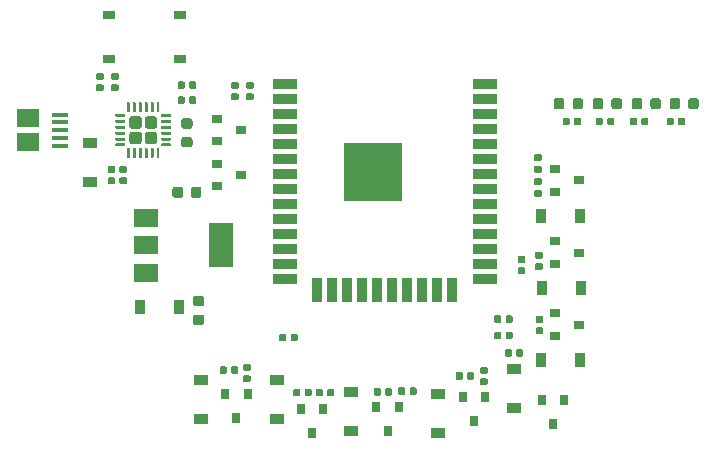
<source format=gbr>
G04 #@! TF.GenerationSoftware,KiCad,Pcbnew,(5.1.4)-1*
G04 #@! TF.CreationDate,2019-11-04T02:00:11+00:00*
G04 #@! TF.ProjectId,light_control,6c696768-745f-4636-9f6e-74726f6c2e6b,rev?*
G04 #@! TF.SameCoordinates,Original*
G04 #@! TF.FileFunction,Paste,Top*
G04 #@! TF.FilePolarity,Positive*
%FSLAX46Y46*%
G04 Gerber Fmt 4.6, Leading zero omitted, Abs format (unit mm)*
G04 Created by KiCad (PCBNEW (5.1.4)-1) date 2019-11-04 02:00:11*
%MOMM*%
%LPD*%
G04 APERTURE LIST*
%ADD10C,0.100000*%
%ADD11C,0.590000*%
%ADD12R,1.000000X0.750000*%
%ADD13C,0.875000*%
%ADD14R,0.900000X0.800000*%
%ADD15R,0.800000X0.900000*%
%ADD16R,0.900000X1.200000*%
%ADD17R,1.200000X0.900000*%
%ADD18R,1.900000X1.500000*%
%ADD19R,1.350000X0.400000*%
%ADD20R,2.000000X0.900000*%
%ADD21R,0.900000X2.000000*%
%ADD22R,5.000000X5.000000*%
%ADD23C,0.250000*%
%ADD24C,1.050000*%
%ADD25R,2.000000X1.500000*%
%ADD26R,2.000000X3.800000*%
G04 APERTURE END LIST*
D10*
G36*
X147506958Y-69047710D02*
G01*
X147521276Y-69049834D01*
X147535317Y-69053351D01*
X147548946Y-69058228D01*
X147562031Y-69064417D01*
X147574447Y-69071858D01*
X147586073Y-69080481D01*
X147596798Y-69090202D01*
X147606519Y-69100927D01*
X147615142Y-69112553D01*
X147622583Y-69124969D01*
X147628772Y-69138054D01*
X147633649Y-69151683D01*
X147637166Y-69165724D01*
X147639290Y-69180042D01*
X147640000Y-69194500D01*
X147640000Y-69489500D01*
X147639290Y-69503958D01*
X147637166Y-69518276D01*
X147633649Y-69532317D01*
X147628772Y-69545946D01*
X147622583Y-69559031D01*
X147615142Y-69571447D01*
X147606519Y-69583073D01*
X147596798Y-69593798D01*
X147586073Y-69603519D01*
X147574447Y-69612142D01*
X147562031Y-69619583D01*
X147548946Y-69625772D01*
X147535317Y-69630649D01*
X147521276Y-69634166D01*
X147506958Y-69636290D01*
X147492500Y-69637000D01*
X147147500Y-69637000D01*
X147133042Y-69636290D01*
X147118724Y-69634166D01*
X147104683Y-69630649D01*
X147091054Y-69625772D01*
X147077969Y-69619583D01*
X147065553Y-69612142D01*
X147053927Y-69603519D01*
X147043202Y-69593798D01*
X147033481Y-69583073D01*
X147024858Y-69571447D01*
X147017417Y-69559031D01*
X147011228Y-69545946D01*
X147006351Y-69532317D01*
X147002834Y-69518276D01*
X147000710Y-69503958D01*
X147000000Y-69489500D01*
X147000000Y-69194500D01*
X147000710Y-69180042D01*
X147002834Y-69165724D01*
X147006351Y-69151683D01*
X147011228Y-69138054D01*
X147017417Y-69124969D01*
X147024858Y-69112553D01*
X147033481Y-69100927D01*
X147043202Y-69090202D01*
X147053927Y-69080481D01*
X147065553Y-69071858D01*
X147077969Y-69064417D01*
X147091054Y-69058228D01*
X147104683Y-69053351D01*
X147118724Y-69049834D01*
X147133042Y-69047710D01*
X147147500Y-69047000D01*
X147492500Y-69047000D01*
X147506958Y-69047710D01*
X147506958Y-69047710D01*
G37*
D11*
X147320000Y-69342000D03*
D10*
G36*
X147506958Y-68077710D02*
G01*
X147521276Y-68079834D01*
X147535317Y-68083351D01*
X147548946Y-68088228D01*
X147562031Y-68094417D01*
X147574447Y-68101858D01*
X147586073Y-68110481D01*
X147596798Y-68120202D01*
X147606519Y-68130927D01*
X147615142Y-68142553D01*
X147622583Y-68154969D01*
X147628772Y-68168054D01*
X147633649Y-68181683D01*
X147637166Y-68195724D01*
X147639290Y-68210042D01*
X147640000Y-68224500D01*
X147640000Y-68519500D01*
X147639290Y-68533958D01*
X147637166Y-68548276D01*
X147633649Y-68562317D01*
X147628772Y-68575946D01*
X147622583Y-68589031D01*
X147615142Y-68601447D01*
X147606519Y-68613073D01*
X147596798Y-68623798D01*
X147586073Y-68633519D01*
X147574447Y-68642142D01*
X147562031Y-68649583D01*
X147548946Y-68655772D01*
X147535317Y-68660649D01*
X147521276Y-68664166D01*
X147506958Y-68666290D01*
X147492500Y-68667000D01*
X147147500Y-68667000D01*
X147133042Y-68666290D01*
X147118724Y-68664166D01*
X147104683Y-68660649D01*
X147091054Y-68655772D01*
X147077969Y-68649583D01*
X147065553Y-68642142D01*
X147053927Y-68633519D01*
X147043202Y-68623798D01*
X147033481Y-68613073D01*
X147024858Y-68601447D01*
X147017417Y-68589031D01*
X147011228Y-68575946D01*
X147006351Y-68562317D01*
X147002834Y-68548276D01*
X147000710Y-68533958D01*
X147000000Y-68519500D01*
X147000000Y-68224500D01*
X147000710Y-68210042D01*
X147002834Y-68195724D01*
X147006351Y-68181683D01*
X147011228Y-68168054D01*
X147017417Y-68154969D01*
X147024858Y-68142553D01*
X147033481Y-68130927D01*
X147043202Y-68120202D01*
X147053927Y-68110481D01*
X147065553Y-68101858D01*
X147077969Y-68094417D01*
X147091054Y-68088228D01*
X147104683Y-68083351D01*
X147118724Y-68079834D01*
X147133042Y-68077710D01*
X147147500Y-68077000D01*
X147492500Y-68077000D01*
X147506958Y-68077710D01*
X147506958Y-68077710D01*
G37*
D11*
X147320000Y-68372000D03*
D10*
G36*
X145045958Y-81722710D02*
G01*
X145060276Y-81724834D01*
X145074317Y-81728351D01*
X145087946Y-81733228D01*
X145101031Y-81739417D01*
X145113447Y-81746858D01*
X145125073Y-81755481D01*
X145135798Y-81765202D01*
X145145519Y-81775927D01*
X145154142Y-81787553D01*
X145161583Y-81799969D01*
X145167772Y-81813054D01*
X145172649Y-81826683D01*
X145176166Y-81840724D01*
X145178290Y-81855042D01*
X145179000Y-81869500D01*
X145179000Y-82214500D01*
X145178290Y-82228958D01*
X145176166Y-82243276D01*
X145172649Y-82257317D01*
X145167772Y-82270946D01*
X145161583Y-82284031D01*
X145154142Y-82296447D01*
X145145519Y-82308073D01*
X145135798Y-82318798D01*
X145125073Y-82328519D01*
X145113447Y-82337142D01*
X145101031Y-82344583D01*
X145087946Y-82350772D01*
X145074317Y-82355649D01*
X145060276Y-82359166D01*
X145045958Y-82361290D01*
X145031500Y-82362000D01*
X144736500Y-82362000D01*
X144722042Y-82361290D01*
X144707724Y-82359166D01*
X144693683Y-82355649D01*
X144680054Y-82350772D01*
X144666969Y-82344583D01*
X144654553Y-82337142D01*
X144642927Y-82328519D01*
X144632202Y-82318798D01*
X144622481Y-82308073D01*
X144613858Y-82296447D01*
X144606417Y-82284031D01*
X144600228Y-82270946D01*
X144595351Y-82257317D01*
X144591834Y-82243276D01*
X144589710Y-82228958D01*
X144589000Y-82214500D01*
X144589000Y-81869500D01*
X144589710Y-81855042D01*
X144591834Y-81840724D01*
X144595351Y-81826683D01*
X144600228Y-81813054D01*
X144606417Y-81799969D01*
X144613858Y-81787553D01*
X144622481Y-81775927D01*
X144632202Y-81765202D01*
X144642927Y-81755481D01*
X144654553Y-81746858D01*
X144666969Y-81739417D01*
X144680054Y-81733228D01*
X144693683Y-81728351D01*
X144707724Y-81724834D01*
X144722042Y-81722710D01*
X144736500Y-81722000D01*
X145031500Y-81722000D01*
X145045958Y-81722710D01*
X145045958Y-81722710D01*
G37*
D11*
X144884000Y-82042000D03*
D10*
G36*
X144075958Y-81722710D02*
G01*
X144090276Y-81724834D01*
X144104317Y-81728351D01*
X144117946Y-81733228D01*
X144131031Y-81739417D01*
X144143447Y-81746858D01*
X144155073Y-81755481D01*
X144165798Y-81765202D01*
X144175519Y-81775927D01*
X144184142Y-81787553D01*
X144191583Y-81799969D01*
X144197772Y-81813054D01*
X144202649Y-81826683D01*
X144206166Y-81840724D01*
X144208290Y-81855042D01*
X144209000Y-81869500D01*
X144209000Y-82214500D01*
X144208290Y-82228958D01*
X144206166Y-82243276D01*
X144202649Y-82257317D01*
X144197772Y-82270946D01*
X144191583Y-82284031D01*
X144184142Y-82296447D01*
X144175519Y-82308073D01*
X144165798Y-82318798D01*
X144155073Y-82328519D01*
X144143447Y-82337142D01*
X144131031Y-82344583D01*
X144117946Y-82350772D01*
X144104317Y-82355649D01*
X144090276Y-82359166D01*
X144075958Y-82361290D01*
X144061500Y-82362000D01*
X143766500Y-82362000D01*
X143752042Y-82361290D01*
X143737724Y-82359166D01*
X143723683Y-82355649D01*
X143710054Y-82350772D01*
X143696969Y-82344583D01*
X143684553Y-82337142D01*
X143672927Y-82328519D01*
X143662202Y-82318798D01*
X143652481Y-82308073D01*
X143643858Y-82296447D01*
X143636417Y-82284031D01*
X143630228Y-82270946D01*
X143625351Y-82257317D01*
X143621834Y-82243276D01*
X143619710Y-82228958D01*
X143619000Y-82214500D01*
X143619000Y-81869500D01*
X143619710Y-81855042D01*
X143621834Y-81840724D01*
X143625351Y-81826683D01*
X143630228Y-81813054D01*
X143636417Y-81799969D01*
X143643858Y-81787553D01*
X143652481Y-81775927D01*
X143662202Y-81765202D01*
X143672927Y-81755481D01*
X143684553Y-81746858D01*
X143696969Y-81739417D01*
X143710054Y-81733228D01*
X143723683Y-81728351D01*
X143737724Y-81724834D01*
X143752042Y-81722710D01*
X143766500Y-81722000D01*
X144061500Y-81722000D01*
X144075958Y-81722710D01*
X144075958Y-81722710D01*
G37*
D11*
X143914000Y-82042000D03*
D10*
G36*
X142934958Y-87058710D02*
G01*
X142949276Y-87060834D01*
X142963317Y-87064351D01*
X142976946Y-87069228D01*
X142990031Y-87075417D01*
X143002447Y-87082858D01*
X143014073Y-87091481D01*
X143024798Y-87101202D01*
X143034519Y-87111927D01*
X143043142Y-87123553D01*
X143050583Y-87135969D01*
X143056772Y-87149054D01*
X143061649Y-87162683D01*
X143065166Y-87176724D01*
X143067290Y-87191042D01*
X143068000Y-87205500D01*
X143068000Y-87500500D01*
X143067290Y-87514958D01*
X143065166Y-87529276D01*
X143061649Y-87543317D01*
X143056772Y-87556946D01*
X143050583Y-87570031D01*
X143043142Y-87582447D01*
X143034519Y-87594073D01*
X143024798Y-87604798D01*
X143014073Y-87614519D01*
X143002447Y-87623142D01*
X142990031Y-87630583D01*
X142976946Y-87636772D01*
X142963317Y-87641649D01*
X142949276Y-87645166D01*
X142934958Y-87647290D01*
X142920500Y-87648000D01*
X142575500Y-87648000D01*
X142561042Y-87647290D01*
X142546724Y-87645166D01*
X142532683Y-87641649D01*
X142519054Y-87636772D01*
X142505969Y-87630583D01*
X142493553Y-87623142D01*
X142481927Y-87614519D01*
X142471202Y-87604798D01*
X142461481Y-87594073D01*
X142452858Y-87582447D01*
X142445417Y-87570031D01*
X142439228Y-87556946D01*
X142434351Y-87543317D01*
X142430834Y-87529276D01*
X142428710Y-87514958D01*
X142428000Y-87500500D01*
X142428000Y-87205500D01*
X142428710Y-87191042D01*
X142430834Y-87176724D01*
X142434351Y-87162683D01*
X142439228Y-87149054D01*
X142445417Y-87135969D01*
X142452858Y-87123553D01*
X142461481Y-87111927D01*
X142471202Y-87101202D01*
X142481927Y-87091481D01*
X142493553Y-87082858D01*
X142505969Y-87075417D01*
X142519054Y-87069228D01*
X142532683Y-87064351D01*
X142546724Y-87060834D01*
X142561042Y-87058710D01*
X142575500Y-87058000D01*
X142920500Y-87058000D01*
X142934958Y-87058710D01*
X142934958Y-87058710D01*
G37*
D11*
X142748000Y-87353000D03*
D10*
G36*
X142934958Y-86088710D02*
G01*
X142949276Y-86090834D01*
X142963317Y-86094351D01*
X142976946Y-86099228D01*
X142990031Y-86105417D01*
X143002447Y-86112858D01*
X143014073Y-86121481D01*
X143024798Y-86131202D01*
X143034519Y-86141927D01*
X143043142Y-86153553D01*
X143050583Y-86165969D01*
X143056772Y-86179054D01*
X143061649Y-86192683D01*
X143065166Y-86206724D01*
X143067290Y-86221042D01*
X143068000Y-86235500D01*
X143068000Y-86530500D01*
X143067290Y-86544958D01*
X143065166Y-86559276D01*
X143061649Y-86573317D01*
X143056772Y-86586946D01*
X143050583Y-86600031D01*
X143043142Y-86612447D01*
X143034519Y-86624073D01*
X143024798Y-86634798D01*
X143014073Y-86644519D01*
X143002447Y-86653142D01*
X142990031Y-86660583D01*
X142976946Y-86666772D01*
X142963317Y-86671649D01*
X142949276Y-86675166D01*
X142934958Y-86677290D01*
X142920500Y-86678000D01*
X142575500Y-86678000D01*
X142561042Y-86677290D01*
X142546724Y-86675166D01*
X142532683Y-86671649D01*
X142519054Y-86666772D01*
X142505969Y-86660583D01*
X142493553Y-86653142D01*
X142481927Y-86644519D01*
X142471202Y-86634798D01*
X142461481Y-86624073D01*
X142452858Y-86612447D01*
X142445417Y-86600031D01*
X142439228Y-86586946D01*
X142434351Y-86573317D01*
X142430834Y-86559276D01*
X142428710Y-86544958D01*
X142428000Y-86530500D01*
X142428000Y-86235500D01*
X142428710Y-86221042D01*
X142430834Y-86206724D01*
X142434351Y-86192683D01*
X142439228Y-86179054D01*
X142445417Y-86165969D01*
X142452858Y-86153553D01*
X142461481Y-86141927D01*
X142471202Y-86131202D01*
X142481927Y-86121481D01*
X142493553Y-86112858D01*
X142505969Y-86105417D01*
X142519054Y-86099228D01*
X142532683Y-86094351D01*
X142546724Y-86090834D01*
X142561042Y-86088710D01*
X142575500Y-86088000D01*
X142920500Y-86088000D01*
X142934958Y-86088710D01*
X142934958Y-86088710D01*
G37*
D11*
X142748000Y-86383000D03*
D10*
G36*
X128027958Y-87945710D02*
G01*
X128042276Y-87947834D01*
X128056317Y-87951351D01*
X128069946Y-87956228D01*
X128083031Y-87962417D01*
X128095447Y-87969858D01*
X128107073Y-87978481D01*
X128117798Y-87988202D01*
X128127519Y-87998927D01*
X128136142Y-88010553D01*
X128143583Y-88022969D01*
X128149772Y-88036054D01*
X128154649Y-88049683D01*
X128158166Y-88063724D01*
X128160290Y-88078042D01*
X128161000Y-88092500D01*
X128161000Y-88437500D01*
X128160290Y-88451958D01*
X128158166Y-88466276D01*
X128154649Y-88480317D01*
X128149772Y-88493946D01*
X128143583Y-88507031D01*
X128136142Y-88519447D01*
X128127519Y-88531073D01*
X128117798Y-88541798D01*
X128107073Y-88551519D01*
X128095447Y-88560142D01*
X128083031Y-88567583D01*
X128069946Y-88573772D01*
X128056317Y-88578649D01*
X128042276Y-88582166D01*
X128027958Y-88584290D01*
X128013500Y-88585000D01*
X127718500Y-88585000D01*
X127704042Y-88584290D01*
X127689724Y-88582166D01*
X127675683Y-88578649D01*
X127662054Y-88573772D01*
X127648969Y-88567583D01*
X127636553Y-88560142D01*
X127624927Y-88551519D01*
X127614202Y-88541798D01*
X127604481Y-88531073D01*
X127595858Y-88519447D01*
X127588417Y-88507031D01*
X127582228Y-88493946D01*
X127577351Y-88480317D01*
X127573834Y-88466276D01*
X127571710Y-88451958D01*
X127571000Y-88437500D01*
X127571000Y-88092500D01*
X127571710Y-88078042D01*
X127573834Y-88063724D01*
X127577351Y-88049683D01*
X127582228Y-88036054D01*
X127588417Y-88022969D01*
X127595858Y-88010553D01*
X127604481Y-87998927D01*
X127614202Y-87988202D01*
X127624927Y-87978481D01*
X127636553Y-87969858D01*
X127648969Y-87962417D01*
X127662054Y-87956228D01*
X127675683Y-87951351D01*
X127689724Y-87947834D01*
X127704042Y-87945710D01*
X127718500Y-87945000D01*
X128013500Y-87945000D01*
X128027958Y-87945710D01*
X128027958Y-87945710D01*
G37*
D11*
X127866000Y-88265000D03*
D10*
G36*
X127057958Y-87945710D02*
G01*
X127072276Y-87947834D01*
X127086317Y-87951351D01*
X127099946Y-87956228D01*
X127113031Y-87962417D01*
X127125447Y-87969858D01*
X127137073Y-87978481D01*
X127147798Y-87988202D01*
X127157519Y-87998927D01*
X127166142Y-88010553D01*
X127173583Y-88022969D01*
X127179772Y-88036054D01*
X127184649Y-88049683D01*
X127188166Y-88063724D01*
X127190290Y-88078042D01*
X127191000Y-88092500D01*
X127191000Y-88437500D01*
X127190290Y-88451958D01*
X127188166Y-88466276D01*
X127184649Y-88480317D01*
X127179772Y-88493946D01*
X127173583Y-88507031D01*
X127166142Y-88519447D01*
X127157519Y-88531073D01*
X127147798Y-88541798D01*
X127137073Y-88551519D01*
X127125447Y-88560142D01*
X127113031Y-88567583D01*
X127099946Y-88573772D01*
X127086317Y-88578649D01*
X127072276Y-88582166D01*
X127057958Y-88584290D01*
X127043500Y-88585000D01*
X126748500Y-88585000D01*
X126734042Y-88584290D01*
X126719724Y-88582166D01*
X126705683Y-88578649D01*
X126692054Y-88573772D01*
X126678969Y-88567583D01*
X126666553Y-88560142D01*
X126654927Y-88551519D01*
X126644202Y-88541798D01*
X126634481Y-88531073D01*
X126625858Y-88519447D01*
X126618417Y-88507031D01*
X126612228Y-88493946D01*
X126607351Y-88480317D01*
X126603834Y-88466276D01*
X126601710Y-88451958D01*
X126601000Y-88437500D01*
X126601000Y-88092500D01*
X126601710Y-88078042D01*
X126603834Y-88063724D01*
X126607351Y-88049683D01*
X126612228Y-88036054D01*
X126618417Y-88022969D01*
X126625858Y-88010553D01*
X126634481Y-87998927D01*
X126644202Y-87988202D01*
X126654927Y-87978481D01*
X126666553Y-87969858D01*
X126678969Y-87962417D01*
X126692054Y-87956228D01*
X126705683Y-87951351D01*
X126719724Y-87947834D01*
X126734042Y-87945710D01*
X126748500Y-87945000D01*
X127043500Y-87945000D01*
X127057958Y-87945710D01*
X127057958Y-87945710D01*
G37*
D11*
X126896000Y-88265000D03*
D10*
G36*
X146109958Y-76690710D02*
G01*
X146124276Y-76692834D01*
X146138317Y-76696351D01*
X146151946Y-76701228D01*
X146165031Y-76707417D01*
X146177447Y-76714858D01*
X146189073Y-76723481D01*
X146199798Y-76733202D01*
X146209519Y-76743927D01*
X146218142Y-76755553D01*
X146225583Y-76767969D01*
X146231772Y-76781054D01*
X146236649Y-76794683D01*
X146240166Y-76808724D01*
X146242290Y-76823042D01*
X146243000Y-76837500D01*
X146243000Y-77132500D01*
X146242290Y-77146958D01*
X146240166Y-77161276D01*
X146236649Y-77175317D01*
X146231772Y-77188946D01*
X146225583Y-77202031D01*
X146218142Y-77214447D01*
X146209519Y-77226073D01*
X146199798Y-77236798D01*
X146189073Y-77246519D01*
X146177447Y-77255142D01*
X146165031Y-77262583D01*
X146151946Y-77268772D01*
X146138317Y-77273649D01*
X146124276Y-77277166D01*
X146109958Y-77279290D01*
X146095500Y-77280000D01*
X145750500Y-77280000D01*
X145736042Y-77279290D01*
X145721724Y-77277166D01*
X145707683Y-77273649D01*
X145694054Y-77268772D01*
X145680969Y-77262583D01*
X145668553Y-77255142D01*
X145656927Y-77246519D01*
X145646202Y-77236798D01*
X145636481Y-77226073D01*
X145627858Y-77214447D01*
X145620417Y-77202031D01*
X145614228Y-77188946D01*
X145609351Y-77175317D01*
X145605834Y-77161276D01*
X145603710Y-77146958D01*
X145603000Y-77132500D01*
X145603000Y-76837500D01*
X145603710Y-76823042D01*
X145605834Y-76808724D01*
X145609351Y-76794683D01*
X145614228Y-76781054D01*
X145620417Y-76767969D01*
X145627858Y-76755553D01*
X145636481Y-76743927D01*
X145646202Y-76733202D01*
X145656927Y-76723481D01*
X145668553Y-76714858D01*
X145680969Y-76707417D01*
X145694054Y-76701228D01*
X145707683Y-76696351D01*
X145721724Y-76692834D01*
X145736042Y-76690710D01*
X145750500Y-76690000D01*
X146095500Y-76690000D01*
X146109958Y-76690710D01*
X146109958Y-76690710D01*
G37*
D11*
X145923000Y-76985000D03*
D10*
G36*
X146109958Y-77660710D02*
G01*
X146124276Y-77662834D01*
X146138317Y-77666351D01*
X146151946Y-77671228D01*
X146165031Y-77677417D01*
X146177447Y-77684858D01*
X146189073Y-77693481D01*
X146199798Y-77703202D01*
X146209519Y-77713927D01*
X146218142Y-77725553D01*
X146225583Y-77737969D01*
X146231772Y-77751054D01*
X146236649Y-77764683D01*
X146240166Y-77778724D01*
X146242290Y-77793042D01*
X146243000Y-77807500D01*
X146243000Y-78102500D01*
X146242290Y-78116958D01*
X146240166Y-78131276D01*
X146236649Y-78145317D01*
X146231772Y-78158946D01*
X146225583Y-78172031D01*
X146218142Y-78184447D01*
X146209519Y-78196073D01*
X146199798Y-78206798D01*
X146189073Y-78216519D01*
X146177447Y-78225142D01*
X146165031Y-78232583D01*
X146151946Y-78238772D01*
X146138317Y-78243649D01*
X146124276Y-78247166D01*
X146109958Y-78249290D01*
X146095500Y-78250000D01*
X145750500Y-78250000D01*
X145736042Y-78249290D01*
X145721724Y-78247166D01*
X145707683Y-78243649D01*
X145694054Y-78238772D01*
X145680969Y-78232583D01*
X145668553Y-78225142D01*
X145656927Y-78216519D01*
X145646202Y-78206798D01*
X145636481Y-78196073D01*
X145627858Y-78184447D01*
X145620417Y-78172031D01*
X145614228Y-78158946D01*
X145609351Y-78145317D01*
X145605834Y-78131276D01*
X145603710Y-78116958D01*
X145603000Y-78102500D01*
X145603000Y-77807500D01*
X145603710Y-77793042D01*
X145605834Y-77778724D01*
X145609351Y-77764683D01*
X145614228Y-77751054D01*
X145620417Y-77737969D01*
X145627858Y-77725553D01*
X145636481Y-77713927D01*
X145646202Y-77703202D01*
X145656927Y-77693481D01*
X145668553Y-77684858D01*
X145680969Y-77677417D01*
X145694054Y-77671228D01*
X145707683Y-77666351D01*
X145721724Y-77662834D01*
X145736042Y-77660710D01*
X145750500Y-77660000D01*
X146095500Y-77660000D01*
X146109958Y-77660710D01*
X146109958Y-77660710D01*
G37*
D11*
X145923000Y-77955000D03*
D10*
G36*
X145045958Y-83119710D02*
G01*
X145060276Y-83121834D01*
X145074317Y-83125351D01*
X145087946Y-83130228D01*
X145101031Y-83136417D01*
X145113447Y-83143858D01*
X145125073Y-83152481D01*
X145135798Y-83162202D01*
X145145519Y-83172927D01*
X145154142Y-83184553D01*
X145161583Y-83196969D01*
X145167772Y-83210054D01*
X145172649Y-83223683D01*
X145176166Y-83237724D01*
X145178290Y-83252042D01*
X145179000Y-83266500D01*
X145179000Y-83611500D01*
X145178290Y-83625958D01*
X145176166Y-83640276D01*
X145172649Y-83654317D01*
X145167772Y-83667946D01*
X145161583Y-83681031D01*
X145154142Y-83693447D01*
X145145519Y-83705073D01*
X145135798Y-83715798D01*
X145125073Y-83725519D01*
X145113447Y-83734142D01*
X145101031Y-83741583D01*
X145087946Y-83747772D01*
X145074317Y-83752649D01*
X145060276Y-83756166D01*
X145045958Y-83758290D01*
X145031500Y-83759000D01*
X144736500Y-83759000D01*
X144722042Y-83758290D01*
X144707724Y-83756166D01*
X144693683Y-83752649D01*
X144680054Y-83747772D01*
X144666969Y-83741583D01*
X144654553Y-83734142D01*
X144642927Y-83725519D01*
X144632202Y-83715798D01*
X144622481Y-83705073D01*
X144613858Y-83693447D01*
X144606417Y-83681031D01*
X144600228Y-83667946D01*
X144595351Y-83654317D01*
X144591834Y-83640276D01*
X144589710Y-83625958D01*
X144589000Y-83611500D01*
X144589000Y-83266500D01*
X144589710Y-83252042D01*
X144591834Y-83237724D01*
X144595351Y-83223683D01*
X144600228Y-83210054D01*
X144606417Y-83196969D01*
X144613858Y-83184553D01*
X144622481Y-83172927D01*
X144632202Y-83162202D01*
X144642927Y-83152481D01*
X144654553Y-83143858D01*
X144666969Y-83136417D01*
X144680054Y-83130228D01*
X144693683Y-83125351D01*
X144707724Y-83121834D01*
X144722042Y-83119710D01*
X144736500Y-83119000D01*
X145031500Y-83119000D01*
X145045958Y-83119710D01*
X145045958Y-83119710D01*
G37*
D11*
X144884000Y-83439000D03*
D10*
G36*
X144075958Y-83119710D02*
G01*
X144090276Y-83121834D01*
X144104317Y-83125351D01*
X144117946Y-83130228D01*
X144131031Y-83136417D01*
X144143447Y-83143858D01*
X144155073Y-83152481D01*
X144165798Y-83162202D01*
X144175519Y-83172927D01*
X144184142Y-83184553D01*
X144191583Y-83196969D01*
X144197772Y-83210054D01*
X144202649Y-83223683D01*
X144206166Y-83237724D01*
X144208290Y-83252042D01*
X144209000Y-83266500D01*
X144209000Y-83611500D01*
X144208290Y-83625958D01*
X144206166Y-83640276D01*
X144202649Y-83654317D01*
X144197772Y-83667946D01*
X144191583Y-83681031D01*
X144184142Y-83693447D01*
X144175519Y-83705073D01*
X144165798Y-83715798D01*
X144155073Y-83725519D01*
X144143447Y-83734142D01*
X144131031Y-83741583D01*
X144117946Y-83747772D01*
X144104317Y-83752649D01*
X144090276Y-83756166D01*
X144075958Y-83758290D01*
X144061500Y-83759000D01*
X143766500Y-83759000D01*
X143752042Y-83758290D01*
X143737724Y-83756166D01*
X143723683Y-83752649D01*
X143710054Y-83747772D01*
X143696969Y-83741583D01*
X143684553Y-83734142D01*
X143672927Y-83725519D01*
X143662202Y-83715798D01*
X143652481Y-83705073D01*
X143643858Y-83693447D01*
X143636417Y-83681031D01*
X143630228Y-83667946D01*
X143625351Y-83654317D01*
X143621834Y-83640276D01*
X143619710Y-83625958D01*
X143619000Y-83611500D01*
X143619000Y-83266500D01*
X143619710Y-83252042D01*
X143621834Y-83237724D01*
X143625351Y-83223683D01*
X143630228Y-83210054D01*
X143636417Y-83196969D01*
X143643858Y-83184553D01*
X143652481Y-83172927D01*
X143662202Y-83162202D01*
X143672927Y-83152481D01*
X143684553Y-83143858D01*
X143696969Y-83136417D01*
X143710054Y-83130228D01*
X143723683Y-83125351D01*
X143737724Y-83121834D01*
X143752042Y-83119710D01*
X143766500Y-83119000D01*
X144061500Y-83119000D01*
X144075958Y-83119710D01*
X144075958Y-83119710D01*
G37*
D11*
X143914000Y-83439000D03*
D10*
G36*
X135947958Y-87818710D02*
G01*
X135962276Y-87820834D01*
X135976317Y-87824351D01*
X135989946Y-87829228D01*
X136003031Y-87835417D01*
X136015447Y-87842858D01*
X136027073Y-87851481D01*
X136037798Y-87861202D01*
X136047519Y-87871927D01*
X136056142Y-87883553D01*
X136063583Y-87895969D01*
X136069772Y-87909054D01*
X136074649Y-87922683D01*
X136078166Y-87936724D01*
X136080290Y-87951042D01*
X136081000Y-87965500D01*
X136081000Y-88310500D01*
X136080290Y-88324958D01*
X136078166Y-88339276D01*
X136074649Y-88353317D01*
X136069772Y-88366946D01*
X136063583Y-88380031D01*
X136056142Y-88392447D01*
X136047519Y-88404073D01*
X136037798Y-88414798D01*
X136027073Y-88424519D01*
X136015447Y-88433142D01*
X136003031Y-88440583D01*
X135989946Y-88446772D01*
X135976317Y-88451649D01*
X135962276Y-88455166D01*
X135947958Y-88457290D01*
X135933500Y-88458000D01*
X135638500Y-88458000D01*
X135624042Y-88457290D01*
X135609724Y-88455166D01*
X135595683Y-88451649D01*
X135582054Y-88446772D01*
X135568969Y-88440583D01*
X135556553Y-88433142D01*
X135544927Y-88424519D01*
X135534202Y-88414798D01*
X135524481Y-88404073D01*
X135515858Y-88392447D01*
X135508417Y-88380031D01*
X135502228Y-88366946D01*
X135497351Y-88353317D01*
X135493834Y-88339276D01*
X135491710Y-88324958D01*
X135491000Y-88310500D01*
X135491000Y-87965500D01*
X135491710Y-87951042D01*
X135493834Y-87936724D01*
X135497351Y-87922683D01*
X135502228Y-87909054D01*
X135508417Y-87895969D01*
X135515858Y-87883553D01*
X135524481Y-87871927D01*
X135534202Y-87861202D01*
X135544927Y-87851481D01*
X135556553Y-87842858D01*
X135568969Y-87835417D01*
X135582054Y-87829228D01*
X135595683Y-87824351D01*
X135609724Y-87820834D01*
X135624042Y-87818710D01*
X135638500Y-87818000D01*
X135933500Y-87818000D01*
X135947958Y-87818710D01*
X135947958Y-87818710D01*
G37*
D11*
X135786000Y-88138000D03*
D10*
G36*
X136917958Y-87818710D02*
G01*
X136932276Y-87820834D01*
X136946317Y-87824351D01*
X136959946Y-87829228D01*
X136973031Y-87835417D01*
X136985447Y-87842858D01*
X136997073Y-87851481D01*
X137007798Y-87861202D01*
X137017519Y-87871927D01*
X137026142Y-87883553D01*
X137033583Y-87895969D01*
X137039772Y-87909054D01*
X137044649Y-87922683D01*
X137048166Y-87936724D01*
X137050290Y-87951042D01*
X137051000Y-87965500D01*
X137051000Y-88310500D01*
X137050290Y-88324958D01*
X137048166Y-88339276D01*
X137044649Y-88353317D01*
X137039772Y-88366946D01*
X137033583Y-88380031D01*
X137026142Y-88392447D01*
X137017519Y-88404073D01*
X137007798Y-88414798D01*
X136997073Y-88424519D01*
X136985447Y-88433142D01*
X136973031Y-88440583D01*
X136959946Y-88446772D01*
X136946317Y-88451649D01*
X136932276Y-88455166D01*
X136917958Y-88457290D01*
X136903500Y-88458000D01*
X136608500Y-88458000D01*
X136594042Y-88457290D01*
X136579724Y-88455166D01*
X136565683Y-88451649D01*
X136552054Y-88446772D01*
X136538969Y-88440583D01*
X136526553Y-88433142D01*
X136514927Y-88424519D01*
X136504202Y-88414798D01*
X136494481Y-88404073D01*
X136485858Y-88392447D01*
X136478417Y-88380031D01*
X136472228Y-88366946D01*
X136467351Y-88353317D01*
X136463834Y-88339276D01*
X136461710Y-88324958D01*
X136461000Y-88310500D01*
X136461000Y-87965500D01*
X136461710Y-87951042D01*
X136463834Y-87936724D01*
X136467351Y-87922683D01*
X136472228Y-87909054D01*
X136478417Y-87895969D01*
X136485858Y-87883553D01*
X136494481Y-87871927D01*
X136504202Y-87861202D01*
X136514927Y-87851481D01*
X136526553Y-87842858D01*
X136538969Y-87835417D01*
X136552054Y-87829228D01*
X136565683Y-87824351D01*
X136579724Y-87820834D01*
X136594042Y-87818710D01*
X136608500Y-87818000D01*
X136903500Y-87818000D01*
X136917958Y-87818710D01*
X136917958Y-87818710D01*
G37*
D11*
X136756000Y-88138000D03*
D10*
G36*
X121804958Y-86040710D02*
G01*
X121819276Y-86042834D01*
X121833317Y-86046351D01*
X121846946Y-86051228D01*
X121860031Y-86057417D01*
X121872447Y-86064858D01*
X121884073Y-86073481D01*
X121894798Y-86083202D01*
X121904519Y-86093927D01*
X121913142Y-86105553D01*
X121920583Y-86117969D01*
X121926772Y-86131054D01*
X121931649Y-86144683D01*
X121935166Y-86158724D01*
X121937290Y-86173042D01*
X121938000Y-86187500D01*
X121938000Y-86532500D01*
X121937290Y-86546958D01*
X121935166Y-86561276D01*
X121931649Y-86575317D01*
X121926772Y-86588946D01*
X121920583Y-86602031D01*
X121913142Y-86614447D01*
X121904519Y-86626073D01*
X121894798Y-86636798D01*
X121884073Y-86646519D01*
X121872447Y-86655142D01*
X121860031Y-86662583D01*
X121846946Y-86668772D01*
X121833317Y-86673649D01*
X121819276Y-86677166D01*
X121804958Y-86679290D01*
X121790500Y-86680000D01*
X121495500Y-86680000D01*
X121481042Y-86679290D01*
X121466724Y-86677166D01*
X121452683Y-86673649D01*
X121439054Y-86668772D01*
X121425969Y-86662583D01*
X121413553Y-86655142D01*
X121401927Y-86646519D01*
X121391202Y-86636798D01*
X121381481Y-86626073D01*
X121372858Y-86614447D01*
X121365417Y-86602031D01*
X121359228Y-86588946D01*
X121354351Y-86575317D01*
X121350834Y-86561276D01*
X121348710Y-86546958D01*
X121348000Y-86532500D01*
X121348000Y-86187500D01*
X121348710Y-86173042D01*
X121350834Y-86158724D01*
X121354351Y-86144683D01*
X121359228Y-86131054D01*
X121365417Y-86117969D01*
X121372858Y-86105553D01*
X121381481Y-86093927D01*
X121391202Y-86083202D01*
X121401927Y-86073481D01*
X121413553Y-86064858D01*
X121425969Y-86057417D01*
X121439054Y-86051228D01*
X121452683Y-86046351D01*
X121466724Y-86042834D01*
X121481042Y-86040710D01*
X121495500Y-86040000D01*
X121790500Y-86040000D01*
X121804958Y-86040710D01*
X121804958Y-86040710D01*
G37*
D11*
X121643000Y-86360000D03*
D10*
G36*
X120834958Y-86040710D02*
G01*
X120849276Y-86042834D01*
X120863317Y-86046351D01*
X120876946Y-86051228D01*
X120890031Y-86057417D01*
X120902447Y-86064858D01*
X120914073Y-86073481D01*
X120924798Y-86083202D01*
X120934519Y-86093927D01*
X120943142Y-86105553D01*
X120950583Y-86117969D01*
X120956772Y-86131054D01*
X120961649Y-86144683D01*
X120965166Y-86158724D01*
X120967290Y-86173042D01*
X120968000Y-86187500D01*
X120968000Y-86532500D01*
X120967290Y-86546958D01*
X120965166Y-86561276D01*
X120961649Y-86575317D01*
X120956772Y-86588946D01*
X120950583Y-86602031D01*
X120943142Y-86614447D01*
X120934519Y-86626073D01*
X120924798Y-86636798D01*
X120914073Y-86646519D01*
X120902447Y-86655142D01*
X120890031Y-86662583D01*
X120876946Y-86668772D01*
X120863317Y-86673649D01*
X120849276Y-86677166D01*
X120834958Y-86679290D01*
X120820500Y-86680000D01*
X120525500Y-86680000D01*
X120511042Y-86679290D01*
X120496724Y-86677166D01*
X120482683Y-86673649D01*
X120469054Y-86668772D01*
X120455969Y-86662583D01*
X120443553Y-86655142D01*
X120431927Y-86646519D01*
X120421202Y-86636798D01*
X120411481Y-86626073D01*
X120402858Y-86614447D01*
X120395417Y-86602031D01*
X120389228Y-86588946D01*
X120384351Y-86575317D01*
X120380834Y-86561276D01*
X120378710Y-86546958D01*
X120378000Y-86532500D01*
X120378000Y-86187500D01*
X120378710Y-86173042D01*
X120380834Y-86158724D01*
X120384351Y-86144683D01*
X120389228Y-86131054D01*
X120395417Y-86117969D01*
X120402858Y-86105553D01*
X120411481Y-86093927D01*
X120421202Y-86083202D01*
X120431927Y-86073481D01*
X120443553Y-86064858D01*
X120455969Y-86057417D01*
X120469054Y-86051228D01*
X120482683Y-86046351D01*
X120496724Y-86042834D01*
X120511042Y-86040710D01*
X120525500Y-86040000D01*
X120820500Y-86040000D01*
X120834958Y-86040710D01*
X120834958Y-86040710D01*
G37*
D11*
X120673000Y-86360000D03*
D12*
X117000000Y-60041000D03*
X111000000Y-60041000D03*
X117000000Y-56291000D03*
X111000000Y-56291000D03*
D10*
G36*
X125876958Y-83280710D02*
G01*
X125891276Y-83282834D01*
X125905317Y-83286351D01*
X125918946Y-83291228D01*
X125932031Y-83297417D01*
X125944447Y-83304858D01*
X125956073Y-83313481D01*
X125966798Y-83323202D01*
X125976519Y-83333927D01*
X125985142Y-83345553D01*
X125992583Y-83357969D01*
X125998772Y-83371054D01*
X126003649Y-83384683D01*
X126007166Y-83398724D01*
X126009290Y-83413042D01*
X126010000Y-83427500D01*
X126010000Y-83772500D01*
X126009290Y-83786958D01*
X126007166Y-83801276D01*
X126003649Y-83815317D01*
X125998772Y-83828946D01*
X125992583Y-83842031D01*
X125985142Y-83854447D01*
X125976519Y-83866073D01*
X125966798Y-83876798D01*
X125956073Y-83886519D01*
X125944447Y-83895142D01*
X125932031Y-83902583D01*
X125918946Y-83908772D01*
X125905317Y-83913649D01*
X125891276Y-83917166D01*
X125876958Y-83919290D01*
X125862500Y-83920000D01*
X125567500Y-83920000D01*
X125553042Y-83919290D01*
X125538724Y-83917166D01*
X125524683Y-83913649D01*
X125511054Y-83908772D01*
X125497969Y-83902583D01*
X125485553Y-83895142D01*
X125473927Y-83886519D01*
X125463202Y-83876798D01*
X125453481Y-83866073D01*
X125444858Y-83854447D01*
X125437417Y-83842031D01*
X125431228Y-83828946D01*
X125426351Y-83815317D01*
X125422834Y-83801276D01*
X125420710Y-83786958D01*
X125420000Y-83772500D01*
X125420000Y-83427500D01*
X125420710Y-83413042D01*
X125422834Y-83398724D01*
X125426351Y-83384683D01*
X125431228Y-83371054D01*
X125437417Y-83357969D01*
X125444858Y-83345553D01*
X125453481Y-83333927D01*
X125463202Y-83323202D01*
X125473927Y-83313481D01*
X125485553Y-83304858D01*
X125497969Y-83297417D01*
X125511054Y-83291228D01*
X125524683Y-83286351D01*
X125538724Y-83282834D01*
X125553042Y-83280710D01*
X125567500Y-83280000D01*
X125862500Y-83280000D01*
X125876958Y-83280710D01*
X125876958Y-83280710D01*
G37*
D11*
X125715000Y-83600000D03*
D10*
G36*
X126846958Y-83280710D02*
G01*
X126861276Y-83282834D01*
X126875317Y-83286351D01*
X126888946Y-83291228D01*
X126902031Y-83297417D01*
X126914447Y-83304858D01*
X126926073Y-83313481D01*
X126936798Y-83323202D01*
X126946519Y-83333927D01*
X126955142Y-83345553D01*
X126962583Y-83357969D01*
X126968772Y-83371054D01*
X126973649Y-83384683D01*
X126977166Y-83398724D01*
X126979290Y-83413042D01*
X126980000Y-83427500D01*
X126980000Y-83772500D01*
X126979290Y-83786958D01*
X126977166Y-83801276D01*
X126973649Y-83815317D01*
X126968772Y-83828946D01*
X126962583Y-83842031D01*
X126955142Y-83854447D01*
X126946519Y-83866073D01*
X126936798Y-83876798D01*
X126926073Y-83886519D01*
X126914447Y-83895142D01*
X126902031Y-83902583D01*
X126888946Y-83908772D01*
X126875317Y-83913649D01*
X126861276Y-83917166D01*
X126846958Y-83919290D01*
X126832500Y-83920000D01*
X126537500Y-83920000D01*
X126523042Y-83919290D01*
X126508724Y-83917166D01*
X126494683Y-83913649D01*
X126481054Y-83908772D01*
X126467969Y-83902583D01*
X126455553Y-83895142D01*
X126443927Y-83886519D01*
X126433202Y-83876798D01*
X126423481Y-83866073D01*
X126414858Y-83854447D01*
X126407417Y-83842031D01*
X126401228Y-83828946D01*
X126396351Y-83815317D01*
X126392834Y-83801276D01*
X126390710Y-83786958D01*
X126390000Y-83772500D01*
X126390000Y-83427500D01*
X126390710Y-83413042D01*
X126392834Y-83398724D01*
X126396351Y-83384683D01*
X126401228Y-83371054D01*
X126407417Y-83357969D01*
X126414858Y-83345553D01*
X126423481Y-83333927D01*
X126433202Y-83323202D01*
X126443927Y-83313481D01*
X126455553Y-83304858D01*
X126467969Y-83297417D01*
X126481054Y-83291228D01*
X126494683Y-83286351D01*
X126508724Y-83282834D01*
X126523042Y-83280710D01*
X126537500Y-83280000D01*
X126832500Y-83280000D01*
X126846958Y-83280710D01*
X126846958Y-83280710D01*
G37*
D11*
X126685000Y-83600000D03*
D10*
G36*
X159646958Y-64980710D02*
G01*
X159661276Y-64982834D01*
X159675317Y-64986351D01*
X159688946Y-64991228D01*
X159702031Y-64997417D01*
X159714447Y-65004858D01*
X159726073Y-65013481D01*
X159736798Y-65023202D01*
X159746519Y-65033927D01*
X159755142Y-65045553D01*
X159762583Y-65057969D01*
X159768772Y-65071054D01*
X159773649Y-65084683D01*
X159777166Y-65098724D01*
X159779290Y-65113042D01*
X159780000Y-65127500D01*
X159780000Y-65472500D01*
X159779290Y-65486958D01*
X159777166Y-65501276D01*
X159773649Y-65515317D01*
X159768772Y-65528946D01*
X159762583Y-65542031D01*
X159755142Y-65554447D01*
X159746519Y-65566073D01*
X159736798Y-65576798D01*
X159726073Y-65586519D01*
X159714447Y-65595142D01*
X159702031Y-65602583D01*
X159688946Y-65608772D01*
X159675317Y-65613649D01*
X159661276Y-65617166D01*
X159646958Y-65619290D01*
X159632500Y-65620000D01*
X159337500Y-65620000D01*
X159323042Y-65619290D01*
X159308724Y-65617166D01*
X159294683Y-65613649D01*
X159281054Y-65608772D01*
X159267969Y-65602583D01*
X159255553Y-65595142D01*
X159243927Y-65586519D01*
X159233202Y-65576798D01*
X159223481Y-65566073D01*
X159214858Y-65554447D01*
X159207417Y-65542031D01*
X159201228Y-65528946D01*
X159196351Y-65515317D01*
X159192834Y-65501276D01*
X159190710Y-65486958D01*
X159190000Y-65472500D01*
X159190000Y-65127500D01*
X159190710Y-65113042D01*
X159192834Y-65098724D01*
X159196351Y-65084683D01*
X159201228Y-65071054D01*
X159207417Y-65057969D01*
X159214858Y-65045553D01*
X159223481Y-65033927D01*
X159233202Y-65023202D01*
X159243927Y-65013481D01*
X159255553Y-65004858D01*
X159267969Y-64997417D01*
X159281054Y-64991228D01*
X159294683Y-64986351D01*
X159308724Y-64982834D01*
X159323042Y-64980710D01*
X159337500Y-64980000D01*
X159632500Y-64980000D01*
X159646958Y-64980710D01*
X159646958Y-64980710D01*
G37*
D11*
X159485000Y-65300000D03*
D10*
G36*
X158676958Y-64980710D02*
G01*
X158691276Y-64982834D01*
X158705317Y-64986351D01*
X158718946Y-64991228D01*
X158732031Y-64997417D01*
X158744447Y-65004858D01*
X158756073Y-65013481D01*
X158766798Y-65023202D01*
X158776519Y-65033927D01*
X158785142Y-65045553D01*
X158792583Y-65057969D01*
X158798772Y-65071054D01*
X158803649Y-65084683D01*
X158807166Y-65098724D01*
X158809290Y-65113042D01*
X158810000Y-65127500D01*
X158810000Y-65472500D01*
X158809290Y-65486958D01*
X158807166Y-65501276D01*
X158803649Y-65515317D01*
X158798772Y-65528946D01*
X158792583Y-65542031D01*
X158785142Y-65554447D01*
X158776519Y-65566073D01*
X158766798Y-65576798D01*
X158756073Y-65586519D01*
X158744447Y-65595142D01*
X158732031Y-65602583D01*
X158718946Y-65608772D01*
X158705317Y-65613649D01*
X158691276Y-65617166D01*
X158676958Y-65619290D01*
X158662500Y-65620000D01*
X158367500Y-65620000D01*
X158353042Y-65619290D01*
X158338724Y-65617166D01*
X158324683Y-65613649D01*
X158311054Y-65608772D01*
X158297969Y-65602583D01*
X158285553Y-65595142D01*
X158273927Y-65586519D01*
X158263202Y-65576798D01*
X158253481Y-65566073D01*
X158244858Y-65554447D01*
X158237417Y-65542031D01*
X158231228Y-65528946D01*
X158226351Y-65515317D01*
X158222834Y-65501276D01*
X158220710Y-65486958D01*
X158220000Y-65472500D01*
X158220000Y-65127500D01*
X158220710Y-65113042D01*
X158222834Y-65098724D01*
X158226351Y-65084683D01*
X158231228Y-65071054D01*
X158237417Y-65057969D01*
X158244858Y-65045553D01*
X158253481Y-65033927D01*
X158263202Y-65023202D01*
X158273927Y-65013481D01*
X158285553Y-65004858D01*
X158297969Y-64997417D01*
X158311054Y-64991228D01*
X158324683Y-64986351D01*
X158338724Y-64982834D01*
X158353042Y-64980710D01*
X158367500Y-64980000D01*
X158662500Y-64980000D01*
X158676958Y-64980710D01*
X158676958Y-64980710D01*
G37*
D11*
X158515000Y-65300000D03*
D10*
G36*
X156546958Y-64980710D02*
G01*
X156561276Y-64982834D01*
X156575317Y-64986351D01*
X156588946Y-64991228D01*
X156602031Y-64997417D01*
X156614447Y-65004858D01*
X156626073Y-65013481D01*
X156636798Y-65023202D01*
X156646519Y-65033927D01*
X156655142Y-65045553D01*
X156662583Y-65057969D01*
X156668772Y-65071054D01*
X156673649Y-65084683D01*
X156677166Y-65098724D01*
X156679290Y-65113042D01*
X156680000Y-65127500D01*
X156680000Y-65472500D01*
X156679290Y-65486958D01*
X156677166Y-65501276D01*
X156673649Y-65515317D01*
X156668772Y-65528946D01*
X156662583Y-65542031D01*
X156655142Y-65554447D01*
X156646519Y-65566073D01*
X156636798Y-65576798D01*
X156626073Y-65586519D01*
X156614447Y-65595142D01*
X156602031Y-65602583D01*
X156588946Y-65608772D01*
X156575317Y-65613649D01*
X156561276Y-65617166D01*
X156546958Y-65619290D01*
X156532500Y-65620000D01*
X156237500Y-65620000D01*
X156223042Y-65619290D01*
X156208724Y-65617166D01*
X156194683Y-65613649D01*
X156181054Y-65608772D01*
X156167969Y-65602583D01*
X156155553Y-65595142D01*
X156143927Y-65586519D01*
X156133202Y-65576798D01*
X156123481Y-65566073D01*
X156114858Y-65554447D01*
X156107417Y-65542031D01*
X156101228Y-65528946D01*
X156096351Y-65515317D01*
X156092834Y-65501276D01*
X156090710Y-65486958D01*
X156090000Y-65472500D01*
X156090000Y-65127500D01*
X156090710Y-65113042D01*
X156092834Y-65098724D01*
X156096351Y-65084683D01*
X156101228Y-65071054D01*
X156107417Y-65057969D01*
X156114858Y-65045553D01*
X156123481Y-65033927D01*
X156133202Y-65023202D01*
X156143927Y-65013481D01*
X156155553Y-65004858D01*
X156167969Y-64997417D01*
X156181054Y-64991228D01*
X156194683Y-64986351D01*
X156208724Y-64982834D01*
X156223042Y-64980710D01*
X156237500Y-64980000D01*
X156532500Y-64980000D01*
X156546958Y-64980710D01*
X156546958Y-64980710D01*
G37*
D11*
X156385000Y-65300000D03*
D10*
G36*
X155576958Y-64980710D02*
G01*
X155591276Y-64982834D01*
X155605317Y-64986351D01*
X155618946Y-64991228D01*
X155632031Y-64997417D01*
X155644447Y-65004858D01*
X155656073Y-65013481D01*
X155666798Y-65023202D01*
X155676519Y-65033927D01*
X155685142Y-65045553D01*
X155692583Y-65057969D01*
X155698772Y-65071054D01*
X155703649Y-65084683D01*
X155707166Y-65098724D01*
X155709290Y-65113042D01*
X155710000Y-65127500D01*
X155710000Y-65472500D01*
X155709290Y-65486958D01*
X155707166Y-65501276D01*
X155703649Y-65515317D01*
X155698772Y-65528946D01*
X155692583Y-65542031D01*
X155685142Y-65554447D01*
X155676519Y-65566073D01*
X155666798Y-65576798D01*
X155656073Y-65586519D01*
X155644447Y-65595142D01*
X155632031Y-65602583D01*
X155618946Y-65608772D01*
X155605317Y-65613649D01*
X155591276Y-65617166D01*
X155576958Y-65619290D01*
X155562500Y-65620000D01*
X155267500Y-65620000D01*
X155253042Y-65619290D01*
X155238724Y-65617166D01*
X155224683Y-65613649D01*
X155211054Y-65608772D01*
X155197969Y-65602583D01*
X155185553Y-65595142D01*
X155173927Y-65586519D01*
X155163202Y-65576798D01*
X155153481Y-65566073D01*
X155144858Y-65554447D01*
X155137417Y-65542031D01*
X155131228Y-65528946D01*
X155126351Y-65515317D01*
X155122834Y-65501276D01*
X155120710Y-65486958D01*
X155120000Y-65472500D01*
X155120000Y-65127500D01*
X155120710Y-65113042D01*
X155122834Y-65098724D01*
X155126351Y-65084683D01*
X155131228Y-65071054D01*
X155137417Y-65057969D01*
X155144858Y-65045553D01*
X155153481Y-65033927D01*
X155163202Y-65023202D01*
X155173927Y-65013481D01*
X155185553Y-65004858D01*
X155197969Y-64997417D01*
X155211054Y-64991228D01*
X155224683Y-64986351D01*
X155238724Y-64982834D01*
X155253042Y-64980710D01*
X155267500Y-64980000D01*
X155562500Y-64980000D01*
X155576958Y-64980710D01*
X155576958Y-64980710D01*
G37*
D11*
X155415000Y-65300000D03*
D10*
G36*
X153646958Y-64980710D02*
G01*
X153661276Y-64982834D01*
X153675317Y-64986351D01*
X153688946Y-64991228D01*
X153702031Y-64997417D01*
X153714447Y-65004858D01*
X153726073Y-65013481D01*
X153736798Y-65023202D01*
X153746519Y-65033927D01*
X153755142Y-65045553D01*
X153762583Y-65057969D01*
X153768772Y-65071054D01*
X153773649Y-65084683D01*
X153777166Y-65098724D01*
X153779290Y-65113042D01*
X153780000Y-65127500D01*
X153780000Y-65472500D01*
X153779290Y-65486958D01*
X153777166Y-65501276D01*
X153773649Y-65515317D01*
X153768772Y-65528946D01*
X153762583Y-65542031D01*
X153755142Y-65554447D01*
X153746519Y-65566073D01*
X153736798Y-65576798D01*
X153726073Y-65586519D01*
X153714447Y-65595142D01*
X153702031Y-65602583D01*
X153688946Y-65608772D01*
X153675317Y-65613649D01*
X153661276Y-65617166D01*
X153646958Y-65619290D01*
X153632500Y-65620000D01*
X153337500Y-65620000D01*
X153323042Y-65619290D01*
X153308724Y-65617166D01*
X153294683Y-65613649D01*
X153281054Y-65608772D01*
X153267969Y-65602583D01*
X153255553Y-65595142D01*
X153243927Y-65586519D01*
X153233202Y-65576798D01*
X153223481Y-65566073D01*
X153214858Y-65554447D01*
X153207417Y-65542031D01*
X153201228Y-65528946D01*
X153196351Y-65515317D01*
X153192834Y-65501276D01*
X153190710Y-65486958D01*
X153190000Y-65472500D01*
X153190000Y-65127500D01*
X153190710Y-65113042D01*
X153192834Y-65098724D01*
X153196351Y-65084683D01*
X153201228Y-65071054D01*
X153207417Y-65057969D01*
X153214858Y-65045553D01*
X153223481Y-65033927D01*
X153233202Y-65023202D01*
X153243927Y-65013481D01*
X153255553Y-65004858D01*
X153267969Y-64997417D01*
X153281054Y-64991228D01*
X153294683Y-64986351D01*
X153308724Y-64982834D01*
X153323042Y-64980710D01*
X153337500Y-64980000D01*
X153632500Y-64980000D01*
X153646958Y-64980710D01*
X153646958Y-64980710D01*
G37*
D11*
X153485000Y-65300000D03*
D10*
G36*
X152676958Y-64980710D02*
G01*
X152691276Y-64982834D01*
X152705317Y-64986351D01*
X152718946Y-64991228D01*
X152732031Y-64997417D01*
X152744447Y-65004858D01*
X152756073Y-65013481D01*
X152766798Y-65023202D01*
X152776519Y-65033927D01*
X152785142Y-65045553D01*
X152792583Y-65057969D01*
X152798772Y-65071054D01*
X152803649Y-65084683D01*
X152807166Y-65098724D01*
X152809290Y-65113042D01*
X152810000Y-65127500D01*
X152810000Y-65472500D01*
X152809290Y-65486958D01*
X152807166Y-65501276D01*
X152803649Y-65515317D01*
X152798772Y-65528946D01*
X152792583Y-65542031D01*
X152785142Y-65554447D01*
X152776519Y-65566073D01*
X152766798Y-65576798D01*
X152756073Y-65586519D01*
X152744447Y-65595142D01*
X152732031Y-65602583D01*
X152718946Y-65608772D01*
X152705317Y-65613649D01*
X152691276Y-65617166D01*
X152676958Y-65619290D01*
X152662500Y-65620000D01*
X152367500Y-65620000D01*
X152353042Y-65619290D01*
X152338724Y-65617166D01*
X152324683Y-65613649D01*
X152311054Y-65608772D01*
X152297969Y-65602583D01*
X152285553Y-65595142D01*
X152273927Y-65586519D01*
X152263202Y-65576798D01*
X152253481Y-65566073D01*
X152244858Y-65554447D01*
X152237417Y-65542031D01*
X152231228Y-65528946D01*
X152226351Y-65515317D01*
X152222834Y-65501276D01*
X152220710Y-65486958D01*
X152220000Y-65472500D01*
X152220000Y-65127500D01*
X152220710Y-65113042D01*
X152222834Y-65098724D01*
X152226351Y-65084683D01*
X152231228Y-65071054D01*
X152237417Y-65057969D01*
X152244858Y-65045553D01*
X152253481Y-65033927D01*
X152263202Y-65023202D01*
X152273927Y-65013481D01*
X152285553Y-65004858D01*
X152297969Y-64997417D01*
X152311054Y-64991228D01*
X152324683Y-64986351D01*
X152338724Y-64982834D01*
X152353042Y-64980710D01*
X152367500Y-64980000D01*
X152662500Y-64980000D01*
X152676958Y-64980710D01*
X152676958Y-64980710D01*
G37*
D11*
X152515000Y-65300000D03*
D10*
G36*
X150846958Y-64980710D02*
G01*
X150861276Y-64982834D01*
X150875317Y-64986351D01*
X150888946Y-64991228D01*
X150902031Y-64997417D01*
X150914447Y-65004858D01*
X150926073Y-65013481D01*
X150936798Y-65023202D01*
X150946519Y-65033927D01*
X150955142Y-65045553D01*
X150962583Y-65057969D01*
X150968772Y-65071054D01*
X150973649Y-65084683D01*
X150977166Y-65098724D01*
X150979290Y-65113042D01*
X150980000Y-65127500D01*
X150980000Y-65472500D01*
X150979290Y-65486958D01*
X150977166Y-65501276D01*
X150973649Y-65515317D01*
X150968772Y-65528946D01*
X150962583Y-65542031D01*
X150955142Y-65554447D01*
X150946519Y-65566073D01*
X150936798Y-65576798D01*
X150926073Y-65586519D01*
X150914447Y-65595142D01*
X150902031Y-65602583D01*
X150888946Y-65608772D01*
X150875317Y-65613649D01*
X150861276Y-65617166D01*
X150846958Y-65619290D01*
X150832500Y-65620000D01*
X150537500Y-65620000D01*
X150523042Y-65619290D01*
X150508724Y-65617166D01*
X150494683Y-65613649D01*
X150481054Y-65608772D01*
X150467969Y-65602583D01*
X150455553Y-65595142D01*
X150443927Y-65586519D01*
X150433202Y-65576798D01*
X150423481Y-65566073D01*
X150414858Y-65554447D01*
X150407417Y-65542031D01*
X150401228Y-65528946D01*
X150396351Y-65515317D01*
X150392834Y-65501276D01*
X150390710Y-65486958D01*
X150390000Y-65472500D01*
X150390000Y-65127500D01*
X150390710Y-65113042D01*
X150392834Y-65098724D01*
X150396351Y-65084683D01*
X150401228Y-65071054D01*
X150407417Y-65057969D01*
X150414858Y-65045553D01*
X150423481Y-65033927D01*
X150433202Y-65023202D01*
X150443927Y-65013481D01*
X150455553Y-65004858D01*
X150467969Y-64997417D01*
X150481054Y-64991228D01*
X150494683Y-64986351D01*
X150508724Y-64982834D01*
X150523042Y-64980710D01*
X150537500Y-64980000D01*
X150832500Y-64980000D01*
X150846958Y-64980710D01*
X150846958Y-64980710D01*
G37*
D11*
X150685000Y-65300000D03*
D10*
G36*
X149876958Y-64980710D02*
G01*
X149891276Y-64982834D01*
X149905317Y-64986351D01*
X149918946Y-64991228D01*
X149932031Y-64997417D01*
X149944447Y-65004858D01*
X149956073Y-65013481D01*
X149966798Y-65023202D01*
X149976519Y-65033927D01*
X149985142Y-65045553D01*
X149992583Y-65057969D01*
X149998772Y-65071054D01*
X150003649Y-65084683D01*
X150007166Y-65098724D01*
X150009290Y-65113042D01*
X150010000Y-65127500D01*
X150010000Y-65472500D01*
X150009290Y-65486958D01*
X150007166Y-65501276D01*
X150003649Y-65515317D01*
X149998772Y-65528946D01*
X149992583Y-65542031D01*
X149985142Y-65554447D01*
X149976519Y-65566073D01*
X149966798Y-65576798D01*
X149956073Y-65586519D01*
X149944447Y-65595142D01*
X149932031Y-65602583D01*
X149918946Y-65608772D01*
X149905317Y-65613649D01*
X149891276Y-65617166D01*
X149876958Y-65619290D01*
X149862500Y-65620000D01*
X149567500Y-65620000D01*
X149553042Y-65619290D01*
X149538724Y-65617166D01*
X149524683Y-65613649D01*
X149511054Y-65608772D01*
X149497969Y-65602583D01*
X149485553Y-65595142D01*
X149473927Y-65586519D01*
X149463202Y-65576798D01*
X149453481Y-65566073D01*
X149444858Y-65554447D01*
X149437417Y-65542031D01*
X149431228Y-65528946D01*
X149426351Y-65515317D01*
X149422834Y-65501276D01*
X149420710Y-65486958D01*
X149420000Y-65472500D01*
X149420000Y-65127500D01*
X149420710Y-65113042D01*
X149422834Y-65098724D01*
X149426351Y-65084683D01*
X149431228Y-65071054D01*
X149437417Y-65057969D01*
X149444858Y-65045553D01*
X149453481Y-65033927D01*
X149463202Y-65023202D01*
X149473927Y-65013481D01*
X149485553Y-65004858D01*
X149497969Y-64997417D01*
X149511054Y-64991228D01*
X149524683Y-64986351D01*
X149538724Y-64982834D01*
X149553042Y-64980710D01*
X149567500Y-64980000D01*
X149862500Y-64980000D01*
X149876958Y-64980710D01*
X149876958Y-64980710D01*
G37*
D11*
X149715000Y-65300000D03*
D10*
G36*
X160727691Y-63326053D02*
G01*
X160748926Y-63329203D01*
X160769750Y-63334419D01*
X160789962Y-63341651D01*
X160809368Y-63350830D01*
X160827781Y-63361866D01*
X160845024Y-63374654D01*
X160860930Y-63389070D01*
X160875346Y-63404976D01*
X160888134Y-63422219D01*
X160899170Y-63440632D01*
X160908349Y-63460038D01*
X160915581Y-63480250D01*
X160920797Y-63501074D01*
X160923947Y-63522309D01*
X160925000Y-63543750D01*
X160925000Y-64056250D01*
X160923947Y-64077691D01*
X160920797Y-64098926D01*
X160915581Y-64119750D01*
X160908349Y-64139962D01*
X160899170Y-64159368D01*
X160888134Y-64177781D01*
X160875346Y-64195024D01*
X160860930Y-64210930D01*
X160845024Y-64225346D01*
X160827781Y-64238134D01*
X160809368Y-64249170D01*
X160789962Y-64258349D01*
X160769750Y-64265581D01*
X160748926Y-64270797D01*
X160727691Y-64273947D01*
X160706250Y-64275000D01*
X160268750Y-64275000D01*
X160247309Y-64273947D01*
X160226074Y-64270797D01*
X160205250Y-64265581D01*
X160185038Y-64258349D01*
X160165632Y-64249170D01*
X160147219Y-64238134D01*
X160129976Y-64225346D01*
X160114070Y-64210930D01*
X160099654Y-64195024D01*
X160086866Y-64177781D01*
X160075830Y-64159368D01*
X160066651Y-64139962D01*
X160059419Y-64119750D01*
X160054203Y-64098926D01*
X160051053Y-64077691D01*
X160050000Y-64056250D01*
X160050000Y-63543750D01*
X160051053Y-63522309D01*
X160054203Y-63501074D01*
X160059419Y-63480250D01*
X160066651Y-63460038D01*
X160075830Y-63440632D01*
X160086866Y-63422219D01*
X160099654Y-63404976D01*
X160114070Y-63389070D01*
X160129976Y-63374654D01*
X160147219Y-63361866D01*
X160165632Y-63350830D01*
X160185038Y-63341651D01*
X160205250Y-63334419D01*
X160226074Y-63329203D01*
X160247309Y-63326053D01*
X160268750Y-63325000D01*
X160706250Y-63325000D01*
X160727691Y-63326053D01*
X160727691Y-63326053D01*
G37*
D13*
X160487500Y-63800000D03*
D10*
G36*
X159152691Y-63326053D02*
G01*
X159173926Y-63329203D01*
X159194750Y-63334419D01*
X159214962Y-63341651D01*
X159234368Y-63350830D01*
X159252781Y-63361866D01*
X159270024Y-63374654D01*
X159285930Y-63389070D01*
X159300346Y-63404976D01*
X159313134Y-63422219D01*
X159324170Y-63440632D01*
X159333349Y-63460038D01*
X159340581Y-63480250D01*
X159345797Y-63501074D01*
X159348947Y-63522309D01*
X159350000Y-63543750D01*
X159350000Y-64056250D01*
X159348947Y-64077691D01*
X159345797Y-64098926D01*
X159340581Y-64119750D01*
X159333349Y-64139962D01*
X159324170Y-64159368D01*
X159313134Y-64177781D01*
X159300346Y-64195024D01*
X159285930Y-64210930D01*
X159270024Y-64225346D01*
X159252781Y-64238134D01*
X159234368Y-64249170D01*
X159214962Y-64258349D01*
X159194750Y-64265581D01*
X159173926Y-64270797D01*
X159152691Y-64273947D01*
X159131250Y-64275000D01*
X158693750Y-64275000D01*
X158672309Y-64273947D01*
X158651074Y-64270797D01*
X158630250Y-64265581D01*
X158610038Y-64258349D01*
X158590632Y-64249170D01*
X158572219Y-64238134D01*
X158554976Y-64225346D01*
X158539070Y-64210930D01*
X158524654Y-64195024D01*
X158511866Y-64177781D01*
X158500830Y-64159368D01*
X158491651Y-64139962D01*
X158484419Y-64119750D01*
X158479203Y-64098926D01*
X158476053Y-64077691D01*
X158475000Y-64056250D01*
X158475000Y-63543750D01*
X158476053Y-63522309D01*
X158479203Y-63501074D01*
X158484419Y-63480250D01*
X158491651Y-63460038D01*
X158500830Y-63440632D01*
X158511866Y-63422219D01*
X158524654Y-63404976D01*
X158539070Y-63389070D01*
X158554976Y-63374654D01*
X158572219Y-63361866D01*
X158590632Y-63350830D01*
X158610038Y-63341651D01*
X158630250Y-63334419D01*
X158651074Y-63329203D01*
X158672309Y-63326053D01*
X158693750Y-63325000D01*
X159131250Y-63325000D01*
X159152691Y-63326053D01*
X159152691Y-63326053D01*
G37*
D13*
X158912500Y-63800000D03*
D10*
G36*
X157527691Y-63326053D02*
G01*
X157548926Y-63329203D01*
X157569750Y-63334419D01*
X157589962Y-63341651D01*
X157609368Y-63350830D01*
X157627781Y-63361866D01*
X157645024Y-63374654D01*
X157660930Y-63389070D01*
X157675346Y-63404976D01*
X157688134Y-63422219D01*
X157699170Y-63440632D01*
X157708349Y-63460038D01*
X157715581Y-63480250D01*
X157720797Y-63501074D01*
X157723947Y-63522309D01*
X157725000Y-63543750D01*
X157725000Y-64056250D01*
X157723947Y-64077691D01*
X157720797Y-64098926D01*
X157715581Y-64119750D01*
X157708349Y-64139962D01*
X157699170Y-64159368D01*
X157688134Y-64177781D01*
X157675346Y-64195024D01*
X157660930Y-64210930D01*
X157645024Y-64225346D01*
X157627781Y-64238134D01*
X157609368Y-64249170D01*
X157589962Y-64258349D01*
X157569750Y-64265581D01*
X157548926Y-64270797D01*
X157527691Y-64273947D01*
X157506250Y-64275000D01*
X157068750Y-64275000D01*
X157047309Y-64273947D01*
X157026074Y-64270797D01*
X157005250Y-64265581D01*
X156985038Y-64258349D01*
X156965632Y-64249170D01*
X156947219Y-64238134D01*
X156929976Y-64225346D01*
X156914070Y-64210930D01*
X156899654Y-64195024D01*
X156886866Y-64177781D01*
X156875830Y-64159368D01*
X156866651Y-64139962D01*
X156859419Y-64119750D01*
X156854203Y-64098926D01*
X156851053Y-64077691D01*
X156850000Y-64056250D01*
X156850000Y-63543750D01*
X156851053Y-63522309D01*
X156854203Y-63501074D01*
X156859419Y-63480250D01*
X156866651Y-63460038D01*
X156875830Y-63440632D01*
X156886866Y-63422219D01*
X156899654Y-63404976D01*
X156914070Y-63389070D01*
X156929976Y-63374654D01*
X156947219Y-63361866D01*
X156965632Y-63350830D01*
X156985038Y-63341651D01*
X157005250Y-63334419D01*
X157026074Y-63329203D01*
X157047309Y-63326053D01*
X157068750Y-63325000D01*
X157506250Y-63325000D01*
X157527691Y-63326053D01*
X157527691Y-63326053D01*
G37*
D13*
X157287500Y-63800000D03*
D10*
G36*
X155952691Y-63326053D02*
G01*
X155973926Y-63329203D01*
X155994750Y-63334419D01*
X156014962Y-63341651D01*
X156034368Y-63350830D01*
X156052781Y-63361866D01*
X156070024Y-63374654D01*
X156085930Y-63389070D01*
X156100346Y-63404976D01*
X156113134Y-63422219D01*
X156124170Y-63440632D01*
X156133349Y-63460038D01*
X156140581Y-63480250D01*
X156145797Y-63501074D01*
X156148947Y-63522309D01*
X156150000Y-63543750D01*
X156150000Y-64056250D01*
X156148947Y-64077691D01*
X156145797Y-64098926D01*
X156140581Y-64119750D01*
X156133349Y-64139962D01*
X156124170Y-64159368D01*
X156113134Y-64177781D01*
X156100346Y-64195024D01*
X156085930Y-64210930D01*
X156070024Y-64225346D01*
X156052781Y-64238134D01*
X156034368Y-64249170D01*
X156014962Y-64258349D01*
X155994750Y-64265581D01*
X155973926Y-64270797D01*
X155952691Y-64273947D01*
X155931250Y-64275000D01*
X155493750Y-64275000D01*
X155472309Y-64273947D01*
X155451074Y-64270797D01*
X155430250Y-64265581D01*
X155410038Y-64258349D01*
X155390632Y-64249170D01*
X155372219Y-64238134D01*
X155354976Y-64225346D01*
X155339070Y-64210930D01*
X155324654Y-64195024D01*
X155311866Y-64177781D01*
X155300830Y-64159368D01*
X155291651Y-64139962D01*
X155284419Y-64119750D01*
X155279203Y-64098926D01*
X155276053Y-64077691D01*
X155275000Y-64056250D01*
X155275000Y-63543750D01*
X155276053Y-63522309D01*
X155279203Y-63501074D01*
X155284419Y-63480250D01*
X155291651Y-63460038D01*
X155300830Y-63440632D01*
X155311866Y-63422219D01*
X155324654Y-63404976D01*
X155339070Y-63389070D01*
X155354976Y-63374654D01*
X155372219Y-63361866D01*
X155390632Y-63350830D01*
X155410038Y-63341651D01*
X155430250Y-63334419D01*
X155451074Y-63329203D01*
X155472309Y-63326053D01*
X155493750Y-63325000D01*
X155931250Y-63325000D01*
X155952691Y-63326053D01*
X155952691Y-63326053D01*
G37*
D13*
X155712500Y-63800000D03*
D10*
G36*
X154227691Y-63326053D02*
G01*
X154248926Y-63329203D01*
X154269750Y-63334419D01*
X154289962Y-63341651D01*
X154309368Y-63350830D01*
X154327781Y-63361866D01*
X154345024Y-63374654D01*
X154360930Y-63389070D01*
X154375346Y-63404976D01*
X154388134Y-63422219D01*
X154399170Y-63440632D01*
X154408349Y-63460038D01*
X154415581Y-63480250D01*
X154420797Y-63501074D01*
X154423947Y-63522309D01*
X154425000Y-63543750D01*
X154425000Y-64056250D01*
X154423947Y-64077691D01*
X154420797Y-64098926D01*
X154415581Y-64119750D01*
X154408349Y-64139962D01*
X154399170Y-64159368D01*
X154388134Y-64177781D01*
X154375346Y-64195024D01*
X154360930Y-64210930D01*
X154345024Y-64225346D01*
X154327781Y-64238134D01*
X154309368Y-64249170D01*
X154289962Y-64258349D01*
X154269750Y-64265581D01*
X154248926Y-64270797D01*
X154227691Y-64273947D01*
X154206250Y-64275000D01*
X153768750Y-64275000D01*
X153747309Y-64273947D01*
X153726074Y-64270797D01*
X153705250Y-64265581D01*
X153685038Y-64258349D01*
X153665632Y-64249170D01*
X153647219Y-64238134D01*
X153629976Y-64225346D01*
X153614070Y-64210930D01*
X153599654Y-64195024D01*
X153586866Y-64177781D01*
X153575830Y-64159368D01*
X153566651Y-64139962D01*
X153559419Y-64119750D01*
X153554203Y-64098926D01*
X153551053Y-64077691D01*
X153550000Y-64056250D01*
X153550000Y-63543750D01*
X153551053Y-63522309D01*
X153554203Y-63501074D01*
X153559419Y-63480250D01*
X153566651Y-63460038D01*
X153575830Y-63440632D01*
X153586866Y-63422219D01*
X153599654Y-63404976D01*
X153614070Y-63389070D01*
X153629976Y-63374654D01*
X153647219Y-63361866D01*
X153665632Y-63350830D01*
X153685038Y-63341651D01*
X153705250Y-63334419D01*
X153726074Y-63329203D01*
X153747309Y-63326053D01*
X153768750Y-63325000D01*
X154206250Y-63325000D01*
X154227691Y-63326053D01*
X154227691Y-63326053D01*
G37*
D13*
X153987500Y-63800000D03*
D10*
G36*
X152652691Y-63326053D02*
G01*
X152673926Y-63329203D01*
X152694750Y-63334419D01*
X152714962Y-63341651D01*
X152734368Y-63350830D01*
X152752781Y-63361866D01*
X152770024Y-63374654D01*
X152785930Y-63389070D01*
X152800346Y-63404976D01*
X152813134Y-63422219D01*
X152824170Y-63440632D01*
X152833349Y-63460038D01*
X152840581Y-63480250D01*
X152845797Y-63501074D01*
X152848947Y-63522309D01*
X152850000Y-63543750D01*
X152850000Y-64056250D01*
X152848947Y-64077691D01*
X152845797Y-64098926D01*
X152840581Y-64119750D01*
X152833349Y-64139962D01*
X152824170Y-64159368D01*
X152813134Y-64177781D01*
X152800346Y-64195024D01*
X152785930Y-64210930D01*
X152770024Y-64225346D01*
X152752781Y-64238134D01*
X152734368Y-64249170D01*
X152714962Y-64258349D01*
X152694750Y-64265581D01*
X152673926Y-64270797D01*
X152652691Y-64273947D01*
X152631250Y-64275000D01*
X152193750Y-64275000D01*
X152172309Y-64273947D01*
X152151074Y-64270797D01*
X152130250Y-64265581D01*
X152110038Y-64258349D01*
X152090632Y-64249170D01*
X152072219Y-64238134D01*
X152054976Y-64225346D01*
X152039070Y-64210930D01*
X152024654Y-64195024D01*
X152011866Y-64177781D01*
X152000830Y-64159368D01*
X151991651Y-64139962D01*
X151984419Y-64119750D01*
X151979203Y-64098926D01*
X151976053Y-64077691D01*
X151975000Y-64056250D01*
X151975000Y-63543750D01*
X151976053Y-63522309D01*
X151979203Y-63501074D01*
X151984419Y-63480250D01*
X151991651Y-63460038D01*
X152000830Y-63440632D01*
X152011866Y-63422219D01*
X152024654Y-63404976D01*
X152039070Y-63389070D01*
X152054976Y-63374654D01*
X152072219Y-63361866D01*
X152090632Y-63350830D01*
X152110038Y-63341651D01*
X152130250Y-63334419D01*
X152151074Y-63329203D01*
X152172309Y-63326053D01*
X152193750Y-63325000D01*
X152631250Y-63325000D01*
X152652691Y-63326053D01*
X152652691Y-63326053D01*
G37*
D13*
X152412500Y-63800000D03*
D10*
G36*
X150927691Y-63326053D02*
G01*
X150948926Y-63329203D01*
X150969750Y-63334419D01*
X150989962Y-63341651D01*
X151009368Y-63350830D01*
X151027781Y-63361866D01*
X151045024Y-63374654D01*
X151060930Y-63389070D01*
X151075346Y-63404976D01*
X151088134Y-63422219D01*
X151099170Y-63440632D01*
X151108349Y-63460038D01*
X151115581Y-63480250D01*
X151120797Y-63501074D01*
X151123947Y-63522309D01*
X151125000Y-63543750D01*
X151125000Y-64056250D01*
X151123947Y-64077691D01*
X151120797Y-64098926D01*
X151115581Y-64119750D01*
X151108349Y-64139962D01*
X151099170Y-64159368D01*
X151088134Y-64177781D01*
X151075346Y-64195024D01*
X151060930Y-64210930D01*
X151045024Y-64225346D01*
X151027781Y-64238134D01*
X151009368Y-64249170D01*
X150989962Y-64258349D01*
X150969750Y-64265581D01*
X150948926Y-64270797D01*
X150927691Y-64273947D01*
X150906250Y-64275000D01*
X150468750Y-64275000D01*
X150447309Y-64273947D01*
X150426074Y-64270797D01*
X150405250Y-64265581D01*
X150385038Y-64258349D01*
X150365632Y-64249170D01*
X150347219Y-64238134D01*
X150329976Y-64225346D01*
X150314070Y-64210930D01*
X150299654Y-64195024D01*
X150286866Y-64177781D01*
X150275830Y-64159368D01*
X150266651Y-64139962D01*
X150259419Y-64119750D01*
X150254203Y-64098926D01*
X150251053Y-64077691D01*
X150250000Y-64056250D01*
X150250000Y-63543750D01*
X150251053Y-63522309D01*
X150254203Y-63501074D01*
X150259419Y-63480250D01*
X150266651Y-63460038D01*
X150275830Y-63440632D01*
X150286866Y-63422219D01*
X150299654Y-63404976D01*
X150314070Y-63389070D01*
X150329976Y-63374654D01*
X150347219Y-63361866D01*
X150365632Y-63350830D01*
X150385038Y-63341651D01*
X150405250Y-63334419D01*
X150426074Y-63329203D01*
X150447309Y-63326053D01*
X150468750Y-63325000D01*
X150906250Y-63325000D01*
X150927691Y-63326053D01*
X150927691Y-63326053D01*
G37*
D13*
X150687500Y-63800000D03*
D10*
G36*
X149352691Y-63326053D02*
G01*
X149373926Y-63329203D01*
X149394750Y-63334419D01*
X149414962Y-63341651D01*
X149434368Y-63350830D01*
X149452781Y-63361866D01*
X149470024Y-63374654D01*
X149485930Y-63389070D01*
X149500346Y-63404976D01*
X149513134Y-63422219D01*
X149524170Y-63440632D01*
X149533349Y-63460038D01*
X149540581Y-63480250D01*
X149545797Y-63501074D01*
X149548947Y-63522309D01*
X149550000Y-63543750D01*
X149550000Y-64056250D01*
X149548947Y-64077691D01*
X149545797Y-64098926D01*
X149540581Y-64119750D01*
X149533349Y-64139962D01*
X149524170Y-64159368D01*
X149513134Y-64177781D01*
X149500346Y-64195024D01*
X149485930Y-64210930D01*
X149470024Y-64225346D01*
X149452781Y-64238134D01*
X149434368Y-64249170D01*
X149414962Y-64258349D01*
X149394750Y-64265581D01*
X149373926Y-64270797D01*
X149352691Y-64273947D01*
X149331250Y-64275000D01*
X148893750Y-64275000D01*
X148872309Y-64273947D01*
X148851074Y-64270797D01*
X148830250Y-64265581D01*
X148810038Y-64258349D01*
X148790632Y-64249170D01*
X148772219Y-64238134D01*
X148754976Y-64225346D01*
X148739070Y-64210930D01*
X148724654Y-64195024D01*
X148711866Y-64177781D01*
X148700830Y-64159368D01*
X148691651Y-64139962D01*
X148684419Y-64119750D01*
X148679203Y-64098926D01*
X148676053Y-64077691D01*
X148675000Y-64056250D01*
X148675000Y-63543750D01*
X148676053Y-63522309D01*
X148679203Y-63501074D01*
X148684419Y-63480250D01*
X148691651Y-63460038D01*
X148700830Y-63440632D01*
X148711866Y-63422219D01*
X148724654Y-63404976D01*
X148739070Y-63389070D01*
X148754976Y-63374654D01*
X148772219Y-63361866D01*
X148790632Y-63350830D01*
X148810038Y-63341651D01*
X148830250Y-63334419D01*
X148851074Y-63329203D01*
X148872309Y-63326053D01*
X148893750Y-63325000D01*
X149331250Y-63325000D01*
X149352691Y-63326053D01*
X149352691Y-63326053D01*
G37*
D13*
X149112500Y-63800000D03*
D10*
G36*
X122868958Y-85834710D02*
G01*
X122883276Y-85836834D01*
X122897317Y-85840351D01*
X122910946Y-85845228D01*
X122924031Y-85851417D01*
X122936447Y-85858858D01*
X122948073Y-85867481D01*
X122958798Y-85877202D01*
X122968519Y-85887927D01*
X122977142Y-85899553D01*
X122984583Y-85911969D01*
X122990772Y-85925054D01*
X122995649Y-85938683D01*
X122999166Y-85952724D01*
X123001290Y-85967042D01*
X123002000Y-85981500D01*
X123002000Y-86276500D01*
X123001290Y-86290958D01*
X122999166Y-86305276D01*
X122995649Y-86319317D01*
X122990772Y-86332946D01*
X122984583Y-86346031D01*
X122977142Y-86358447D01*
X122968519Y-86370073D01*
X122958798Y-86380798D01*
X122948073Y-86390519D01*
X122936447Y-86399142D01*
X122924031Y-86406583D01*
X122910946Y-86412772D01*
X122897317Y-86417649D01*
X122883276Y-86421166D01*
X122868958Y-86423290D01*
X122854500Y-86424000D01*
X122509500Y-86424000D01*
X122495042Y-86423290D01*
X122480724Y-86421166D01*
X122466683Y-86417649D01*
X122453054Y-86412772D01*
X122439969Y-86406583D01*
X122427553Y-86399142D01*
X122415927Y-86390519D01*
X122405202Y-86380798D01*
X122395481Y-86370073D01*
X122386858Y-86358447D01*
X122379417Y-86346031D01*
X122373228Y-86332946D01*
X122368351Y-86319317D01*
X122364834Y-86305276D01*
X122362710Y-86290958D01*
X122362000Y-86276500D01*
X122362000Y-85981500D01*
X122362710Y-85967042D01*
X122364834Y-85952724D01*
X122368351Y-85938683D01*
X122373228Y-85925054D01*
X122379417Y-85911969D01*
X122386858Y-85899553D01*
X122395481Y-85887927D01*
X122405202Y-85877202D01*
X122415927Y-85867481D01*
X122427553Y-85858858D01*
X122439969Y-85851417D01*
X122453054Y-85845228D01*
X122466683Y-85840351D01*
X122480724Y-85836834D01*
X122495042Y-85834710D01*
X122509500Y-85834000D01*
X122854500Y-85834000D01*
X122868958Y-85834710D01*
X122868958Y-85834710D01*
G37*
D11*
X122682000Y-86129000D03*
D10*
G36*
X122868958Y-86804710D02*
G01*
X122883276Y-86806834D01*
X122897317Y-86810351D01*
X122910946Y-86815228D01*
X122924031Y-86821417D01*
X122936447Y-86828858D01*
X122948073Y-86837481D01*
X122958798Y-86847202D01*
X122968519Y-86857927D01*
X122977142Y-86869553D01*
X122984583Y-86881969D01*
X122990772Y-86895054D01*
X122995649Y-86908683D01*
X122999166Y-86922724D01*
X123001290Y-86937042D01*
X123002000Y-86951500D01*
X123002000Y-87246500D01*
X123001290Y-87260958D01*
X122999166Y-87275276D01*
X122995649Y-87289317D01*
X122990772Y-87302946D01*
X122984583Y-87316031D01*
X122977142Y-87328447D01*
X122968519Y-87340073D01*
X122958798Y-87350798D01*
X122948073Y-87360519D01*
X122936447Y-87369142D01*
X122924031Y-87376583D01*
X122910946Y-87382772D01*
X122897317Y-87387649D01*
X122883276Y-87391166D01*
X122868958Y-87393290D01*
X122854500Y-87394000D01*
X122509500Y-87394000D01*
X122495042Y-87393290D01*
X122480724Y-87391166D01*
X122466683Y-87387649D01*
X122453054Y-87382772D01*
X122439969Y-87376583D01*
X122427553Y-87369142D01*
X122415927Y-87360519D01*
X122405202Y-87350798D01*
X122395481Y-87340073D01*
X122386858Y-87328447D01*
X122379417Y-87316031D01*
X122373228Y-87302946D01*
X122368351Y-87289317D01*
X122364834Y-87275276D01*
X122362710Y-87260958D01*
X122362000Y-87246500D01*
X122362000Y-86951500D01*
X122362710Y-86937042D01*
X122364834Y-86922724D01*
X122368351Y-86908683D01*
X122373228Y-86895054D01*
X122379417Y-86881969D01*
X122386858Y-86869553D01*
X122395481Y-86857927D01*
X122405202Y-86847202D01*
X122415927Y-86837481D01*
X122427553Y-86828858D01*
X122439969Y-86821417D01*
X122453054Y-86815228D01*
X122466683Y-86810351D01*
X122480724Y-86806834D01*
X122495042Y-86804710D01*
X122509500Y-86804000D01*
X122854500Y-86804000D01*
X122868958Y-86804710D01*
X122868958Y-86804710D01*
G37*
D11*
X122682000Y-87099000D03*
D14*
X150800000Y-70300000D03*
X148800000Y-71250000D03*
X148800000Y-69350000D03*
X150800000Y-82500000D03*
X148800000Y-83450000D03*
X148800000Y-81550000D03*
D15*
X141900000Y-90662000D03*
X140950000Y-88662000D03*
X142850000Y-88662000D03*
X128200000Y-91678000D03*
X127250000Y-89678000D03*
X129150000Y-89678000D03*
D14*
X150800000Y-76400000D03*
X148800000Y-77350000D03*
X148800000Y-75450000D03*
D15*
X148590000Y-90916000D03*
X147640000Y-88916000D03*
X149540000Y-88916000D03*
X134600000Y-91500000D03*
X133650000Y-89500000D03*
X135550000Y-89500000D03*
X121800000Y-90408000D03*
X120850000Y-88408000D03*
X122750000Y-88408000D03*
D16*
X150850000Y-73300000D03*
X147550000Y-73300000D03*
X150850000Y-85500000D03*
X147550000Y-85500000D03*
D17*
X138900000Y-91650000D03*
X138900000Y-88350000D03*
X125200000Y-90534000D03*
X125200000Y-87234000D03*
D16*
X150950000Y-79400000D03*
X147650000Y-79400000D03*
D17*
X145288000Y-89534000D03*
X145288000Y-86234000D03*
X131500000Y-91550000D03*
X131500000Y-88250000D03*
X118800000Y-90534000D03*
X118800000Y-87234000D03*
X109400000Y-67150000D03*
X109400000Y-70450000D03*
D16*
X113650000Y-81000000D03*
X116950000Y-81000000D03*
D10*
G36*
X147506958Y-71090710D02*
G01*
X147521276Y-71092834D01*
X147535317Y-71096351D01*
X147548946Y-71101228D01*
X147562031Y-71107417D01*
X147574447Y-71114858D01*
X147586073Y-71123481D01*
X147596798Y-71133202D01*
X147606519Y-71143927D01*
X147615142Y-71155553D01*
X147622583Y-71167969D01*
X147628772Y-71181054D01*
X147633649Y-71194683D01*
X147637166Y-71208724D01*
X147639290Y-71223042D01*
X147640000Y-71237500D01*
X147640000Y-71532500D01*
X147639290Y-71546958D01*
X147637166Y-71561276D01*
X147633649Y-71575317D01*
X147628772Y-71588946D01*
X147622583Y-71602031D01*
X147615142Y-71614447D01*
X147606519Y-71626073D01*
X147596798Y-71636798D01*
X147586073Y-71646519D01*
X147574447Y-71655142D01*
X147562031Y-71662583D01*
X147548946Y-71668772D01*
X147535317Y-71673649D01*
X147521276Y-71677166D01*
X147506958Y-71679290D01*
X147492500Y-71680000D01*
X147147500Y-71680000D01*
X147133042Y-71679290D01*
X147118724Y-71677166D01*
X147104683Y-71673649D01*
X147091054Y-71668772D01*
X147077969Y-71662583D01*
X147065553Y-71655142D01*
X147053927Y-71646519D01*
X147043202Y-71636798D01*
X147033481Y-71626073D01*
X147024858Y-71614447D01*
X147017417Y-71602031D01*
X147011228Y-71588946D01*
X147006351Y-71575317D01*
X147002834Y-71561276D01*
X147000710Y-71546958D01*
X147000000Y-71532500D01*
X147000000Y-71237500D01*
X147000710Y-71223042D01*
X147002834Y-71208724D01*
X147006351Y-71194683D01*
X147011228Y-71181054D01*
X147017417Y-71167969D01*
X147024858Y-71155553D01*
X147033481Y-71143927D01*
X147043202Y-71133202D01*
X147053927Y-71123481D01*
X147065553Y-71114858D01*
X147077969Y-71107417D01*
X147091054Y-71101228D01*
X147104683Y-71096351D01*
X147118724Y-71092834D01*
X147133042Y-71090710D01*
X147147500Y-71090000D01*
X147492500Y-71090000D01*
X147506958Y-71090710D01*
X147506958Y-71090710D01*
G37*
D11*
X147320000Y-71385000D03*
D10*
G36*
X147506958Y-70120710D02*
G01*
X147521276Y-70122834D01*
X147535317Y-70126351D01*
X147548946Y-70131228D01*
X147562031Y-70137417D01*
X147574447Y-70144858D01*
X147586073Y-70153481D01*
X147596798Y-70163202D01*
X147606519Y-70173927D01*
X147615142Y-70185553D01*
X147622583Y-70197969D01*
X147628772Y-70211054D01*
X147633649Y-70224683D01*
X147637166Y-70238724D01*
X147639290Y-70253042D01*
X147640000Y-70267500D01*
X147640000Y-70562500D01*
X147639290Y-70576958D01*
X147637166Y-70591276D01*
X147633649Y-70605317D01*
X147628772Y-70618946D01*
X147622583Y-70632031D01*
X147615142Y-70644447D01*
X147606519Y-70656073D01*
X147596798Y-70666798D01*
X147586073Y-70676519D01*
X147574447Y-70685142D01*
X147562031Y-70692583D01*
X147548946Y-70698772D01*
X147535317Y-70703649D01*
X147521276Y-70707166D01*
X147506958Y-70709290D01*
X147492500Y-70710000D01*
X147147500Y-70710000D01*
X147133042Y-70709290D01*
X147118724Y-70707166D01*
X147104683Y-70703649D01*
X147091054Y-70698772D01*
X147077969Y-70692583D01*
X147065553Y-70685142D01*
X147053927Y-70676519D01*
X147043202Y-70666798D01*
X147033481Y-70656073D01*
X147024858Y-70644447D01*
X147017417Y-70632031D01*
X147011228Y-70618946D01*
X147006351Y-70605317D01*
X147002834Y-70591276D01*
X147000710Y-70576958D01*
X147000000Y-70562500D01*
X147000000Y-70267500D01*
X147000710Y-70253042D01*
X147002834Y-70238724D01*
X147006351Y-70224683D01*
X147011228Y-70211054D01*
X147017417Y-70197969D01*
X147024858Y-70185553D01*
X147033481Y-70173927D01*
X147043202Y-70163202D01*
X147053927Y-70153481D01*
X147065553Y-70144858D01*
X147077969Y-70137417D01*
X147091054Y-70131228D01*
X147104683Y-70126351D01*
X147118724Y-70122834D01*
X147133042Y-70120710D01*
X147147500Y-70120000D01*
X147492500Y-70120000D01*
X147506958Y-70120710D01*
X147506958Y-70120710D01*
G37*
D11*
X147320000Y-70415000D03*
D10*
G36*
X147633958Y-82740710D02*
G01*
X147648276Y-82742834D01*
X147662317Y-82746351D01*
X147675946Y-82751228D01*
X147689031Y-82757417D01*
X147701447Y-82764858D01*
X147713073Y-82773481D01*
X147723798Y-82783202D01*
X147733519Y-82793927D01*
X147742142Y-82805553D01*
X147749583Y-82817969D01*
X147755772Y-82831054D01*
X147760649Y-82844683D01*
X147764166Y-82858724D01*
X147766290Y-82873042D01*
X147767000Y-82887500D01*
X147767000Y-83182500D01*
X147766290Y-83196958D01*
X147764166Y-83211276D01*
X147760649Y-83225317D01*
X147755772Y-83238946D01*
X147749583Y-83252031D01*
X147742142Y-83264447D01*
X147733519Y-83276073D01*
X147723798Y-83286798D01*
X147713073Y-83296519D01*
X147701447Y-83305142D01*
X147689031Y-83312583D01*
X147675946Y-83318772D01*
X147662317Y-83323649D01*
X147648276Y-83327166D01*
X147633958Y-83329290D01*
X147619500Y-83330000D01*
X147274500Y-83330000D01*
X147260042Y-83329290D01*
X147245724Y-83327166D01*
X147231683Y-83323649D01*
X147218054Y-83318772D01*
X147204969Y-83312583D01*
X147192553Y-83305142D01*
X147180927Y-83296519D01*
X147170202Y-83286798D01*
X147160481Y-83276073D01*
X147151858Y-83264447D01*
X147144417Y-83252031D01*
X147138228Y-83238946D01*
X147133351Y-83225317D01*
X147129834Y-83211276D01*
X147127710Y-83196958D01*
X147127000Y-83182500D01*
X147127000Y-82887500D01*
X147127710Y-82873042D01*
X147129834Y-82858724D01*
X147133351Y-82844683D01*
X147138228Y-82831054D01*
X147144417Y-82817969D01*
X147151858Y-82805553D01*
X147160481Y-82793927D01*
X147170202Y-82783202D01*
X147180927Y-82773481D01*
X147192553Y-82764858D01*
X147204969Y-82757417D01*
X147218054Y-82751228D01*
X147231683Y-82746351D01*
X147245724Y-82742834D01*
X147260042Y-82740710D01*
X147274500Y-82740000D01*
X147619500Y-82740000D01*
X147633958Y-82740710D01*
X147633958Y-82740710D01*
G37*
D11*
X147447000Y-83035000D03*
D10*
G36*
X147633958Y-81770710D02*
G01*
X147648276Y-81772834D01*
X147662317Y-81776351D01*
X147675946Y-81781228D01*
X147689031Y-81787417D01*
X147701447Y-81794858D01*
X147713073Y-81803481D01*
X147723798Y-81813202D01*
X147733519Y-81823927D01*
X147742142Y-81835553D01*
X147749583Y-81847969D01*
X147755772Y-81861054D01*
X147760649Y-81874683D01*
X147764166Y-81888724D01*
X147766290Y-81903042D01*
X147767000Y-81917500D01*
X147767000Y-82212500D01*
X147766290Y-82226958D01*
X147764166Y-82241276D01*
X147760649Y-82255317D01*
X147755772Y-82268946D01*
X147749583Y-82282031D01*
X147742142Y-82294447D01*
X147733519Y-82306073D01*
X147723798Y-82316798D01*
X147713073Y-82326519D01*
X147701447Y-82335142D01*
X147689031Y-82342583D01*
X147675946Y-82348772D01*
X147662317Y-82353649D01*
X147648276Y-82357166D01*
X147633958Y-82359290D01*
X147619500Y-82360000D01*
X147274500Y-82360000D01*
X147260042Y-82359290D01*
X147245724Y-82357166D01*
X147231683Y-82353649D01*
X147218054Y-82348772D01*
X147204969Y-82342583D01*
X147192553Y-82335142D01*
X147180927Y-82326519D01*
X147170202Y-82316798D01*
X147160481Y-82306073D01*
X147151858Y-82294447D01*
X147144417Y-82282031D01*
X147138228Y-82268946D01*
X147133351Y-82255317D01*
X147129834Y-82241276D01*
X147127710Y-82226958D01*
X147127000Y-82212500D01*
X147127000Y-81917500D01*
X147127710Y-81903042D01*
X147129834Y-81888724D01*
X147133351Y-81874683D01*
X147138228Y-81861054D01*
X147144417Y-81847969D01*
X147151858Y-81835553D01*
X147160481Y-81823927D01*
X147170202Y-81813202D01*
X147180927Y-81803481D01*
X147192553Y-81794858D01*
X147204969Y-81787417D01*
X147218054Y-81781228D01*
X147231683Y-81776351D01*
X147245724Y-81772834D01*
X147260042Y-81770710D01*
X147274500Y-81770000D01*
X147619500Y-81770000D01*
X147633958Y-81770710D01*
X147633958Y-81770710D01*
G37*
D11*
X147447000Y-82065000D03*
D10*
G36*
X141784958Y-86532710D02*
G01*
X141799276Y-86534834D01*
X141813317Y-86538351D01*
X141826946Y-86543228D01*
X141840031Y-86549417D01*
X141852447Y-86556858D01*
X141864073Y-86565481D01*
X141874798Y-86575202D01*
X141884519Y-86585927D01*
X141893142Y-86597553D01*
X141900583Y-86609969D01*
X141906772Y-86623054D01*
X141911649Y-86636683D01*
X141915166Y-86650724D01*
X141917290Y-86665042D01*
X141918000Y-86679500D01*
X141918000Y-87024500D01*
X141917290Y-87038958D01*
X141915166Y-87053276D01*
X141911649Y-87067317D01*
X141906772Y-87080946D01*
X141900583Y-87094031D01*
X141893142Y-87106447D01*
X141884519Y-87118073D01*
X141874798Y-87128798D01*
X141864073Y-87138519D01*
X141852447Y-87147142D01*
X141840031Y-87154583D01*
X141826946Y-87160772D01*
X141813317Y-87165649D01*
X141799276Y-87169166D01*
X141784958Y-87171290D01*
X141770500Y-87172000D01*
X141475500Y-87172000D01*
X141461042Y-87171290D01*
X141446724Y-87169166D01*
X141432683Y-87165649D01*
X141419054Y-87160772D01*
X141405969Y-87154583D01*
X141393553Y-87147142D01*
X141381927Y-87138519D01*
X141371202Y-87128798D01*
X141361481Y-87118073D01*
X141352858Y-87106447D01*
X141345417Y-87094031D01*
X141339228Y-87080946D01*
X141334351Y-87067317D01*
X141330834Y-87053276D01*
X141328710Y-87038958D01*
X141328000Y-87024500D01*
X141328000Y-86679500D01*
X141328710Y-86665042D01*
X141330834Y-86650724D01*
X141334351Y-86636683D01*
X141339228Y-86623054D01*
X141345417Y-86609969D01*
X141352858Y-86597553D01*
X141361481Y-86585927D01*
X141371202Y-86575202D01*
X141381927Y-86565481D01*
X141393553Y-86556858D01*
X141405969Y-86549417D01*
X141419054Y-86543228D01*
X141432683Y-86538351D01*
X141446724Y-86534834D01*
X141461042Y-86532710D01*
X141475500Y-86532000D01*
X141770500Y-86532000D01*
X141784958Y-86532710D01*
X141784958Y-86532710D01*
G37*
D11*
X141623000Y-86852000D03*
D10*
G36*
X140814958Y-86532710D02*
G01*
X140829276Y-86534834D01*
X140843317Y-86538351D01*
X140856946Y-86543228D01*
X140870031Y-86549417D01*
X140882447Y-86556858D01*
X140894073Y-86565481D01*
X140904798Y-86575202D01*
X140914519Y-86585927D01*
X140923142Y-86597553D01*
X140930583Y-86609969D01*
X140936772Y-86623054D01*
X140941649Y-86636683D01*
X140945166Y-86650724D01*
X140947290Y-86665042D01*
X140948000Y-86679500D01*
X140948000Y-87024500D01*
X140947290Y-87038958D01*
X140945166Y-87053276D01*
X140941649Y-87067317D01*
X140936772Y-87080946D01*
X140930583Y-87094031D01*
X140923142Y-87106447D01*
X140914519Y-87118073D01*
X140904798Y-87128798D01*
X140894073Y-87138519D01*
X140882447Y-87147142D01*
X140870031Y-87154583D01*
X140856946Y-87160772D01*
X140843317Y-87165649D01*
X140829276Y-87169166D01*
X140814958Y-87171290D01*
X140800500Y-87172000D01*
X140505500Y-87172000D01*
X140491042Y-87171290D01*
X140476724Y-87169166D01*
X140462683Y-87165649D01*
X140449054Y-87160772D01*
X140435969Y-87154583D01*
X140423553Y-87147142D01*
X140411927Y-87138519D01*
X140401202Y-87128798D01*
X140391481Y-87118073D01*
X140382858Y-87106447D01*
X140375417Y-87094031D01*
X140369228Y-87080946D01*
X140364351Y-87067317D01*
X140360834Y-87053276D01*
X140358710Y-87038958D01*
X140358000Y-87024500D01*
X140358000Y-86679500D01*
X140358710Y-86665042D01*
X140360834Y-86650724D01*
X140364351Y-86636683D01*
X140369228Y-86623054D01*
X140375417Y-86609969D01*
X140382858Y-86597553D01*
X140391481Y-86585927D01*
X140401202Y-86575202D01*
X140411927Y-86565481D01*
X140423553Y-86556858D01*
X140435969Y-86549417D01*
X140449054Y-86543228D01*
X140462683Y-86538351D01*
X140476724Y-86534834D01*
X140491042Y-86532710D01*
X140505500Y-86532000D01*
X140800500Y-86532000D01*
X140814958Y-86532710D01*
X140814958Y-86532710D01*
G37*
D11*
X140653000Y-86852000D03*
D10*
G36*
X128962958Y-87945710D02*
G01*
X128977276Y-87947834D01*
X128991317Y-87951351D01*
X129004946Y-87956228D01*
X129018031Y-87962417D01*
X129030447Y-87969858D01*
X129042073Y-87978481D01*
X129052798Y-87988202D01*
X129062519Y-87998927D01*
X129071142Y-88010553D01*
X129078583Y-88022969D01*
X129084772Y-88036054D01*
X129089649Y-88049683D01*
X129093166Y-88063724D01*
X129095290Y-88078042D01*
X129096000Y-88092500D01*
X129096000Y-88437500D01*
X129095290Y-88451958D01*
X129093166Y-88466276D01*
X129089649Y-88480317D01*
X129084772Y-88493946D01*
X129078583Y-88507031D01*
X129071142Y-88519447D01*
X129062519Y-88531073D01*
X129052798Y-88541798D01*
X129042073Y-88551519D01*
X129030447Y-88560142D01*
X129018031Y-88567583D01*
X129004946Y-88573772D01*
X128991317Y-88578649D01*
X128977276Y-88582166D01*
X128962958Y-88584290D01*
X128948500Y-88585000D01*
X128653500Y-88585000D01*
X128639042Y-88584290D01*
X128624724Y-88582166D01*
X128610683Y-88578649D01*
X128597054Y-88573772D01*
X128583969Y-88567583D01*
X128571553Y-88560142D01*
X128559927Y-88551519D01*
X128549202Y-88541798D01*
X128539481Y-88531073D01*
X128530858Y-88519447D01*
X128523417Y-88507031D01*
X128517228Y-88493946D01*
X128512351Y-88480317D01*
X128508834Y-88466276D01*
X128506710Y-88451958D01*
X128506000Y-88437500D01*
X128506000Y-88092500D01*
X128506710Y-88078042D01*
X128508834Y-88063724D01*
X128512351Y-88049683D01*
X128517228Y-88036054D01*
X128523417Y-88022969D01*
X128530858Y-88010553D01*
X128539481Y-87998927D01*
X128549202Y-87988202D01*
X128559927Y-87978481D01*
X128571553Y-87969858D01*
X128583969Y-87962417D01*
X128597054Y-87956228D01*
X128610683Y-87951351D01*
X128624724Y-87947834D01*
X128639042Y-87945710D01*
X128653500Y-87945000D01*
X128948500Y-87945000D01*
X128962958Y-87945710D01*
X128962958Y-87945710D01*
G37*
D11*
X128801000Y-88265000D03*
D10*
G36*
X129932958Y-87945710D02*
G01*
X129947276Y-87947834D01*
X129961317Y-87951351D01*
X129974946Y-87956228D01*
X129988031Y-87962417D01*
X130000447Y-87969858D01*
X130012073Y-87978481D01*
X130022798Y-87988202D01*
X130032519Y-87998927D01*
X130041142Y-88010553D01*
X130048583Y-88022969D01*
X130054772Y-88036054D01*
X130059649Y-88049683D01*
X130063166Y-88063724D01*
X130065290Y-88078042D01*
X130066000Y-88092500D01*
X130066000Y-88437500D01*
X130065290Y-88451958D01*
X130063166Y-88466276D01*
X130059649Y-88480317D01*
X130054772Y-88493946D01*
X130048583Y-88507031D01*
X130041142Y-88519447D01*
X130032519Y-88531073D01*
X130022798Y-88541798D01*
X130012073Y-88551519D01*
X130000447Y-88560142D01*
X129988031Y-88567583D01*
X129974946Y-88573772D01*
X129961317Y-88578649D01*
X129947276Y-88582166D01*
X129932958Y-88584290D01*
X129918500Y-88585000D01*
X129623500Y-88585000D01*
X129609042Y-88584290D01*
X129594724Y-88582166D01*
X129580683Y-88578649D01*
X129567054Y-88573772D01*
X129553969Y-88567583D01*
X129541553Y-88560142D01*
X129529927Y-88551519D01*
X129519202Y-88541798D01*
X129509481Y-88531073D01*
X129500858Y-88519447D01*
X129493417Y-88507031D01*
X129487228Y-88493946D01*
X129482351Y-88480317D01*
X129478834Y-88466276D01*
X129476710Y-88451958D01*
X129476000Y-88437500D01*
X129476000Y-88092500D01*
X129476710Y-88078042D01*
X129478834Y-88063724D01*
X129482351Y-88049683D01*
X129487228Y-88036054D01*
X129493417Y-88022969D01*
X129500858Y-88010553D01*
X129509481Y-87998927D01*
X129519202Y-87988202D01*
X129529927Y-87978481D01*
X129541553Y-87969858D01*
X129553969Y-87962417D01*
X129567054Y-87956228D01*
X129580683Y-87951351D01*
X129594724Y-87947834D01*
X129609042Y-87945710D01*
X129623500Y-87945000D01*
X129918500Y-87945000D01*
X129932958Y-87945710D01*
X129932958Y-87945710D01*
G37*
D11*
X129771000Y-88265000D03*
D10*
G36*
X147586958Y-76335710D02*
G01*
X147601276Y-76337834D01*
X147615317Y-76341351D01*
X147628946Y-76346228D01*
X147642031Y-76352417D01*
X147654447Y-76359858D01*
X147666073Y-76368481D01*
X147676798Y-76378202D01*
X147686519Y-76388927D01*
X147695142Y-76400553D01*
X147702583Y-76412969D01*
X147708772Y-76426054D01*
X147713649Y-76439683D01*
X147717166Y-76453724D01*
X147719290Y-76468042D01*
X147720000Y-76482500D01*
X147720000Y-76777500D01*
X147719290Y-76791958D01*
X147717166Y-76806276D01*
X147713649Y-76820317D01*
X147708772Y-76833946D01*
X147702583Y-76847031D01*
X147695142Y-76859447D01*
X147686519Y-76871073D01*
X147676798Y-76881798D01*
X147666073Y-76891519D01*
X147654447Y-76900142D01*
X147642031Y-76907583D01*
X147628946Y-76913772D01*
X147615317Y-76918649D01*
X147601276Y-76922166D01*
X147586958Y-76924290D01*
X147572500Y-76925000D01*
X147227500Y-76925000D01*
X147213042Y-76924290D01*
X147198724Y-76922166D01*
X147184683Y-76918649D01*
X147171054Y-76913772D01*
X147157969Y-76907583D01*
X147145553Y-76900142D01*
X147133927Y-76891519D01*
X147123202Y-76881798D01*
X147113481Y-76871073D01*
X147104858Y-76859447D01*
X147097417Y-76847031D01*
X147091228Y-76833946D01*
X147086351Y-76820317D01*
X147082834Y-76806276D01*
X147080710Y-76791958D01*
X147080000Y-76777500D01*
X147080000Y-76482500D01*
X147080710Y-76468042D01*
X147082834Y-76453724D01*
X147086351Y-76439683D01*
X147091228Y-76426054D01*
X147097417Y-76412969D01*
X147104858Y-76400553D01*
X147113481Y-76388927D01*
X147123202Y-76378202D01*
X147133927Y-76368481D01*
X147145553Y-76359858D01*
X147157969Y-76352417D01*
X147171054Y-76346228D01*
X147184683Y-76341351D01*
X147198724Y-76337834D01*
X147213042Y-76335710D01*
X147227500Y-76335000D01*
X147572500Y-76335000D01*
X147586958Y-76335710D01*
X147586958Y-76335710D01*
G37*
D11*
X147400000Y-76630000D03*
D10*
G36*
X147586958Y-77305710D02*
G01*
X147601276Y-77307834D01*
X147615317Y-77311351D01*
X147628946Y-77316228D01*
X147642031Y-77322417D01*
X147654447Y-77329858D01*
X147666073Y-77338481D01*
X147676798Y-77348202D01*
X147686519Y-77358927D01*
X147695142Y-77370553D01*
X147702583Y-77382969D01*
X147708772Y-77396054D01*
X147713649Y-77409683D01*
X147717166Y-77423724D01*
X147719290Y-77438042D01*
X147720000Y-77452500D01*
X147720000Y-77747500D01*
X147719290Y-77761958D01*
X147717166Y-77776276D01*
X147713649Y-77790317D01*
X147708772Y-77803946D01*
X147702583Y-77817031D01*
X147695142Y-77829447D01*
X147686519Y-77841073D01*
X147676798Y-77851798D01*
X147666073Y-77861519D01*
X147654447Y-77870142D01*
X147642031Y-77877583D01*
X147628946Y-77883772D01*
X147615317Y-77888649D01*
X147601276Y-77892166D01*
X147586958Y-77894290D01*
X147572500Y-77895000D01*
X147227500Y-77895000D01*
X147213042Y-77894290D01*
X147198724Y-77892166D01*
X147184683Y-77888649D01*
X147171054Y-77883772D01*
X147157969Y-77877583D01*
X147145553Y-77870142D01*
X147133927Y-77861519D01*
X147123202Y-77851798D01*
X147113481Y-77841073D01*
X147104858Y-77829447D01*
X147097417Y-77817031D01*
X147091228Y-77803946D01*
X147086351Y-77790317D01*
X147082834Y-77776276D01*
X147080710Y-77761958D01*
X147080000Y-77747500D01*
X147080000Y-77452500D01*
X147080710Y-77438042D01*
X147082834Y-77423724D01*
X147086351Y-77409683D01*
X147091228Y-77396054D01*
X147097417Y-77382969D01*
X147104858Y-77370553D01*
X147113481Y-77358927D01*
X147123202Y-77348202D01*
X147133927Y-77338481D01*
X147145553Y-77329858D01*
X147157969Y-77322417D01*
X147171054Y-77316228D01*
X147184683Y-77311351D01*
X147198724Y-77307834D01*
X147213042Y-77305710D01*
X147227500Y-77305000D01*
X147572500Y-77305000D01*
X147586958Y-77305710D01*
X147586958Y-77305710D01*
G37*
D11*
X147400000Y-77600000D03*
D10*
G36*
X144976958Y-84580710D02*
G01*
X144991276Y-84582834D01*
X145005317Y-84586351D01*
X145018946Y-84591228D01*
X145032031Y-84597417D01*
X145044447Y-84604858D01*
X145056073Y-84613481D01*
X145066798Y-84623202D01*
X145076519Y-84633927D01*
X145085142Y-84645553D01*
X145092583Y-84657969D01*
X145098772Y-84671054D01*
X145103649Y-84684683D01*
X145107166Y-84698724D01*
X145109290Y-84713042D01*
X145110000Y-84727500D01*
X145110000Y-85072500D01*
X145109290Y-85086958D01*
X145107166Y-85101276D01*
X145103649Y-85115317D01*
X145098772Y-85128946D01*
X145092583Y-85142031D01*
X145085142Y-85154447D01*
X145076519Y-85166073D01*
X145066798Y-85176798D01*
X145056073Y-85186519D01*
X145044447Y-85195142D01*
X145032031Y-85202583D01*
X145018946Y-85208772D01*
X145005317Y-85213649D01*
X144991276Y-85217166D01*
X144976958Y-85219290D01*
X144962500Y-85220000D01*
X144667500Y-85220000D01*
X144653042Y-85219290D01*
X144638724Y-85217166D01*
X144624683Y-85213649D01*
X144611054Y-85208772D01*
X144597969Y-85202583D01*
X144585553Y-85195142D01*
X144573927Y-85186519D01*
X144563202Y-85176798D01*
X144553481Y-85166073D01*
X144544858Y-85154447D01*
X144537417Y-85142031D01*
X144531228Y-85128946D01*
X144526351Y-85115317D01*
X144522834Y-85101276D01*
X144520710Y-85086958D01*
X144520000Y-85072500D01*
X144520000Y-84727500D01*
X144520710Y-84713042D01*
X144522834Y-84698724D01*
X144526351Y-84684683D01*
X144531228Y-84671054D01*
X144537417Y-84657969D01*
X144544858Y-84645553D01*
X144553481Y-84633927D01*
X144563202Y-84623202D01*
X144573927Y-84613481D01*
X144585553Y-84604858D01*
X144597969Y-84597417D01*
X144611054Y-84591228D01*
X144624683Y-84586351D01*
X144638724Y-84582834D01*
X144653042Y-84580710D01*
X144667500Y-84580000D01*
X144962500Y-84580000D01*
X144976958Y-84580710D01*
X144976958Y-84580710D01*
G37*
D11*
X144815000Y-84900000D03*
D10*
G36*
X145946958Y-84580710D02*
G01*
X145961276Y-84582834D01*
X145975317Y-84586351D01*
X145988946Y-84591228D01*
X146002031Y-84597417D01*
X146014447Y-84604858D01*
X146026073Y-84613481D01*
X146036798Y-84623202D01*
X146046519Y-84633927D01*
X146055142Y-84645553D01*
X146062583Y-84657969D01*
X146068772Y-84671054D01*
X146073649Y-84684683D01*
X146077166Y-84698724D01*
X146079290Y-84713042D01*
X146080000Y-84727500D01*
X146080000Y-85072500D01*
X146079290Y-85086958D01*
X146077166Y-85101276D01*
X146073649Y-85115317D01*
X146068772Y-85128946D01*
X146062583Y-85142031D01*
X146055142Y-85154447D01*
X146046519Y-85166073D01*
X146036798Y-85176798D01*
X146026073Y-85186519D01*
X146014447Y-85195142D01*
X146002031Y-85202583D01*
X145988946Y-85208772D01*
X145975317Y-85213649D01*
X145961276Y-85217166D01*
X145946958Y-85219290D01*
X145932500Y-85220000D01*
X145637500Y-85220000D01*
X145623042Y-85219290D01*
X145608724Y-85217166D01*
X145594683Y-85213649D01*
X145581054Y-85208772D01*
X145567969Y-85202583D01*
X145555553Y-85195142D01*
X145543927Y-85186519D01*
X145533202Y-85176798D01*
X145523481Y-85166073D01*
X145514858Y-85154447D01*
X145507417Y-85142031D01*
X145501228Y-85128946D01*
X145496351Y-85115317D01*
X145492834Y-85101276D01*
X145490710Y-85086958D01*
X145490000Y-85072500D01*
X145490000Y-84727500D01*
X145490710Y-84713042D01*
X145492834Y-84698724D01*
X145496351Y-84684683D01*
X145501228Y-84671054D01*
X145507417Y-84657969D01*
X145514858Y-84645553D01*
X145523481Y-84633927D01*
X145533202Y-84623202D01*
X145543927Y-84613481D01*
X145555553Y-84604858D01*
X145567969Y-84597417D01*
X145581054Y-84591228D01*
X145594683Y-84586351D01*
X145608724Y-84582834D01*
X145623042Y-84580710D01*
X145637500Y-84580000D01*
X145932500Y-84580000D01*
X145946958Y-84580710D01*
X145946958Y-84580710D01*
G37*
D11*
X145785000Y-84900000D03*
D10*
G36*
X134846958Y-87880710D02*
G01*
X134861276Y-87882834D01*
X134875317Y-87886351D01*
X134888946Y-87891228D01*
X134902031Y-87897417D01*
X134914447Y-87904858D01*
X134926073Y-87913481D01*
X134936798Y-87923202D01*
X134946519Y-87933927D01*
X134955142Y-87945553D01*
X134962583Y-87957969D01*
X134968772Y-87971054D01*
X134973649Y-87984683D01*
X134977166Y-87998724D01*
X134979290Y-88013042D01*
X134980000Y-88027500D01*
X134980000Y-88372500D01*
X134979290Y-88386958D01*
X134977166Y-88401276D01*
X134973649Y-88415317D01*
X134968772Y-88428946D01*
X134962583Y-88442031D01*
X134955142Y-88454447D01*
X134946519Y-88466073D01*
X134936798Y-88476798D01*
X134926073Y-88486519D01*
X134914447Y-88495142D01*
X134902031Y-88502583D01*
X134888946Y-88508772D01*
X134875317Y-88513649D01*
X134861276Y-88517166D01*
X134846958Y-88519290D01*
X134832500Y-88520000D01*
X134537500Y-88520000D01*
X134523042Y-88519290D01*
X134508724Y-88517166D01*
X134494683Y-88513649D01*
X134481054Y-88508772D01*
X134467969Y-88502583D01*
X134455553Y-88495142D01*
X134443927Y-88486519D01*
X134433202Y-88476798D01*
X134423481Y-88466073D01*
X134414858Y-88454447D01*
X134407417Y-88442031D01*
X134401228Y-88428946D01*
X134396351Y-88415317D01*
X134392834Y-88401276D01*
X134390710Y-88386958D01*
X134390000Y-88372500D01*
X134390000Y-88027500D01*
X134390710Y-88013042D01*
X134392834Y-87998724D01*
X134396351Y-87984683D01*
X134401228Y-87971054D01*
X134407417Y-87957969D01*
X134414858Y-87945553D01*
X134423481Y-87933927D01*
X134433202Y-87923202D01*
X134443927Y-87913481D01*
X134455553Y-87904858D01*
X134467969Y-87897417D01*
X134481054Y-87891228D01*
X134494683Y-87886351D01*
X134508724Y-87882834D01*
X134523042Y-87880710D01*
X134537500Y-87880000D01*
X134832500Y-87880000D01*
X134846958Y-87880710D01*
X134846958Y-87880710D01*
G37*
D11*
X134685000Y-88200000D03*
D10*
G36*
X133876958Y-87880710D02*
G01*
X133891276Y-87882834D01*
X133905317Y-87886351D01*
X133918946Y-87891228D01*
X133932031Y-87897417D01*
X133944447Y-87904858D01*
X133956073Y-87913481D01*
X133966798Y-87923202D01*
X133976519Y-87933927D01*
X133985142Y-87945553D01*
X133992583Y-87957969D01*
X133998772Y-87971054D01*
X134003649Y-87984683D01*
X134007166Y-87998724D01*
X134009290Y-88013042D01*
X134010000Y-88027500D01*
X134010000Y-88372500D01*
X134009290Y-88386958D01*
X134007166Y-88401276D01*
X134003649Y-88415317D01*
X133998772Y-88428946D01*
X133992583Y-88442031D01*
X133985142Y-88454447D01*
X133976519Y-88466073D01*
X133966798Y-88476798D01*
X133956073Y-88486519D01*
X133944447Y-88495142D01*
X133932031Y-88502583D01*
X133918946Y-88508772D01*
X133905317Y-88513649D01*
X133891276Y-88517166D01*
X133876958Y-88519290D01*
X133862500Y-88520000D01*
X133567500Y-88520000D01*
X133553042Y-88519290D01*
X133538724Y-88517166D01*
X133524683Y-88513649D01*
X133511054Y-88508772D01*
X133497969Y-88502583D01*
X133485553Y-88495142D01*
X133473927Y-88486519D01*
X133463202Y-88476798D01*
X133453481Y-88466073D01*
X133444858Y-88454447D01*
X133437417Y-88442031D01*
X133431228Y-88428946D01*
X133426351Y-88415317D01*
X133422834Y-88401276D01*
X133420710Y-88386958D01*
X133420000Y-88372500D01*
X133420000Y-88027500D01*
X133420710Y-88013042D01*
X133422834Y-87998724D01*
X133426351Y-87984683D01*
X133431228Y-87971054D01*
X133437417Y-87957969D01*
X133444858Y-87945553D01*
X133453481Y-87933927D01*
X133463202Y-87923202D01*
X133473927Y-87913481D01*
X133485553Y-87904858D01*
X133497969Y-87897417D01*
X133511054Y-87891228D01*
X133524683Y-87886351D01*
X133538724Y-87882834D01*
X133553042Y-87880710D01*
X133567500Y-87880000D01*
X133862500Y-87880000D01*
X133876958Y-87880710D01*
X133876958Y-87880710D01*
G37*
D11*
X133715000Y-88200000D03*
D18*
X104172500Y-65040000D03*
D19*
X106872500Y-66040000D03*
X106872500Y-66690000D03*
X106872500Y-67340000D03*
X106872500Y-64740000D03*
X106872500Y-65390000D03*
D18*
X104172500Y-67040000D03*
D20*
X142866000Y-62103000D03*
X142866000Y-63373000D03*
X142866000Y-64643000D03*
X142866000Y-65913000D03*
X142866000Y-67183000D03*
X142866000Y-68453000D03*
X142866000Y-69723000D03*
X142866000Y-70993000D03*
X142866000Y-72263000D03*
X142866000Y-73533000D03*
X142866000Y-74803000D03*
X142866000Y-76073000D03*
X142866000Y-77343000D03*
X142866000Y-78613000D03*
D21*
X140081000Y-79613000D03*
X138811000Y-79613000D03*
X137541000Y-79613000D03*
X136271000Y-79613000D03*
X135001000Y-79613000D03*
X133731000Y-79613000D03*
X132461000Y-79613000D03*
X131191000Y-79613000D03*
X129921000Y-79613000D03*
X128651000Y-79613000D03*
D20*
X125866000Y-78613000D03*
X125866000Y-77343000D03*
X125866000Y-76073000D03*
X125866000Y-74803000D03*
X125866000Y-73533000D03*
X125866000Y-72263000D03*
X125866000Y-70993000D03*
X125866000Y-69723000D03*
X125866000Y-68453000D03*
X125866000Y-67183000D03*
X125866000Y-65913000D03*
X125866000Y-64643000D03*
X125866000Y-63373000D03*
X125866000Y-62103000D03*
D22*
X133366000Y-69603000D03*
D10*
G36*
X112722626Y-63690301D02*
G01*
X112728693Y-63691201D01*
X112734643Y-63692691D01*
X112740418Y-63694758D01*
X112745962Y-63697380D01*
X112751223Y-63700533D01*
X112756150Y-63704187D01*
X112760694Y-63708306D01*
X112764813Y-63712850D01*
X112768467Y-63717777D01*
X112771620Y-63723038D01*
X112774242Y-63728582D01*
X112776309Y-63734357D01*
X112777799Y-63740307D01*
X112778699Y-63746374D01*
X112779000Y-63752500D01*
X112779000Y-64452500D01*
X112778699Y-64458626D01*
X112777799Y-64464693D01*
X112776309Y-64470643D01*
X112774242Y-64476418D01*
X112771620Y-64481962D01*
X112768467Y-64487223D01*
X112764813Y-64492150D01*
X112760694Y-64496694D01*
X112756150Y-64500813D01*
X112751223Y-64504467D01*
X112745962Y-64507620D01*
X112740418Y-64510242D01*
X112734643Y-64512309D01*
X112728693Y-64513799D01*
X112722626Y-64514699D01*
X112716500Y-64515000D01*
X112591500Y-64515000D01*
X112585374Y-64514699D01*
X112579307Y-64513799D01*
X112573357Y-64512309D01*
X112567582Y-64510242D01*
X112562038Y-64507620D01*
X112556777Y-64504467D01*
X112551850Y-64500813D01*
X112547306Y-64496694D01*
X112543187Y-64492150D01*
X112539533Y-64487223D01*
X112536380Y-64481962D01*
X112533758Y-64476418D01*
X112531691Y-64470643D01*
X112530201Y-64464693D01*
X112529301Y-64458626D01*
X112529000Y-64452500D01*
X112529000Y-63752500D01*
X112529301Y-63746374D01*
X112530201Y-63740307D01*
X112531691Y-63734357D01*
X112533758Y-63728582D01*
X112536380Y-63723038D01*
X112539533Y-63717777D01*
X112543187Y-63712850D01*
X112547306Y-63708306D01*
X112551850Y-63704187D01*
X112556777Y-63700533D01*
X112562038Y-63697380D01*
X112567582Y-63694758D01*
X112573357Y-63692691D01*
X112579307Y-63691201D01*
X112585374Y-63690301D01*
X112591500Y-63690000D01*
X112716500Y-63690000D01*
X112722626Y-63690301D01*
X112722626Y-63690301D01*
G37*
D23*
X112654000Y-64102500D03*
D10*
G36*
X113222626Y-63690301D02*
G01*
X113228693Y-63691201D01*
X113234643Y-63692691D01*
X113240418Y-63694758D01*
X113245962Y-63697380D01*
X113251223Y-63700533D01*
X113256150Y-63704187D01*
X113260694Y-63708306D01*
X113264813Y-63712850D01*
X113268467Y-63717777D01*
X113271620Y-63723038D01*
X113274242Y-63728582D01*
X113276309Y-63734357D01*
X113277799Y-63740307D01*
X113278699Y-63746374D01*
X113279000Y-63752500D01*
X113279000Y-64452500D01*
X113278699Y-64458626D01*
X113277799Y-64464693D01*
X113276309Y-64470643D01*
X113274242Y-64476418D01*
X113271620Y-64481962D01*
X113268467Y-64487223D01*
X113264813Y-64492150D01*
X113260694Y-64496694D01*
X113256150Y-64500813D01*
X113251223Y-64504467D01*
X113245962Y-64507620D01*
X113240418Y-64510242D01*
X113234643Y-64512309D01*
X113228693Y-64513799D01*
X113222626Y-64514699D01*
X113216500Y-64515000D01*
X113091500Y-64515000D01*
X113085374Y-64514699D01*
X113079307Y-64513799D01*
X113073357Y-64512309D01*
X113067582Y-64510242D01*
X113062038Y-64507620D01*
X113056777Y-64504467D01*
X113051850Y-64500813D01*
X113047306Y-64496694D01*
X113043187Y-64492150D01*
X113039533Y-64487223D01*
X113036380Y-64481962D01*
X113033758Y-64476418D01*
X113031691Y-64470643D01*
X113030201Y-64464693D01*
X113029301Y-64458626D01*
X113029000Y-64452500D01*
X113029000Y-63752500D01*
X113029301Y-63746374D01*
X113030201Y-63740307D01*
X113031691Y-63734357D01*
X113033758Y-63728582D01*
X113036380Y-63723038D01*
X113039533Y-63717777D01*
X113043187Y-63712850D01*
X113047306Y-63708306D01*
X113051850Y-63704187D01*
X113056777Y-63700533D01*
X113062038Y-63697380D01*
X113067582Y-63694758D01*
X113073357Y-63692691D01*
X113079307Y-63691201D01*
X113085374Y-63690301D01*
X113091500Y-63690000D01*
X113216500Y-63690000D01*
X113222626Y-63690301D01*
X113222626Y-63690301D01*
G37*
D23*
X113154000Y-64102500D03*
D10*
G36*
X113722626Y-63690301D02*
G01*
X113728693Y-63691201D01*
X113734643Y-63692691D01*
X113740418Y-63694758D01*
X113745962Y-63697380D01*
X113751223Y-63700533D01*
X113756150Y-63704187D01*
X113760694Y-63708306D01*
X113764813Y-63712850D01*
X113768467Y-63717777D01*
X113771620Y-63723038D01*
X113774242Y-63728582D01*
X113776309Y-63734357D01*
X113777799Y-63740307D01*
X113778699Y-63746374D01*
X113779000Y-63752500D01*
X113779000Y-64452500D01*
X113778699Y-64458626D01*
X113777799Y-64464693D01*
X113776309Y-64470643D01*
X113774242Y-64476418D01*
X113771620Y-64481962D01*
X113768467Y-64487223D01*
X113764813Y-64492150D01*
X113760694Y-64496694D01*
X113756150Y-64500813D01*
X113751223Y-64504467D01*
X113745962Y-64507620D01*
X113740418Y-64510242D01*
X113734643Y-64512309D01*
X113728693Y-64513799D01*
X113722626Y-64514699D01*
X113716500Y-64515000D01*
X113591500Y-64515000D01*
X113585374Y-64514699D01*
X113579307Y-64513799D01*
X113573357Y-64512309D01*
X113567582Y-64510242D01*
X113562038Y-64507620D01*
X113556777Y-64504467D01*
X113551850Y-64500813D01*
X113547306Y-64496694D01*
X113543187Y-64492150D01*
X113539533Y-64487223D01*
X113536380Y-64481962D01*
X113533758Y-64476418D01*
X113531691Y-64470643D01*
X113530201Y-64464693D01*
X113529301Y-64458626D01*
X113529000Y-64452500D01*
X113529000Y-63752500D01*
X113529301Y-63746374D01*
X113530201Y-63740307D01*
X113531691Y-63734357D01*
X113533758Y-63728582D01*
X113536380Y-63723038D01*
X113539533Y-63717777D01*
X113543187Y-63712850D01*
X113547306Y-63708306D01*
X113551850Y-63704187D01*
X113556777Y-63700533D01*
X113562038Y-63697380D01*
X113567582Y-63694758D01*
X113573357Y-63692691D01*
X113579307Y-63691201D01*
X113585374Y-63690301D01*
X113591500Y-63690000D01*
X113716500Y-63690000D01*
X113722626Y-63690301D01*
X113722626Y-63690301D01*
G37*
D23*
X113654000Y-64102500D03*
D10*
G36*
X114222626Y-63690301D02*
G01*
X114228693Y-63691201D01*
X114234643Y-63692691D01*
X114240418Y-63694758D01*
X114245962Y-63697380D01*
X114251223Y-63700533D01*
X114256150Y-63704187D01*
X114260694Y-63708306D01*
X114264813Y-63712850D01*
X114268467Y-63717777D01*
X114271620Y-63723038D01*
X114274242Y-63728582D01*
X114276309Y-63734357D01*
X114277799Y-63740307D01*
X114278699Y-63746374D01*
X114279000Y-63752500D01*
X114279000Y-64452500D01*
X114278699Y-64458626D01*
X114277799Y-64464693D01*
X114276309Y-64470643D01*
X114274242Y-64476418D01*
X114271620Y-64481962D01*
X114268467Y-64487223D01*
X114264813Y-64492150D01*
X114260694Y-64496694D01*
X114256150Y-64500813D01*
X114251223Y-64504467D01*
X114245962Y-64507620D01*
X114240418Y-64510242D01*
X114234643Y-64512309D01*
X114228693Y-64513799D01*
X114222626Y-64514699D01*
X114216500Y-64515000D01*
X114091500Y-64515000D01*
X114085374Y-64514699D01*
X114079307Y-64513799D01*
X114073357Y-64512309D01*
X114067582Y-64510242D01*
X114062038Y-64507620D01*
X114056777Y-64504467D01*
X114051850Y-64500813D01*
X114047306Y-64496694D01*
X114043187Y-64492150D01*
X114039533Y-64487223D01*
X114036380Y-64481962D01*
X114033758Y-64476418D01*
X114031691Y-64470643D01*
X114030201Y-64464693D01*
X114029301Y-64458626D01*
X114029000Y-64452500D01*
X114029000Y-63752500D01*
X114029301Y-63746374D01*
X114030201Y-63740307D01*
X114031691Y-63734357D01*
X114033758Y-63728582D01*
X114036380Y-63723038D01*
X114039533Y-63717777D01*
X114043187Y-63712850D01*
X114047306Y-63708306D01*
X114051850Y-63704187D01*
X114056777Y-63700533D01*
X114062038Y-63697380D01*
X114067582Y-63694758D01*
X114073357Y-63692691D01*
X114079307Y-63691201D01*
X114085374Y-63690301D01*
X114091500Y-63690000D01*
X114216500Y-63690000D01*
X114222626Y-63690301D01*
X114222626Y-63690301D01*
G37*
D23*
X114154000Y-64102500D03*
D10*
G36*
X114722626Y-63690301D02*
G01*
X114728693Y-63691201D01*
X114734643Y-63692691D01*
X114740418Y-63694758D01*
X114745962Y-63697380D01*
X114751223Y-63700533D01*
X114756150Y-63704187D01*
X114760694Y-63708306D01*
X114764813Y-63712850D01*
X114768467Y-63717777D01*
X114771620Y-63723038D01*
X114774242Y-63728582D01*
X114776309Y-63734357D01*
X114777799Y-63740307D01*
X114778699Y-63746374D01*
X114779000Y-63752500D01*
X114779000Y-64452500D01*
X114778699Y-64458626D01*
X114777799Y-64464693D01*
X114776309Y-64470643D01*
X114774242Y-64476418D01*
X114771620Y-64481962D01*
X114768467Y-64487223D01*
X114764813Y-64492150D01*
X114760694Y-64496694D01*
X114756150Y-64500813D01*
X114751223Y-64504467D01*
X114745962Y-64507620D01*
X114740418Y-64510242D01*
X114734643Y-64512309D01*
X114728693Y-64513799D01*
X114722626Y-64514699D01*
X114716500Y-64515000D01*
X114591500Y-64515000D01*
X114585374Y-64514699D01*
X114579307Y-64513799D01*
X114573357Y-64512309D01*
X114567582Y-64510242D01*
X114562038Y-64507620D01*
X114556777Y-64504467D01*
X114551850Y-64500813D01*
X114547306Y-64496694D01*
X114543187Y-64492150D01*
X114539533Y-64487223D01*
X114536380Y-64481962D01*
X114533758Y-64476418D01*
X114531691Y-64470643D01*
X114530201Y-64464693D01*
X114529301Y-64458626D01*
X114529000Y-64452500D01*
X114529000Y-63752500D01*
X114529301Y-63746374D01*
X114530201Y-63740307D01*
X114531691Y-63734357D01*
X114533758Y-63728582D01*
X114536380Y-63723038D01*
X114539533Y-63717777D01*
X114543187Y-63712850D01*
X114547306Y-63708306D01*
X114551850Y-63704187D01*
X114556777Y-63700533D01*
X114562038Y-63697380D01*
X114567582Y-63694758D01*
X114573357Y-63692691D01*
X114579307Y-63691201D01*
X114585374Y-63690301D01*
X114591500Y-63690000D01*
X114716500Y-63690000D01*
X114722626Y-63690301D01*
X114722626Y-63690301D01*
G37*
D23*
X114654000Y-64102500D03*
D10*
G36*
X115222626Y-63690301D02*
G01*
X115228693Y-63691201D01*
X115234643Y-63692691D01*
X115240418Y-63694758D01*
X115245962Y-63697380D01*
X115251223Y-63700533D01*
X115256150Y-63704187D01*
X115260694Y-63708306D01*
X115264813Y-63712850D01*
X115268467Y-63717777D01*
X115271620Y-63723038D01*
X115274242Y-63728582D01*
X115276309Y-63734357D01*
X115277799Y-63740307D01*
X115278699Y-63746374D01*
X115279000Y-63752500D01*
X115279000Y-64452500D01*
X115278699Y-64458626D01*
X115277799Y-64464693D01*
X115276309Y-64470643D01*
X115274242Y-64476418D01*
X115271620Y-64481962D01*
X115268467Y-64487223D01*
X115264813Y-64492150D01*
X115260694Y-64496694D01*
X115256150Y-64500813D01*
X115251223Y-64504467D01*
X115245962Y-64507620D01*
X115240418Y-64510242D01*
X115234643Y-64512309D01*
X115228693Y-64513799D01*
X115222626Y-64514699D01*
X115216500Y-64515000D01*
X115091500Y-64515000D01*
X115085374Y-64514699D01*
X115079307Y-64513799D01*
X115073357Y-64512309D01*
X115067582Y-64510242D01*
X115062038Y-64507620D01*
X115056777Y-64504467D01*
X115051850Y-64500813D01*
X115047306Y-64496694D01*
X115043187Y-64492150D01*
X115039533Y-64487223D01*
X115036380Y-64481962D01*
X115033758Y-64476418D01*
X115031691Y-64470643D01*
X115030201Y-64464693D01*
X115029301Y-64458626D01*
X115029000Y-64452500D01*
X115029000Y-63752500D01*
X115029301Y-63746374D01*
X115030201Y-63740307D01*
X115031691Y-63734357D01*
X115033758Y-63728582D01*
X115036380Y-63723038D01*
X115039533Y-63717777D01*
X115043187Y-63712850D01*
X115047306Y-63708306D01*
X115051850Y-63704187D01*
X115056777Y-63700533D01*
X115062038Y-63697380D01*
X115067582Y-63694758D01*
X115073357Y-63692691D01*
X115079307Y-63691201D01*
X115085374Y-63690301D01*
X115091500Y-63690000D01*
X115216500Y-63690000D01*
X115222626Y-63690301D01*
X115222626Y-63690301D01*
G37*
D23*
X115154000Y-64102500D03*
D10*
G36*
X116197626Y-64665301D02*
G01*
X116203693Y-64666201D01*
X116209643Y-64667691D01*
X116215418Y-64669758D01*
X116220962Y-64672380D01*
X116226223Y-64675533D01*
X116231150Y-64679187D01*
X116235694Y-64683306D01*
X116239813Y-64687850D01*
X116243467Y-64692777D01*
X116246620Y-64698038D01*
X116249242Y-64703582D01*
X116251309Y-64709357D01*
X116252799Y-64715307D01*
X116253699Y-64721374D01*
X116254000Y-64727500D01*
X116254000Y-64852500D01*
X116253699Y-64858626D01*
X116252799Y-64864693D01*
X116251309Y-64870643D01*
X116249242Y-64876418D01*
X116246620Y-64881962D01*
X116243467Y-64887223D01*
X116239813Y-64892150D01*
X116235694Y-64896694D01*
X116231150Y-64900813D01*
X116226223Y-64904467D01*
X116220962Y-64907620D01*
X116215418Y-64910242D01*
X116209643Y-64912309D01*
X116203693Y-64913799D01*
X116197626Y-64914699D01*
X116191500Y-64915000D01*
X115491500Y-64915000D01*
X115485374Y-64914699D01*
X115479307Y-64913799D01*
X115473357Y-64912309D01*
X115467582Y-64910242D01*
X115462038Y-64907620D01*
X115456777Y-64904467D01*
X115451850Y-64900813D01*
X115447306Y-64896694D01*
X115443187Y-64892150D01*
X115439533Y-64887223D01*
X115436380Y-64881962D01*
X115433758Y-64876418D01*
X115431691Y-64870643D01*
X115430201Y-64864693D01*
X115429301Y-64858626D01*
X115429000Y-64852500D01*
X115429000Y-64727500D01*
X115429301Y-64721374D01*
X115430201Y-64715307D01*
X115431691Y-64709357D01*
X115433758Y-64703582D01*
X115436380Y-64698038D01*
X115439533Y-64692777D01*
X115443187Y-64687850D01*
X115447306Y-64683306D01*
X115451850Y-64679187D01*
X115456777Y-64675533D01*
X115462038Y-64672380D01*
X115467582Y-64669758D01*
X115473357Y-64667691D01*
X115479307Y-64666201D01*
X115485374Y-64665301D01*
X115491500Y-64665000D01*
X116191500Y-64665000D01*
X116197626Y-64665301D01*
X116197626Y-64665301D01*
G37*
D23*
X115841500Y-64790000D03*
D10*
G36*
X116197626Y-65165301D02*
G01*
X116203693Y-65166201D01*
X116209643Y-65167691D01*
X116215418Y-65169758D01*
X116220962Y-65172380D01*
X116226223Y-65175533D01*
X116231150Y-65179187D01*
X116235694Y-65183306D01*
X116239813Y-65187850D01*
X116243467Y-65192777D01*
X116246620Y-65198038D01*
X116249242Y-65203582D01*
X116251309Y-65209357D01*
X116252799Y-65215307D01*
X116253699Y-65221374D01*
X116254000Y-65227500D01*
X116254000Y-65352500D01*
X116253699Y-65358626D01*
X116252799Y-65364693D01*
X116251309Y-65370643D01*
X116249242Y-65376418D01*
X116246620Y-65381962D01*
X116243467Y-65387223D01*
X116239813Y-65392150D01*
X116235694Y-65396694D01*
X116231150Y-65400813D01*
X116226223Y-65404467D01*
X116220962Y-65407620D01*
X116215418Y-65410242D01*
X116209643Y-65412309D01*
X116203693Y-65413799D01*
X116197626Y-65414699D01*
X116191500Y-65415000D01*
X115491500Y-65415000D01*
X115485374Y-65414699D01*
X115479307Y-65413799D01*
X115473357Y-65412309D01*
X115467582Y-65410242D01*
X115462038Y-65407620D01*
X115456777Y-65404467D01*
X115451850Y-65400813D01*
X115447306Y-65396694D01*
X115443187Y-65392150D01*
X115439533Y-65387223D01*
X115436380Y-65381962D01*
X115433758Y-65376418D01*
X115431691Y-65370643D01*
X115430201Y-65364693D01*
X115429301Y-65358626D01*
X115429000Y-65352500D01*
X115429000Y-65227500D01*
X115429301Y-65221374D01*
X115430201Y-65215307D01*
X115431691Y-65209357D01*
X115433758Y-65203582D01*
X115436380Y-65198038D01*
X115439533Y-65192777D01*
X115443187Y-65187850D01*
X115447306Y-65183306D01*
X115451850Y-65179187D01*
X115456777Y-65175533D01*
X115462038Y-65172380D01*
X115467582Y-65169758D01*
X115473357Y-65167691D01*
X115479307Y-65166201D01*
X115485374Y-65165301D01*
X115491500Y-65165000D01*
X116191500Y-65165000D01*
X116197626Y-65165301D01*
X116197626Y-65165301D01*
G37*
D23*
X115841500Y-65290000D03*
D10*
G36*
X116197626Y-65665301D02*
G01*
X116203693Y-65666201D01*
X116209643Y-65667691D01*
X116215418Y-65669758D01*
X116220962Y-65672380D01*
X116226223Y-65675533D01*
X116231150Y-65679187D01*
X116235694Y-65683306D01*
X116239813Y-65687850D01*
X116243467Y-65692777D01*
X116246620Y-65698038D01*
X116249242Y-65703582D01*
X116251309Y-65709357D01*
X116252799Y-65715307D01*
X116253699Y-65721374D01*
X116254000Y-65727500D01*
X116254000Y-65852500D01*
X116253699Y-65858626D01*
X116252799Y-65864693D01*
X116251309Y-65870643D01*
X116249242Y-65876418D01*
X116246620Y-65881962D01*
X116243467Y-65887223D01*
X116239813Y-65892150D01*
X116235694Y-65896694D01*
X116231150Y-65900813D01*
X116226223Y-65904467D01*
X116220962Y-65907620D01*
X116215418Y-65910242D01*
X116209643Y-65912309D01*
X116203693Y-65913799D01*
X116197626Y-65914699D01*
X116191500Y-65915000D01*
X115491500Y-65915000D01*
X115485374Y-65914699D01*
X115479307Y-65913799D01*
X115473357Y-65912309D01*
X115467582Y-65910242D01*
X115462038Y-65907620D01*
X115456777Y-65904467D01*
X115451850Y-65900813D01*
X115447306Y-65896694D01*
X115443187Y-65892150D01*
X115439533Y-65887223D01*
X115436380Y-65881962D01*
X115433758Y-65876418D01*
X115431691Y-65870643D01*
X115430201Y-65864693D01*
X115429301Y-65858626D01*
X115429000Y-65852500D01*
X115429000Y-65727500D01*
X115429301Y-65721374D01*
X115430201Y-65715307D01*
X115431691Y-65709357D01*
X115433758Y-65703582D01*
X115436380Y-65698038D01*
X115439533Y-65692777D01*
X115443187Y-65687850D01*
X115447306Y-65683306D01*
X115451850Y-65679187D01*
X115456777Y-65675533D01*
X115462038Y-65672380D01*
X115467582Y-65669758D01*
X115473357Y-65667691D01*
X115479307Y-65666201D01*
X115485374Y-65665301D01*
X115491500Y-65665000D01*
X116191500Y-65665000D01*
X116197626Y-65665301D01*
X116197626Y-65665301D01*
G37*
D23*
X115841500Y-65790000D03*
D10*
G36*
X116197626Y-66165301D02*
G01*
X116203693Y-66166201D01*
X116209643Y-66167691D01*
X116215418Y-66169758D01*
X116220962Y-66172380D01*
X116226223Y-66175533D01*
X116231150Y-66179187D01*
X116235694Y-66183306D01*
X116239813Y-66187850D01*
X116243467Y-66192777D01*
X116246620Y-66198038D01*
X116249242Y-66203582D01*
X116251309Y-66209357D01*
X116252799Y-66215307D01*
X116253699Y-66221374D01*
X116254000Y-66227500D01*
X116254000Y-66352500D01*
X116253699Y-66358626D01*
X116252799Y-66364693D01*
X116251309Y-66370643D01*
X116249242Y-66376418D01*
X116246620Y-66381962D01*
X116243467Y-66387223D01*
X116239813Y-66392150D01*
X116235694Y-66396694D01*
X116231150Y-66400813D01*
X116226223Y-66404467D01*
X116220962Y-66407620D01*
X116215418Y-66410242D01*
X116209643Y-66412309D01*
X116203693Y-66413799D01*
X116197626Y-66414699D01*
X116191500Y-66415000D01*
X115491500Y-66415000D01*
X115485374Y-66414699D01*
X115479307Y-66413799D01*
X115473357Y-66412309D01*
X115467582Y-66410242D01*
X115462038Y-66407620D01*
X115456777Y-66404467D01*
X115451850Y-66400813D01*
X115447306Y-66396694D01*
X115443187Y-66392150D01*
X115439533Y-66387223D01*
X115436380Y-66381962D01*
X115433758Y-66376418D01*
X115431691Y-66370643D01*
X115430201Y-66364693D01*
X115429301Y-66358626D01*
X115429000Y-66352500D01*
X115429000Y-66227500D01*
X115429301Y-66221374D01*
X115430201Y-66215307D01*
X115431691Y-66209357D01*
X115433758Y-66203582D01*
X115436380Y-66198038D01*
X115439533Y-66192777D01*
X115443187Y-66187850D01*
X115447306Y-66183306D01*
X115451850Y-66179187D01*
X115456777Y-66175533D01*
X115462038Y-66172380D01*
X115467582Y-66169758D01*
X115473357Y-66167691D01*
X115479307Y-66166201D01*
X115485374Y-66165301D01*
X115491500Y-66165000D01*
X116191500Y-66165000D01*
X116197626Y-66165301D01*
X116197626Y-66165301D01*
G37*
D23*
X115841500Y-66290000D03*
D10*
G36*
X116197626Y-66665301D02*
G01*
X116203693Y-66666201D01*
X116209643Y-66667691D01*
X116215418Y-66669758D01*
X116220962Y-66672380D01*
X116226223Y-66675533D01*
X116231150Y-66679187D01*
X116235694Y-66683306D01*
X116239813Y-66687850D01*
X116243467Y-66692777D01*
X116246620Y-66698038D01*
X116249242Y-66703582D01*
X116251309Y-66709357D01*
X116252799Y-66715307D01*
X116253699Y-66721374D01*
X116254000Y-66727500D01*
X116254000Y-66852500D01*
X116253699Y-66858626D01*
X116252799Y-66864693D01*
X116251309Y-66870643D01*
X116249242Y-66876418D01*
X116246620Y-66881962D01*
X116243467Y-66887223D01*
X116239813Y-66892150D01*
X116235694Y-66896694D01*
X116231150Y-66900813D01*
X116226223Y-66904467D01*
X116220962Y-66907620D01*
X116215418Y-66910242D01*
X116209643Y-66912309D01*
X116203693Y-66913799D01*
X116197626Y-66914699D01*
X116191500Y-66915000D01*
X115491500Y-66915000D01*
X115485374Y-66914699D01*
X115479307Y-66913799D01*
X115473357Y-66912309D01*
X115467582Y-66910242D01*
X115462038Y-66907620D01*
X115456777Y-66904467D01*
X115451850Y-66900813D01*
X115447306Y-66896694D01*
X115443187Y-66892150D01*
X115439533Y-66887223D01*
X115436380Y-66881962D01*
X115433758Y-66876418D01*
X115431691Y-66870643D01*
X115430201Y-66864693D01*
X115429301Y-66858626D01*
X115429000Y-66852500D01*
X115429000Y-66727500D01*
X115429301Y-66721374D01*
X115430201Y-66715307D01*
X115431691Y-66709357D01*
X115433758Y-66703582D01*
X115436380Y-66698038D01*
X115439533Y-66692777D01*
X115443187Y-66687850D01*
X115447306Y-66683306D01*
X115451850Y-66679187D01*
X115456777Y-66675533D01*
X115462038Y-66672380D01*
X115467582Y-66669758D01*
X115473357Y-66667691D01*
X115479307Y-66666201D01*
X115485374Y-66665301D01*
X115491500Y-66665000D01*
X116191500Y-66665000D01*
X116197626Y-66665301D01*
X116197626Y-66665301D01*
G37*
D23*
X115841500Y-66790000D03*
D10*
G36*
X116197626Y-67165301D02*
G01*
X116203693Y-67166201D01*
X116209643Y-67167691D01*
X116215418Y-67169758D01*
X116220962Y-67172380D01*
X116226223Y-67175533D01*
X116231150Y-67179187D01*
X116235694Y-67183306D01*
X116239813Y-67187850D01*
X116243467Y-67192777D01*
X116246620Y-67198038D01*
X116249242Y-67203582D01*
X116251309Y-67209357D01*
X116252799Y-67215307D01*
X116253699Y-67221374D01*
X116254000Y-67227500D01*
X116254000Y-67352500D01*
X116253699Y-67358626D01*
X116252799Y-67364693D01*
X116251309Y-67370643D01*
X116249242Y-67376418D01*
X116246620Y-67381962D01*
X116243467Y-67387223D01*
X116239813Y-67392150D01*
X116235694Y-67396694D01*
X116231150Y-67400813D01*
X116226223Y-67404467D01*
X116220962Y-67407620D01*
X116215418Y-67410242D01*
X116209643Y-67412309D01*
X116203693Y-67413799D01*
X116197626Y-67414699D01*
X116191500Y-67415000D01*
X115491500Y-67415000D01*
X115485374Y-67414699D01*
X115479307Y-67413799D01*
X115473357Y-67412309D01*
X115467582Y-67410242D01*
X115462038Y-67407620D01*
X115456777Y-67404467D01*
X115451850Y-67400813D01*
X115447306Y-67396694D01*
X115443187Y-67392150D01*
X115439533Y-67387223D01*
X115436380Y-67381962D01*
X115433758Y-67376418D01*
X115431691Y-67370643D01*
X115430201Y-67364693D01*
X115429301Y-67358626D01*
X115429000Y-67352500D01*
X115429000Y-67227500D01*
X115429301Y-67221374D01*
X115430201Y-67215307D01*
X115431691Y-67209357D01*
X115433758Y-67203582D01*
X115436380Y-67198038D01*
X115439533Y-67192777D01*
X115443187Y-67187850D01*
X115447306Y-67183306D01*
X115451850Y-67179187D01*
X115456777Y-67175533D01*
X115462038Y-67172380D01*
X115467582Y-67169758D01*
X115473357Y-67167691D01*
X115479307Y-67166201D01*
X115485374Y-67165301D01*
X115491500Y-67165000D01*
X116191500Y-67165000D01*
X116197626Y-67165301D01*
X116197626Y-67165301D01*
G37*
D23*
X115841500Y-67290000D03*
D10*
G36*
X115222626Y-67565301D02*
G01*
X115228693Y-67566201D01*
X115234643Y-67567691D01*
X115240418Y-67569758D01*
X115245962Y-67572380D01*
X115251223Y-67575533D01*
X115256150Y-67579187D01*
X115260694Y-67583306D01*
X115264813Y-67587850D01*
X115268467Y-67592777D01*
X115271620Y-67598038D01*
X115274242Y-67603582D01*
X115276309Y-67609357D01*
X115277799Y-67615307D01*
X115278699Y-67621374D01*
X115279000Y-67627500D01*
X115279000Y-68327500D01*
X115278699Y-68333626D01*
X115277799Y-68339693D01*
X115276309Y-68345643D01*
X115274242Y-68351418D01*
X115271620Y-68356962D01*
X115268467Y-68362223D01*
X115264813Y-68367150D01*
X115260694Y-68371694D01*
X115256150Y-68375813D01*
X115251223Y-68379467D01*
X115245962Y-68382620D01*
X115240418Y-68385242D01*
X115234643Y-68387309D01*
X115228693Y-68388799D01*
X115222626Y-68389699D01*
X115216500Y-68390000D01*
X115091500Y-68390000D01*
X115085374Y-68389699D01*
X115079307Y-68388799D01*
X115073357Y-68387309D01*
X115067582Y-68385242D01*
X115062038Y-68382620D01*
X115056777Y-68379467D01*
X115051850Y-68375813D01*
X115047306Y-68371694D01*
X115043187Y-68367150D01*
X115039533Y-68362223D01*
X115036380Y-68356962D01*
X115033758Y-68351418D01*
X115031691Y-68345643D01*
X115030201Y-68339693D01*
X115029301Y-68333626D01*
X115029000Y-68327500D01*
X115029000Y-67627500D01*
X115029301Y-67621374D01*
X115030201Y-67615307D01*
X115031691Y-67609357D01*
X115033758Y-67603582D01*
X115036380Y-67598038D01*
X115039533Y-67592777D01*
X115043187Y-67587850D01*
X115047306Y-67583306D01*
X115051850Y-67579187D01*
X115056777Y-67575533D01*
X115062038Y-67572380D01*
X115067582Y-67569758D01*
X115073357Y-67567691D01*
X115079307Y-67566201D01*
X115085374Y-67565301D01*
X115091500Y-67565000D01*
X115216500Y-67565000D01*
X115222626Y-67565301D01*
X115222626Y-67565301D01*
G37*
D23*
X115154000Y-67977500D03*
D10*
G36*
X114722626Y-67565301D02*
G01*
X114728693Y-67566201D01*
X114734643Y-67567691D01*
X114740418Y-67569758D01*
X114745962Y-67572380D01*
X114751223Y-67575533D01*
X114756150Y-67579187D01*
X114760694Y-67583306D01*
X114764813Y-67587850D01*
X114768467Y-67592777D01*
X114771620Y-67598038D01*
X114774242Y-67603582D01*
X114776309Y-67609357D01*
X114777799Y-67615307D01*
X114778699Y-67621374D01*
X114779000Y-67627500D01*
X114779000Y-68327500D01*
X114778699Y-68333626D01*
X114777799Y-68339693D01*
X114776309Y-68345643D01*
X114774242Y-68351418D01*
X114771620Y-68356962D01*
X114768467Y-68362223D01*
X114764813Y-68367150D01*
X114760694Y-68371694D01*
X114756150Y-68375813D01*
X114751223Y-68379467D01*
X114745962Y-68382620D01*
X114740418Y-68385242D01*
X114734643Y-68387309D01*
X114728693Y-68388799D01*
X114722626Y-68389699D01*
X114716500Y-68390000D01*
X114591500Y-68390000D01*
X114585374Y-68389699D01*
X114579307Y-68388799D01*
X114573357Y-68387309D01*
X114567582Y-68385242D01*
X114562038Y-68382620D01*
X114556777Y-68379467D01*
X114551850Y-68375813D01*
X114547306Y-68371694D01*
X114543187Y-68367150D01*
X114539533Y-68362223D01*
X114536380Y-68356962D01*
X114533758Y-68351418D01*
X114531691Y-68345643D01*
X114530201Y-68339693D01*
X114529301Y-68333626D01*
X114529000Y-68327500D01*
X114529000Y-67627500D01*
X114529301Y-67621374D01*
X114530201Y-67615307D01*
X114531691Y-67609357D01*
X114533758Y-67603582D01*
X114536380Y-67598038D01*
X114539533Y-67592777D01*
X114543187Y-67587850D01*
X114547306Y-67583306D01*
X114551850Y-67579187D01*
X114556777Y-67575533D01*
X114562038Y-67572380D01*
X114567582Y-67569758D01*
X114573357Y-67567691D01*
X114579307Y-67566201D01*
X114585374Y-67565301D01*
X114591500Y-67565000D01*
X114716500Y-67565000D01*
X114722626Y-67565301D01*
X114722626Y-67565301D01*
G37*
D23*
X114654000Y-67977500D03*
D10*
G36*
X114222626Y-67565301D02*
G01*
X114228693Y-67566201D01*
X114234643Y-67567691D01*
X114240418Y-67569758D01*
X114245962Y-67572380D01*
X114251223Y-67575533D01*
X114256150Y-67579187D01*
X114260694Y-67583306D01*
X114264813Y-67587850D01*
X114268467Y-67592777D01*
X114271620Y-67598038D01*
X114274242Y-67603582D01*
X114276309Y-67609357D01*
X114277799Y-67615307D01*
X114278699Y-67621374D01*
X114279000Y-67627500D01*
X114279000Y-68327500D01*
X114278699Y-68333626D01*
X114277799Y-68339693D01*
X114276309Y-68345643D01*
X114274242Y-68351418D01*
X114271620Y-68356962D01*
X114268467Y-68362223D01*
X114264813Y-68367150D01*
X114260694Y-68371694D01*
X114256150Y-68375813D01*
X114251223Y-68379467D01*
X114245962Y-68382620D01*
X114240418Y-68385242D01*
X114234643Y-68387309D01*
X114228693Y-68388799D01*
X114222626Y-68389699D01*
X114216500Y-68390000D01*
X114091500Y-68390000D01*
X114085374Y-68389699D01*
X114079307Y-68388799D01*
X114073357Y-68387309D01*
X114067582Y-68385242D01*
X114062038Y-68382620D01*
X114056777Y-68379467D01*
X114051850Y-68375813D01*
X114047306Y-68371694D01*
X114043187Y-68367150D01*
X114039533Y-68362223D01*
X114036380Y-68356962D01*
X114033758Y-68351418D01*
X114031691Y-68345643D01*
X114030201Y-68339693D01*
X114029301Y-68333626D01*
X114029000Y-68327500D01*
X114029000Y-67627500D01*
X114029301Y-67621374D01*
X114030201Y-67615307D01*
X114031691Y-67609357D01*
X114033758Y-67603582D01*
X114036380Y-67598038D01*
X114039533Y-67592777D01*
X114043187Y-67587850D01*
X114047306Y-67583306D01*
X114051850Y-67579187D01*
X114056777Y-67575533D01*
X114062038Y-67572380D01*
X114067582Y-67569758D01*
X114073357Y-67567691D01*
X114079307Y-67566201D01*
X114085374Y-67565301D01*
X114091500Y-67565000D01*
X114216500Y-67565000D01*
X114222626Y-67565301D01*
X114222626Y-67565301D01*
G37*
D23*
X114154000Y-67977500D03*
D10*
G36*
X113722626Y-67565301D02*
G01*
X113728693Y-67566201D01*
X113734643Y-67567691D01*
X113740418Y-67569758D01*
X113745962Y-67572380D01*
X113751223Y-67575533D01*
X113756150Y-67579187D01*
X113760694Y-67583306D01*
X113764813Y-67587850D01*
X113768467Y-67592777D01*
X113771620Y-67598038D01*
X113774242Y-67603582D01*
X113776309Y-67609357D01*
X113777799Y-67615307D01*
X113778699Y-67621374D01*
X113779000Y-67627500D01*
X113779000Y-68327500D01*
X113778699Y-68333626D01*
X113777799Y-68339693D01*
X113776309Y-68345643D01*
X113774242Y-68351418D01*
X113771620Y-68356962D01*
X113768467Y-68362223D01*
X113764813Y-68367150D01*
X113760694Y-68371694D01*
X113756150Y-68375813D01*
X113751223Y-68379467D01*
X113745962Y-68382620D01*
X113740418Y-68385242D01*
X113734643Y-68387309D01*
X113728693Y-68388799D01*
X113722626Y-68389699D01*
X113716500Y-68390000D01*
X113591500Y-68390000D01*
X113585374Y-68389699D01*
X113579307Y-68388799D01*
X113573357Y-68387309D01*
X113567582Y-68385242D01*
X113562038Y-68382620D01*
X113556777Y-68379467D01*
X113551850Y-68375813D01*
X113547306Y-68371694D01*
X113543187Y-68367150D01*
X113539533Y-68362223D01*
X113536380Y-68356962D01*
X113533758Y-68351418D01*
X113531691Y-68345643D01*
X113530201Y-68339693D01*
X113529301Y-68333626D01*
X113529000Y-68327500D01*
X113529000Y-67627500D01*
X113529301Y-67621374D01*
X113530201Y-67615307D01*
X113531691Y-67609357D01*
X113533758Y-67603582D01*
X113536380Y-67598038D01*
X113539533Y-67592777D01*
X113543187Y-67587850D01*
X113547306Y-67583306D01*
X113551850Y-67579187D01*
X113556777Y-67575533D01*
X113562038Y-67572380D01*
X113567582Y-67569758D01*
X113573357Y-67567691D01*
X113579307Y-67566201D01*
X113585374Y-67565301D01*
X113591500Y-67565000D01*
X113716500Y-67565000D01*
X113722626Y-67565301D01*
X113722626Y-67565301D01*
G37*
D23*
X113654000Y-67977500D03*
D10*
G36*
X113222626Y-67565301D02*
G01*
X113228693Y-67566201D01*
X113234643Y-67567691D01*
X113240418Y-67569758D01*
X113245962Y-67572380D01*
X113251223Y-67575533D01*
X113256150Y-67579187D01*
X113260694Y-67583306D01*
X113264813Y-67587850D01*
X113268467Y-67592777D01*
X113271620Y-67598038D01*
X113274242Y-67603582D01*
X113276309Y-67609357D01*
X113277799Y-67615307D01*
X113278699Y-67621374D01*
X113279000Y-67627500D01*
X113279000Y-68327500D01*
X113278699Y-68333626D01*
X113277799Y-68339693D01*
X113276309Y-68345643D01*
X113274242Y-68351418D01*
X113271620Y-68356962D01*
X113268467Y-68362223D01*
X113264813Y-68367150D01*
X113260694Y-68371694D01*
X113256150Y-68375813D01*
X113251223Y-68379467D01*
X113245962Y-68382620D01*
X113240418Y-68385242D01*
X113234643Y-68387309D01*
X113228693Y-68388799D01*
X113222626Y-68389699D01*
X113216500Y-68390000D01*
X113091500Y-68390000D01*
X113085374Y-68389699D01*
X113079307Y-68388799D01*
X113073357Y-68387309D01*
X113067582Y-68385242D01*
X113062038Y-68382620D01*
X113056777Y-68379467D01*
X113051850Y-68375813D01*
X113047306Y-68371694D01*
X113043187Y-68367150D01*
X113039533Y-68362223D01*
X113036380Y-68356962D01*
X113033758Y-68351418D01*
X113031691Y-68345643D01*
X113030201Y-68339693D01*
X113029301Y-68333626D01*
X113029000Y-68327500D01*
X113029000Y-67627500D01*
X113029301Y-67621374D01*
X113030201Y-67615307D01*
X113031691Y-67609357D01*
X113033758Y-67603582D01*
X113036380Y-67598038D01*
X113039533Y-67592777D01*
X113043187Y-67587850D01*
X113047306Y-67583306D01*
X113051850Y-67579187D01*
X113056777Y-67575533D01*
X113062038Y-67572380D01*
X113067582Y-67569758D01*
X113073357Y-67567691D01*
X113079307Y-67566201D01*
X113085374Y-67565301D01*
X113091500Y-67565000D01*
X113216500Y-67565000D01*
X113222626Y-67565301D01*
X113222626Y-67565301D01*
G37*
D23*
X113154000Y-67977500D03*
D10*
G36*
X112722626Y-67565301D02*
G01*
X112728693Y-67566201D01*
X112734643Y-67567691D01*
X112740418Y-67569758D01*
X112745962Y-67572380D01*
X112751223Y-67575533D01*
X112756150Y-67579187D01*
X112760694Y-67583306D01*
X112764813Y-67587850D01*
X112768467Y-67592777D01*
X112771620Y-67598038D01*
X112774242Y-67603582D01*
X112776309Y-67609357D01*
X112777799Y-67615307D01*
X112778699Y-67621374D01*
X112779000Y-67627500D01*
X112779000Y-68327500D01*
X112778699Y-68333626D01*
X112777799Y-68339693D01*
X112776309Y-68345643D01*
X112774242Y-68351418D01*
X112771620Y-68356962D01*
X112768467Y-68362223D01*
X112764813Y-68367150D01*
X112760694Y-68371694D01*
X112756150Y-68375813D01*
X112751223Y-68379467D01*
X112745962Y-68382620D01*
X112740418Y-68385242D01*
X112734643Y-68387309D01*
X112728693Y-68388799D01*
X112722626Y-68389699D01*
X112716500Y-68390000D01*
X112591500Y-68390000D01*
X112585374Y-68389699D01*
X112579307Y-68388799D01*
X112573357Y-68387309D01*
X112567582Y-68385242D01*
X112562038Y-68382620D01*
X112556777Y-68379467D01*
X112551850Y-68375813D01*
X112547306Y-68371694D01*
X112543187Y-68367150D01*
X112539533Y-68362223D01*
X112536380Y-68356962D01*
X112533758Y-68351418D01*
X112531691Y-68345643D01*
X112530201Y-68339693D01*
X112529301Y-68333626D01*
X112529000Y-68327500D01*
X112529000Y-67627500D01*
X112529301Y-67621374D01*
X112530201Y-67615307D01*
X112531691Y-67609357D01*
X112533758Y-67603582D01*
X112536380Y-67598038D01*
X112539533Y-67592777D01*
X112543187Y-67587850D01*
X112547306Y-67583306D01*
X112551850Y-67579187D01*
X112556777Y-67575533D01*
X112562038Y-67572380D01*
X112567582Y-67569758D01*
X112573357Y-67567691D01*
X112579307Y-67566201D01*
X112585374Y-67565301D01*
X112591500Y-67565000D01*
X112716500Y-67565000D01*
X112722626Y-67565301D01*
X112722626Y-67565301D01*
G37*
D23*
X112654000Y-67977500D03*
D10*
G36*
X112322626Y-67165301D02*
G01*
X112328693Y-67166201D01*
X112334643Y-67167691D01*
X112340418Y-67169758D01*
X112345962Y-67172380D01*
X112351223Y-67175533D01*
X112356150Y-67179187D01*
X112360694Y-67183306D01*
X112364813Y-67187850D01*
X112368467Y-67192777D01*
X112371620Y-67198038D01*
X112374242Y-67203582D01*
X112376309Y-67209357D01*
X112377799Y-67215307D01*
X112378699Y-67221374D01*
X112379000Y-67227500D01*
X112379000Y-67352500D01*
X112378699Y-67358626D01*
X112377799Y-67364693D01*
X112376309Y-67370643D01*
X112374242Y-67376418D01*
X112371620Y-67381962D01*
X112368467Y-67387223D01*
X112364813Y-67392150D01*
X112360694Y-67396694D01*
X112356150Y-67400813D01*
X112351223Y-67404467D01*
X112345962Y-67407620D01*
X112340418Y-67410242D01*
X112334643Y-67412309D01*
X112328693Y-67413799D01*
X112322626Y-67414699D01*
X112316500Y-67415000D01*
X111616500Y-67415000D01*
X111610374Y-67414699D01*
X111604307Y-67413799D01*
X111598357Y-67412309D01*
X111592582Y-67410242D01*
X111587038Y-67407620D01*
X111581777Y-67404467D01*
X111576850Y-67400813D01*
X111572306Y-67396694D01*
X111568187Y-67392150D01*
X111564533Y-67387223D01*
X111561380Y-67381962D01*
X111558758Y-67376418D01*
X111556691Y-67370643D01*
X111555201Y-67364693D01*
X111554301Y-67358626D01*
X111554000Y-67352500D01*
X111554000Y-67227500D01*
X111554301Y-67221374D01*
X111555201Y-67215307D01*
X111556691Y-67209357D01*
X111558758Y-67203582D01*
X111561380Y-67198038D01*
X111564533Y-67192777D01*
X111568187Y-67187850D01*
X111572306Y-67183306D01*
X111576850Y-67179187D01*
X111581777Y-67175533D01*
X111587038Y-67172380D01*
X111592582Y-67169758D01*
X111598357Y-67167691D01*
X111604307Y-67166201D01*
X111610374Y-67165301D01*
X111616500Y-67165000D01*
X112316500Y-67165000D01*
X112322626Y-67165301D01*
X112322626Y-67165301D01*
G37*
D23*
X111966500Y-67290000D03*
D10*
G36*
X112322626Y-66665301D02*
G01*
X112328693Y-66666201D01*
X112334643Y-66667691D01*
X112340418Y-66669758D01*
X112345962Y-66672380D01*
X112351223Y-66675533D01*
X112356150Y-66679187D01*
X112360694Y-66683306D01*
X112364813Y-66687850D01*
X112368467Y-66692777D01*
X112371620Y-66698038D01*
X112374242Y-66703582D01*
X112376309Y-66709357D01*
X112377799Y-66715307D01*
X112378699Y-66721374D01*
X112379000Y-66727500D01*
X112379000Y-66852500D01*
X112378699Y-66858626D01*
X112377799Y-66864693D01*
X112376309Y-66870643D01*
X112374242Y-66876418D01*
X112371620Y-66881962D01*
X112368467Y-66887223D01*
X112364813Y-66892150D01*
X112360694Y-66896694D01*
X112356150Y-66900813D01*
X112351223Y-66904467D01*
X112345962Y-66907620D01*
X112340418Y-66910242D01*
X112334643Y-66912309D01*
X112328693Y-66913799D01*
X112322626Y-66914699D01*
X112316500Y-66915000D01*
X111616500Y-66915000D01*
X111610374Y-66914699D01*
X111604307Y-66913799D01*
X111598357Y-66912309D01*
X111592582Y-66910242D01*
X111587038Y-66907620D01*
X111581777Y-66904467D01*
X111576850Y-66900813D01*
X111572306Y-66896694D01*
X111568187Y-66892150D01*
X111564533Y-66887223D01*
X111561380Y-66881962D01*
X111558758Y-66876418D01*
X111556691Y-66870643D01*
X111555201Y-66864693D01*
X111554301Y-66858626D01*
X111554000Y-66852500D01*
X111554000Y-66727500D01*
X111554301Y-66721374D01*
X111555201Y-66715307D01*
X111556691Y-66709357D01*
X111558758Y-66703582D01*
X111561380Y-66698038D01*
X111564533Y-66692777D01*
X111568187Y-66687850D01*
X111572306Y-66683306D01*
X111576850Y-66679187D01*
X111581777Y-66675533D01*
X111587038Y-66672380D01*
X111592582Y-66669758D01*
X111598357Y-66667691D01*
X111604307Y-66666201D01*
X111610374Y-66665301D01*
X111616500Y-66665000D01*
X112316500Y-66665000D01*
X112322626Y-66665301D01*
X112322626Y-66665301D01*
G37*
D23*
X111966500Y-66790000D03*
D10*
G36*
X112322626Y-66165301D02*
G01*
X112328693Y-66166201D01*
X112334643Y-66167691D01*
X112340418Y-66169758D01*
X112345962Y-66172380D01*
X112351223Y-66175533D01*
X112356150Y-66179187D01*
X112360694Y-66183306D01*
X112364813Y-66187850D01*
X112368467Y-66192777D01*
X112371620Y-66198038D01*
X112374242Y-66203582D01*
X112376309Y-66209357D01*
X112377799Y-66215307D01*
X112378699Y-66221374D01*
X112379000Y-66227500D01*
X112379000Y-66352500D01*
X112378699Y-66358626D01*
X112377799Y-66364693D01*
X112376309Y-66370643D01*
X112374242Y-66376418D01*
X112371620Y-66381962D01*
X112368467Y-66387223D01*
X112364813Y-66392150D01*
X112360694Y-66396694D01*
X112356150Y-66400813D01*
X112351223Y-66404467D01*
X112345962Y-66407620D01*
X112340418Y-66410242D01*
X112334643Y-66412309D01*
X112328693Y-66413799D01*
X112322626Y-66414699D01*
X112316500Y-66415000D01*
X111616500Y-66415000D01*
X111610374Y-66414699D01*
X111604307Y-66413799D01*
X111598357Y-66412309D01*
X111592582Y-66410242D01*
X111587038Y-66407620D01*
X111581777Y-66404467D01*
X111576850Y-66400813D01*
X111572306Y-66396694D01*
X111568187Y-66392150D01*
X111564533Y-66387223D01*
X111561380Y-66381962D01*
X111558758Y-66376418D01*
X111556691Y-66370643D01*
X111555201Y-66364693D01*
X111554301Y-66358626D01*
X111554000Y-66352500D01*
X111554000Y-66227500D01*
X111554301Y-66221374D01*
X111555201Y-66215307D01*
X111556691Y-66209357D01*
X111558758Y-66203582D01*
X111561380Y-66198038D01*
X111564533Y-66192777D01*
X111568187Y-66187850D01*
X111572306Y-66183306D01*
X111576850Y-66179187D01*
X111581777Y-66175533D01*
X111587038Y-66172380D01*
X111592582Y-66169758D01*
X111598357Y-66167691D01*
X111604307Y-66166201D01*
X111610374Y-66165301D01*
X111616500Y-66165000D01*
X112316500Y-66165000D01*
X112322626Y-66165301D01*
X112322626Y-66165301D01*
G37*
D23*
X111966500Y-66290000D03*
D10*
G36*
X112322626Y-65665301D02*
G01*
X112328693Y-65666201D01*
X112334643Y-65667691D01*
X112340418Y-65669758D01*
X112345962Y-65672380D01*
X112351223Y-65675533D01*
X112356150Y-65679187D01*
X112360694Y-65683306D01*
X112364813Y-65687850D01*
X112368467Y-65692777D01*
X112371620Y-65698038D01*
X112374242Y-65703582D01*
X112376309Y-65709357D01*
X112377799Y-65715307D01*
X112378699Y-65721374D01*
X112379000Y-65727500D01*
X112379000Y-65852500D01*
X112378699Y-65858626D01*
X112377799Y-65864693D01*
X112376309Y-65870643D01*
X112374242Y-65876418D01*
X112371620Y-65881962D01*
X112368467Y-65887223D01*
X112364813Y-65892150D01*
X112360694Y-65896694D01*
X112356150Y-65900813D01*
X112351223Y-65904467D01*
X112345962Y-65907620D01*
X112340418Y-65910242D01*
X112334643Y-65912309D01*
X112328693Y-65913799D01*
X112322626Y-65914699D01*
X112316500Y-65915000D01*
X111616500Y-65915000D01*
X111610374Y-65914699D01*
X111604307Y-65913799D01*
X111598357Y-65912309D01*
X111592582Y-65910242D01*
X111587038Y-65907620D01*
X111581777Y-65904467D01*
X111576850Y-65900813D01*
X111572306Y-65896694D01*
X111568187Y-65892150D01*
X111564533Y-65887223D01*
X111561380Y-65881962D01*
X111558758Y-65876418D01*
X111556691Y-65870643D01*
X111555201Y-65864693D01*
X111554301Y-65858626D01*
X111554000Y-65852500D01*
X111554000Y-65727500D01*
X111554301Y-65721374D01*
X111555201Y-65715307D01*
X111556691Y-65709357D01*
X111558758Y-65703582D01*
X111561380Y-65698038D01*
X111564533Y-65692777D01*
X111568187Y-65687850D01*
X111572306Y-65683306D01*
X111576850Y-65679187D01*
X111581777Y-65675533D01*
X111587038Y-65672380D01*
X111592582Y-65669758D01*
X111598357Y-65667691D01*
X111604307Y-65666201D01*
X111610374Y-65665301D01*
X111616500Y-65665000D01*
X112316500Y-65665000D01*
X112322626Y-65665301D01*
X112322626Y-65665301D01*
G37*
D23*
X111966500Y-65790000D03*
D10*
G36*
X112322626Y-65165301D02*
G01*
X112328693Y-65166201D01*
X112334643Y-65167691D01*
X112340418Y-65169758D01*
X112345962Y-65172380D01*
X112351223Y-65175533D01*
X112356150Y-65179187D01*
X112360694Y-65183306D01*
X112364813Y-65187850D01*
X112368467Y-65192777D01*
X112371620Y-65198038D01*
X112374242Y-65203582D01*
X112376309Y-65209357D01*
X112377799Y-65215307D01*
X112378699Y-65221374D01*
X112379000Y-65227500D01*
X112379000Y-65352500D01*
X112378699Y-65358626D01*
X112377799Y-65364693D01*
X112376309Y-65370643D01*
X112374242Y-65376418D01*
X112371620Y-65381962D01*
X112368467Y-65387223D01*
X112364813Y-65392150D01*
X112360694Y-65396694D01*
X112356150Y-65400813D01*
X112351223Y-65404467D01*
X112345962Y-65407620D01*
X112340418Y-65410242D01*
X112334643Y-65412309D01*
X112328693Y-65413799D01*
X112322626Y-65414699D01*
X112316500Y-65415000D01*
X111616500Y-65415000D01*
X111610374Y-65414699D01*
X111604307Y-65413799D01*
X111598357Y-65412309D01*
X111592582Y-65410242D01*
X111587038Y-65407620D01*
X111581777Y-65404467D01*
X111576850Y-65400813D01*
X111572306Y-65396694D01*
X111568187Y-65392150D01*
X111564533Y-65387223D01*
X111561380Y-65381962D01*
X111558758Y-65376418D01*
X111556691Y-65370643D01*
X111555201Y-65364693D01*
X111554301Y-65358626D01*
X111554000Y-65352500D01*
X111554000Y-65227500D01*
X111554301Y-65221374D01*
X111555201Y-65215307D01*
X111556691Y-65209357D01*
X111558758Y-65203582D01*
X111561380Y-65198038D01*
X111564533Y-65192777D01*
X111568187Y-65187850D01*
X111572306Y-65183306D01*
X111576850Y-65179187D01*
X111581777Y-65175533D01*
X111587038Y-65172380D01*
X111592582Y-65169758D01*
X111598357Y-65167691D01*
X111604307Y-65166201D01*
X111610374Y-65165301D01*
X111616500Y-65165000D01*
X112316500Y-65165000D01*
X112322626Y-65165301D01*
X112322626Y-65165301D01*
G37*
D23*
X111966500Y-65290000D03*
D10*
G36*
X112322626Y-64665301D02*
G01*
X112328693Y-64666201D01*
X112334643Y-64667691D01*
X112340418Y-64669758D01*
X112345962Y-64672380D01*
X112351223Y-64675533D01*
X112356150Y-64679187D01*
X112360694Y-64683306D01*
X112364813Y-64687850D01*
X112368467Y-64692777D01*
X112371620Y-64698038D01*
X112374242Y-64703582D01*
X112376309Y-64709357D01*
X112377799Y-64715307D01*
X112378699Y-64721374D01*
X112379000Y-64727500D01*
X112379000Y-64852500D01*
X112378699Y-64858626D01*
X112377799Y-64864693D01*
X112376309Y-64870643D01*
X112374242Y-64876418D01*
X112371620Y-64881962D01*
X112368467Y-64887223D01*
X112364813Y-64892150D01*
X112360694Y-64896694D01*
X112356150Y-64900813D01*
X112351223Y-64904467D01*
X112345962Y-64907620D01*
X112340418Y-64910242D01*
X112334643Y-64912309D01*
X112328693Y-64913799D01*
X112322626Y-64914699D01*
X112316500Y-64915000D01*
X111616500Y-64915000D01*
X111610374Y-64914699D01*
X111604307Y-64913799D01*
X111598357Y-64912309D01*
X111592582Y-64910242D01*
X111587038Y-64907620D01*
X111581777Y-64904467D01*
X111576850Y-64900813D01*
X111572306Y-64896694D01*
X111568187Y-64892150D01*
X111564533Y-64887223D01*
X111561380Y-64881962D01*
X111558758Y-64876418D01*
X111556691Y-64870643D01*
X111555201Y-64864693D01*
X111554301Y-64858626D01*
X111554000Y-64852500D01*
X111554000Y-64727500D01*
X111554301Y-64721374D01*
X111555201Y-64715307D01*
X111556691Y-64709357D01*
X111558758Y-64703582D01*
X111561380Y-64698038D01*
X111564533Y-64692777D01*
X111568187Y-64687850D01*
X111572306Y-64683306D01*
X111576850Y-64679187D01*
X111581777Y-64675533D01*
X111587038Y-64672380D01*
X111592582Y-64669758D01*
X111598357Y-64667691D01*
X111604307Y-64666201D01*
X111610374Y-64665301D01*
X111616500Y-64665000D01*
X112316500Y-64665000D01*
X112322626Y-64665301D01*
X112322626Y-64665301D01*
G37*
D23*
X111966500Y-64790000D03*
D10*
G36*
X114853505Y-66166204D02*
G01*
X114877773Y-66169804D01*
X114901572Y-66175765D01*
X114924671Y-66184030D01*
X114946850Y-66194520D01*
X114967893Y-66207132D01*
X114987599Y-66221747D01*
X115005777Y-66238223D01*
X115022253Y-66256401D01*
X115036868Y-66276107D01*
X115049480Y-66297150D01*
X115059970Y-66319329D01*
X115068235Y-66342428D01*
X115074196Y-66366227D01*
X115077796Y-66390495D01*
X115079000Y-66414999D01*
X115079000Y-66965001D01*
X115077796Y-66989505D01*
X115074196Y-67013773D01*
X115068235Y-67037572D01*
X115059970Y-67060671D01*
X115049480Y-67082850D01*
X115036868Y-67103893D01*
X115022253Y-67123599D01*
X115005777Y-67141777D01*
X114987599Y-67158253D01*
X114967893Y-67172868D01*
X114946850Y-67185480D01*
X114924671Y-67195970D01*
X114901572Y-67204235D01*
X114877773Y-67210196D01*
X114853505Y-67213796D01*
X114829001Y-67215000D01*
X114278999Y-67215000D01*
X114254495Y-67213796D01*
X114230227Y-67210196D01*
X114206428Y-67204235D01*
X114183329Y-67195970D01*
X114161150Y-67185480D01*
X114140107Y-67172868D01*
X114120401Y-67158253D01*
X114102223Y-67141777D01*
X114085747Y-67123599D01*
X114071132Y-67103893D01*
X114058520Y-67082850D01*
X114048030Y-67060671D01*
X114039765Y-67037572D01*
X114033804Y-67013773D01*
X114030204Y-66989505D01*
X114029000Y-66965001D01*
X114029000Y-66414999D01*
X114030204Y-66390495D01*
X114033804Y-66366227D01*
X114039765Y-66342428D01*
X114048030Y-66319329D01*
X114058520Y-66297150D01*
X114071132Y-66276107D01*
X114085747Y-66256401D01*
X114102223Y-66238223D01*
X114120401Y-66221747D01*
X114140107Y-66207132D01*
X114161150Y-66194520D01*
X114183329Y-66184030D01*
X114206428Y-66175765D01*
X114230227Y-66169804D01*
X114254495Y-66166204D01*
X114278999Y-66165000D01*
X114829001Y-66165000D01*
X114853505Y-66166204D01*
X114853505Y-66166204D01*
G37*
D24*
X114554000Y-66690000D03*
D10*
G36*
X114853505Y-64866204D02*
G01*
X114877773Y-64869804D01*
X114901572Y-64875765D01*
X114924671Y-64884030D01*
X114946850Y-64894520D01*
X114967893Y-64907132D01*
X114987599Y-64921747D01*
X115005777Y-64938223D01*
X115022253Y-64956401D01*
X115036868Y-64976107D01*
X115049480Y-64997150D01*
X115059970Y-65019329D01*
X115068235Y-65042428D01*
X115074196Y-65066227D01*
X115077796Y-65090495D01*
X115079000Y-65114999D01*
X115079000Y-65665001D01*
X115077796Y-65689505D01*
X115074196Y-65713773D01*
X115068235Y-65737572D01*
X115059970Y-65760671D01*
X115049480Y-65782850D01*
X115036868Y-65803893D01*
X115022253Y-65823599D01*
X115005777Y-65841777D01*
X114987599Y-65858253D01*
X114967893Y-65872868D01*
X114946850Y-65885480D01*
X114924671Y-65895970D01*
X114901572Y-65904235D01*
X114877773Y-65910196D01*
X114853505Y-65913796D01*
X114829001Y-65915000D01*
X114278999Y-65915000D01*
X114254495Y-65913796D01*
X114230227Y-65910196D01*
X114206428Y-65904235D01*
X114183329Y-65895970D01*
X114161150Y-65885480D01*
X114140107Y-65872868D01*
X114120401Y-65858253D01*
X114102223Y-65841777D01*
X114085747Y-65823599D01*
X114071132Y-65803893D01*
X114058520Y-65782850D01*
X114048030Y-65760671D01*
X114039765Y-65737572D01*
X114033804Y-65713773D01*
X114030204Y-65689505D01*
X114029000Y-65665001D01*
X114029000Y-65114999D01*
X114030204Y-65090495D01*
X114033804Y-65066227D01*
X114039765Y-65042428D01*
X114048030Y-65019329D01*
X114058520Y-64997150D01*
X114071132Y-64976107D01*
X114085747Y-64956401D01*
X114102223Y-64938223D01*
X114120401Y-64921747D01*
X114140107Y-64907132D01*
X114161150Y-64894520D01*
X114183329Y-64884030D01*
X114206428Y-64875765D01*
X114230227Y-64869804D01*
X114254495Y-64866204D01*
X114278999Y-64865000D01*
X114829001Y-64865000D01*
X114853505Y-64866204D01*
X114853505Y-64866204D01*
G37*
D24*
X114554000Y-65390000D03*
D10*
G36*
X113553505Y-66166204D02*
G01*
X113577773Y-66169804D01*
X113601572Y-66175765D01*
X113624671Y-66184030D01*
X113646850Y-66194520D01*
X113667893Y-66207132D01*
X113687599Y-66221747D01*
X113705777Y-66238223D01*
X113722253Y-66256401D01*
X113736868Y-66276107D01*
X113749480Y-66297150D01*
X113759970Y-66319329D01*
X113768235Y-66342428D01*
X113774196Y-66366227D01*
X113777796Y-66390495D01*
X113779000Y-66414999D01*
X113779000Y-66965001D01*
X113777796Y-66989505D01*
X113774196Y-67013773D01*
X113768235Y-67037572D01*
X113759970Y-67060671D01*
X113749480Y-67082850D01*
X113736868Y-67103893D01*
X113722253Y-67123599D01*
X113705777Y-67141777D01*
X113687599Y-67158253D01*
X113667893Y-67172868D01*
X113646850Y-67185480D01*
X113624671Y-67195970D01*
X113601572Y-67204235D01*
X113577773Y-67210196D01*
X113553505Y-67213796D01*
X113529001Y-67215000D01*
X112978999Y-67215000D01*
X112954495Y-67213796D01*
X112930227Y-67210196D01*
X112906428Y-67204235D01*
X112883329Y-67195970D01*
X112861150Y-67185480D01*
X112840107Y-67172868D01*
X112820401Y-67158253D01*
X112802223Y-67141777D01*
X112785747Y-67123599D01*
X112771132Y-67103893D01*
X112758520Y-67082850D01*
X112748030Y-67060671D01*
X112739765Y-67037572D01*
X112733804Y-67013773D01*
X112730204Y-66989505D01*
X112729000Y-66965001D01*
X112729000Y-66414999D01*
X112730204Y-66390495D01*
X112733804Y-66366227D01*
X112739765Y-66342428D01*
X112748030Y-66319329D01*
X112758520Y-66297150D01*
X112771132Y-66276107D01*
X112785747Y-66256401D01*
X112802223Y-66238223D01*
X112820401Y-66221747D01*
X112840107Y-66207132D01*
X112861150Y-66194520D01*
X112883329Y-66184030D01*
X112906428Y-66175765D01*
X112930227Y-66169804D01*
X112954495Y-66166204D01*
X112978999Y-66165000D01*
X113529001Y-66165000D01*
X113553505Y-66166204D01*
X113553505Y-66166204D01*
G37*
D24*
X113254000Y-66690000D03*
D10*
G36*
X113553505Y-64866204D02*
G01*
X113577773Y-64869804D01*
X113601572Y-64875765D01*
X113624671Y-64884030D01*
X113646850Y-64894520D01*
X113667893Y-64907132D01*
X113687599Y-64921747D01*
X113705777Y-64938223D01*
X113722253Y-64956401D01*
X113736868Y-64976107D01*
X113749480Y-64997150D01*
X113759970Y-65019329D01*
X113768235Y-65042428D01*
X113774196Y-65066227D01*
X113777796Y-65090495D01*
X113779000Y-65114999D01*
X113779000Y-65665001D01*
X113777796Y-65689505D01*
X113774196Y-65713773D01*
X113768235Y-65737572D01*
X113759970Y-65760671D01*
X113749480Y-65782850D01*
X113736868Y-65803893D01*
X113722253Y-65823599D01*
X113705777Y-65841777D01*
X113687599Y-65858253D01*
X113667893Y-65872868D01*
X113646850Y-65885480D01*
X113624671Y-65895970D01*
X113601572Y-65904235D01*
X113577773Y-65910196D01*
X113553505Y-65913796D01*
X113529001Y-65915000D01*
X112978999Y-65915000D01*
X112954495Y-65913796D01*
X112930227Y-65910196D01*
X112906428Y-65904235D01*
X112883329Y-65895970D01*
X112861150Y-65885480D01*
X112840107Y-65872868D01*
X112820401Y-65858253D01*
X112802223Y-65841777D01*
X112785747Y-65823599D01*
X112771132Y-65803893D01*
X112758520Y-65782850D01*
X112748030Y-65760671D01*
X112739765Y-65737572D01*
X112733804Y-65713773D01*
X112730204Y-65689505D01*
X112729000Y-65665001D01*
X112729000Y-65114999D01*
X112730204Y-65090495D01*
X112733804Y-65066227D01*
X112739765Y-65042428D01*
X112748030Y-65019329D01*
X112758520Y-64997150D01*
X112771132Y-64976107D01*
X112785747Y-64956401D01*
X112802223Y-64938223D01*
X112820401Y-64921747D01*
X112840107Y-64907132D01*
X112861150Y-64894520D01*
X112883329Y-64884030D01*
X112906428Y-64875765D01*
X112930227Y-64869804D01*
X112954495Y-64866204D01*
X112978999Y-64865000D01*
X113529001Y-64865000D01*
X113553505Y-64866204D01*
X113553505Y-64866204D01*
G37*
D24*
X113254000Y-65390000D03*
D25*
X114150000Y-73500000D03*
X114150000Y-78100000D03*
X114150000Y-75800000D03*
D26*
X120450000Y-75800000D03*
D10*
G36*
X110422958Y-62166710D02*
G01*
X110437276Y-62168834D01*
X110451317Y-62172351D01*
X110464946Y-62177228D01*
X110478031Y-62183417D01*
X110490447Y-62190858D01*
X110502073Y-62199481D01*
X110512798Y-62209202D01*
X110522519Y-62219927D01*
X110531142Y-62231553D01*
X110538583Y-62243969D01*
X110544772Y-62257054D01*
X110549649Y-62270683D01*
X110553166Y-62284724D01*
X110555290Y-62299042D01*
X110556000Y-62313500D01*
X110556000Y-62608500D01*
X110555290Y-62622958D01*
X110553166Y-62637276D01*
X110549649Y-62651317D01*
X110544772Y-62664946D01*
X110538583Y-62678031D01*
X110531142Y-62690447D01*
X110522519Y-62702073D01*
X110512798Y-62712798D01*
X110502073Y-62722519D01*
X110490447Y-62731142D01*
X110478031Y-62738583D01*
X110464946Y-62744772D01*
X110451317Y-62749649D01*
X110437276Y-62753166D01*
X110422958Y-62755290D01*
X110408500Y-62756000D01*
X110063500Y-62756000D01*
X110049042Y-62755290D01*
X110034724Y-62753166D01*
X110020683Y-62749649D01*
X110007054Y-62744772D01*
X109993969Y-62738583D01*
X109981553Y-62731142D01*
X109969927Y-62722519D01*
X109959202Y-62712798D01*
X109949481Y-62702073D01*
X109940858Y-62690447D01*
X109933417Y-62678031D01*
X109927228Y-62664946D01*
X109922351Y-62651317D01*
X109918834Y-62637276D01*
X109916710Y-62622958D01*
X109916000Y-62608500D01*
X109916000Y-62313500D01*
X109916710Y-62299042D01*
X109918834Y-62284724D01*
X109922351Y-62270683D01*
X109927228Y-62257054D01*
X109933417Y-62243969D01*
X109940858Y-62231553D01*
X109949481Y-62219927D01*
X109959202Y-62209202D01*
X109969927Y-62199481D01*
X109981553Y-62190858D01*
X109993969Y-62183417D01*
X110007054Y-62177228D01*
X110020683Y-62172351D01*
X110034724Y-62168834D01*
X110049042Y-62166710D01*
X110063500Y-62166000D01*
X110408500Y-62166000D01*
X110422958Y-62166710D01*
X110422958Y-62166710D01*
G37*
D11*
X110236000Y-62461000D03*
D10*
G36*
X110422958Y-61196710D02*
G01*
X110437276Y-61198834D01*
X110451317Y-61202351D01*
X110464946Y-61207228D01*
X110478031Y-61213417D01*
X110490447Y-61220858D01*
X110502073Y-61229481D01*
X110512798Y-61239202D01*
X110522519Y-61249927D01*
X110531142Y-61261553D01*
X110538583Y-61273969D01*
X110544772Y-61287054D01*
X110549649Y-61300683D01*
X110553166Y-61314724D01*
X110555290Y-61329042D01*
X110556000Y-61343500D01*
X110556000Y-61638500D01*
X110555290Y-61652958D01*
X110553166Y-61667276D01*
X110549649Y-61681317D01*
X110544772Y-61694946D01*
X110538583Y-61708031D01*
X110531142Y-61720447D01*
X110522519Y-61732073D01*
X110512798Y-61742798D01*
X110502073Y-61752519D01*
X110490447Y-61761142D01*
X110478031Y-61768583D01*
X110464946Y-61774772D01*
X110451317Y-61779649D01*
X110437276Y-61783166D01*
X110422958Y-61785290D01*
X110408500Y-61786000D01*
X110063500Y-61786000D01*
X110049042Y-61785290D01*
X110034724Y-61783166D01*
X110020683Y-61779649D01*
X110007054Y-61774772D01*
X109993969Y-61768583D01*
X109981553Y-61761142D01*
X109969927Y-61752519D01*
X109959202Y-61742798D01*
X109949481Y-61732073D01*
X109940858Y-61720447D01*
X109933417Y-61708031D01*
X109927228Y-61694946D01*
X109922351Y-61681317D01*
X109918834Y-61667276D01*
X109916710Y-61652958D01*
X109916000Y-61638500D01*
X109916000Y-61343500D01*
X109916710Y-61329042D01*
X109918834Y-61314724D01*
X109922351Y-61300683D01*
X109927228Y-61287054D01*
X109933417Y-61273969D01*
X109940858Y-61261553D01*
X109949481Y-61249927D01*
X109959202Y-61239202D01*
X109969927Y-61229481D01*
X109981553Y-61220858D01*
X109993969Y-61213417D01*
X110007054Y-61207228D01*
X110020683Y-61202351D01*
X110034724Y-61198834D01*
X110049042Y-61196710D01*
X110063500Y-61196000D01*
X110408500Y-61196000D01*
X110422958Y-61196710D01*
X110422958Y-61196710D01*
G37*
D11*
X110236000Y-61491000D03*
D10*
G36*
X117278958Y-63180710D02*
G01*
X117293276Y-63182834D01*
X117307317Y-63186351D01*
X117320946Y-63191228D01*
X117334031Y-63197417D01*
X117346447Y-63204858D01*
X117358073Y-63213481D01*
X117368798Y-63223202D01*
X117378519Y-63233927D01*
X117387142Y-63245553D01*
X117394583Y-63257969D01*
X117400772Y-63271054D01*
X117405649Y-63284683D01*
X117409166Y-63298724D01*
X117411290Y-63313042D01*
X117412000Y-63327500D01*
X117412000Y-63672500D01*
X117411290Y-63686958D01*
X117409166Y-63701276D01*
X117405649Y-63715317D01*
X117400772Y-63728946D01*
X117394583Y-63742031D01*
X117387142Y-63754447D01*
X117378519Y-63766073D01*
X117368798Y-63776798D01*
X117358073Y-63786519D01*
X117346447Y-63795142D01*
X117334031Y-63802583D01*
X117320946Y-63808772D01*
X117307317Y-63813649D01*
X117293276Y-63817166D01*
X117278958Y-63819290D01*
X117264500Y-63820000D01*
X116969500Y-63820000D01*
X116955042Y-63819290D01*
X116940724Y-63817166D01*
X116926683Y-63813649D01*
X116913054Y-63808772D01*
X116899969Y-63802583D01*
X116887553Y-63795142D01*
X116875927Y-63786519D01*
X116865202Y-63776798D01*
X116855481Y-63766073D01*
X116846858Y-63754447D01*
X116839417Y-63742031D01*
X116833228Y-63728946D01*
X116828351Y-63715317D01*
X116824834Y-63701276D01*
X116822710Y-63686958D01*
X116822000Y-63672500D01*
X116822000Y-63327500D01*
X116822710Y-63313042D01*
X116824834Y-63298724D01*
X116828351Y-63284683D01*
X116833228Y-63271054D01*
X116839417Y-63257969D01*
X116846858Y-63245553D01*
X116855481Y-63233927D01*
X116865202Y-63223202D01*
X116875927Y-63213481D01*
X116887553Y-63204858D01*
X116899969Y-63197417D01*
X116913054Y-63191228D01*
X116926683Y-63186351D01*
X116940724Y-63182834D01*
X116955042Y-63180710D01*
X116969500Y-63180000D01*
X117264500Y-63180000D01*
X117278958Y-63180710D01*
X117278958Y-63180710D01*
G37*
D11*
X117117000Y-63500000D03*
D10*
G36*
X118248958Y-63180710D02*
G01*
X118263276Y-63182834D01*
X118277317Y-63186351D01*
X118290946Y-63191228D01*
X118304031Y-63197417D01*
X118316447Y-63204858D01*
X118328073Y-63213481D01*
X118338798Y-63223202D01*
X118348519Y-63233927D01*
X118357142Y-63245553D01*
X118364583Y-63257969D01*
X118370772Y-63271054D01*
X118375649Y-63284683D01*
X118379166Y-63298724D01*
X118381290Y-63313042D01*
X118382000Y-63327500D01*
X118382000Y-63672500D01*
X118381290Y-63686958D01*
X118379166Y-63701276D01*
X118375649Y-63715317D01*
X118370772Y-63728946D01*
X118364583Y-63742031D01*
X118357142Y-63754447D01*
X118348519Y-63766073D01*
X118338798Y-63776798D01*
X118328073Y-63786519D01*
X118316447Y-63795142D01*
X118304031Y-63802583D01*
X118290946Y-63808772D01*
X118277317Y-63813649D01*
X118263276Y-63817166D01*
X118248958Y-63819290D01*
X118234500Y-63820000D01*
X117939500Y-63820000D01*
X117925042Y-63819290D01*
X117910724Y-63817166D01*
X117896683Y-63813649D01*
X117883054Y-63808772D01*
X117869969Y-63802583D01*
X117857553Y-63795142D01*
X117845927Y-63786519D01*
X117835202Y-63776798D01*
X117825481Y-63766073D01*
X117816858Y-63754447D01*
X117809417Y-63742031D01*
X117803228Y-63728946D01*
X117798351Y-63715317D01*
X117794834Y-63701276D01*
X117792710Y-63686958D01*
X117792000Y-63672500D01*
X117792000Y-63327500D01*
X117792710Y-63313042D01*
X117794834Y-63298724D01*
X117798351Y-63284683D01*
X117803228Y-63271054D01*
X117809417Y-63257969D01*
X117816858Y-63245553D01*
X117825481Y-63233927D01*
X117835202Y-63223202D01*
X117845927Y-63213481D01*
X117857553Y-63204858D01*
X117869969Y-63197417D01*
X117883054Y-63191228D01*
X117896683Y-63186351D01*
X117910724Y-63182834D01*
X117925042Y-63180710D01*
X117939500Y-63180000D01*
X118234500Y-63180000D01*
X118248958Y-63180710D01*
X118248958Y-63180710D01*
G37*
D11*
X118087000Y-63500000D03*
D10*
G36*
X117278958Y-61910710D02*
G01*
X117293276Y-61912834D01*
X117307317Y-61916351D01*
X117320946Y-61921228D01*
X117334031Y-61927417D01*
X117346447Y-61934858D01*
X117358073Y-61943481D01*
X117368798Y-61953202D01*
X117378519Y-61963927D01*
X117387142Y-61975553D01*
X117394583Y-61987969D01*
X117400772Y-62001054D01*
X117405649Y-62014683D01*
X117409166Y-62028724D01*
X117411290Y-62043042D01*
X117412000Y-62057500D01*
X117412000Y-62402500D01*
X117411290Y-62416958D01*
X117409166Y-62431276D01*
X117405649Y-62445317D01*
X117400772Y-62458946D01*
X117394583Y-62472031D01*
X117387142Y-62484447D01*
X117378519Y-62496073D01*
X117368798Y-62506798D01*
X117358073Y-62516519D01*
X117346447Y-62525142D01*
X117334031Y-62532583D01*
X117320946Y-62538772D01*
X117307317Y-62543649D01*
X117293276Y-62547166D01*
X117278958Y-62549290D01*
X117264500Y-62550000D01*
X116969500Y-62550000D01*
X116955042Y-62549290D01*
X116940724Y-62547166D01*
X116926683Y-62543649D01*
X116913054Y-62538772D01*
X116899969Y-62532583D01*
X116887553Y-62525142D01*
X116875927Y-62516519D01*
X116865202Y-62506798D01*
X116855481Y-62496073D01*
X116846858Y-62484447D01*
X116839417Y-62472031D01*
X116833228Y-62458946D01*
X116828351Y-62445317D01*
X116824834Y-62431276D01*
X116822710Y-62416958D01*
X116822000Y-62402500D01*
X116822000Y-62057500D01*
X116822710Y-62043042D01*
X116824834Y-62028724D01*
X116828351Y-62014683D01*
X116833228Y-62001054D01*
X116839417Y-61987969D01*
X116846858Y-61975553D01*
X116855481Y-61963927D01*
X116865202Y-61953202D01*
X116875927Y-61943481D01*
X116887553Y-61934858D01*
X116899969Y-61927417D01*
X116913054Y-61921228D01*
X116926683Y-61916351D01*
X116940724Y-61912834D01*
X116955042Y-61910710D01*
X116969500Y-61910000D01*
X117264500Y-61910000D01*
X117278958Y-61910710D01*
X117278958Y-61910710D01*
G37*
D11*
X117117000Y-62230000D03*
D10*
G36*
X118248958Y-61910710D02*
G01*
X118263276Y-61912834D01*
X118277317Y-61916351D01*
X118290946Y-61921228D01*
X118304031Y-61927417D01*
X118316447Y-61934858D01*
X118328073Y-61943481D01*
X118338798Y-61953202D01*
X118348519Y-61963927D01*
X118357142Y-61975553D01*
X118364583Y-61987969D01*
X118370772Y-62001054D01*
X118375649Y-62014683D01*
X118379166Y-62028724D01*
X118381290Y-62043042D01*
X118382000Y-62057500D01*
X118382000Y-62402500D01*
X118381290Y-62416958D01*
X118379166Y-62431276D01*
X118375649Y-62445317D01*
X118370772Y-62458946D01*
X118364583Y-62472031D01*
X118357142Y-62484447D01*
X118348519Y-62496073D01*
X118338798Y-62506798D01*
X118328073Y-62516519D01*
X118316447Y-62525142D01*
X118304031Y-62532583D01*
X118290946Y-62538772D01*
X118277317Y-62543649D01*
X118263276Y-62547166D01*
X118248958Y-62549290D01*
X118234500Y-62550000D01*
X117939500Y-62550000D01*
X117925042Y-62549290D01*
X117910724Y-62547166D01*
X117896683Y-62543649D01*
X117883054Y-62538772D01*
X117869969Y-62532583D01*
X117857553Y-62525142D01*
X117845927Y-62516519D01*
X117835202Y-62506798D01*
X117825481Y-62496073D01*
X117816858Y-62484447D01*
X117809417Y-62472031D01*
X117803228Y-62458946D01*
X117798351Y-62445317D01*
X117794834Y-62431276D01*
X117792710Y-62416958D01*
X117792000Y-62402500D01*
X117792000Y-62057500D01*
X117792710Y-62043042D01*
X117794834Y-62028724D01*
X117798351Y-62014683D01*
X117803228Y-62001054D01*
X117809417Y-61987969D01*
X117816858Y-61975553D01*
X117825481Y-61963927D01*
X117835202Y-61953202D01*
X117845927Y-61943481D01*
X117857553Y-61934858D01*
X117869969Y-61927417D01*
X117883054Y-61921228D01*
X117896683Y-61916351D01*
X117910724Y-61912834D01*
X117925042Y-61910710D01*
X117939500Y-61910000D01*
X118234500Y-61910000D01*
X118248958Y-61910710D01*
X118248958Y-61910710D01*
G37*
D11*
X118087000Y-62230000D03*
D14*
X122158000Y-69850000D03*
X120158000Y-70800000D03*
X120158000Y-68900000D03*
X122158000Y-66040000D03*
X120158000Y-66990000D03*
X120158000Y-65090000D03*
D10*
G36*
X123122958Y-61958710D02*
G01*
X123137276Y-61960834D01*
X123151317Y-61964351D01*
X123164946Y-61969228D01*
X123178031Y-61975417D01*
X123190447Y-61982858D01*
X123202073Y-61991481D01*
X123212798Y-62001202D01*
X123222519Y-62011927D01*
X123231142Y-62023553D01*
X123238583Y-62035969D01*
X123244772Y-62049054D01*
X123249649Y-62062683D01*
X123253166Y-62076724D01*
X123255290Y-62091042D01*
X123256000Y-62105500D01*
X123256000Y-62400500D01*
X123255290Y-62414958D01*
X123253166Y-62429276D01*
X123249649Y-62443317D01*
X123244772Y-62456946D01*
X123238583Y-62470031D01*
X123231142Y-62482447D01*
X123222519Y-62494073D01*
X123212798Y-62504798D01*
X123202073Y-62514519D01*
X123190447Y-62523142D01*
X123178031Y-62530583D01*
X123164946Y-62536772D01*
X123151317Y-62541649D01*
X123137276Y-62545166D01*
X123122958Y-62547290D01*
X123108500Y-62548000D01*
X122763500Y-62548000D01*
X122749042Y-62547290D01*
X122734724Y-62545166D01*
X122720683Y-62541649D01*
X122707054Y-62536772D01*
X122693969Y-62530583D01*
X122681553Y-62523142D01*
X122669927Y-62514519D01*
X122659202Y-62504798D01*
X122649481Y-62494073D01*
X122640858Y-62482447D01*
X122633417Y-62470031D01*
X122627228Y-62456946D01*
X122622351Y-62443317D01*
X122618834Y-62429276D01*
X122616710Y-62414958D01*
X122616000Y-62400500D01*
X122616000Y-62105500D01*
X122616710Y-62091042D01*
X122618834Y-62076724D01*
X122622351Y-62062683D01*
X122627228Y-62049054D01*
X122633417Y-62035969D01*
X122640858Y-62023553D01*
X122649481Y-62011927D01*
X122659202Y-62001202D01*
X122669927Y-61991481D01*
X122681553Y-61982858D01*
X122693969Y-61975417D01*
X122707054Y-61969228D01*
X122720683Y-61964351D01*
X122734724Y-61960834D01*
X122749042Y-61958710D01*
X122763500Y-61958000D01*
X123108500Y-61958000D01*
X123122958Y-61958710D01*
X123122958Y-61958710D01*
G37*
D11*
X122936000Y-62253000D03*
D10*
G36*
X123122958Y-62928710D02*
G01*
X123137276Y-62930834D01*
X123151317Y-62934351D01*
X123164946Y-62939228D01*
X123178031Y-62945417D01*
X123190447Y-62952858D01*
X123202073Y-62961481D01*
X123212798Y-62971202D01*
X123222519Y-62981927D01*
X123231142Y-62993553D01*
X123238583Y-63005969D01*
X123244772Y-63019054D01*
X123249649Y-63032683D01*
X123253166Y-63046724D01*
X123255290Y-63061042D01*
X123256000Y-63075500D01*
X123256000Y-63370500D01*
X123255290Y-63384958D01*
X123253166Y-63399276D01*
X123249649Y-63413317D01*
X123244772Y-63426946D01*
X123238583Y-63440031D01*
X123231142Y-63452447D01*
X123222519Y-63464073D01*
X123212798Y-63474798D01*
X123202073Y-63484519D01*
X123190447Y-63493142D01*
X123178031Y-63500583D01*
X123164946Y-63506772D01*
X123151317Y-63511649D01*
X123137276Y-63515166D01*
X123122958Y-63517290D01*
X123108500Y-63518000D01*
X122763500Y-63518000D01*
X122749042Y-63517290D01*
X122734724Y-63515166D01*
X122720683Y-63511649D01*
X122707054Y-63506772D01*
X122693969Y-63500583D01*
X122681553Y-63493142D01*
X122669927Y-63484519D01*
X122659202Y-63474798D01*
X122649481Y-63464073D01*
X122640858Y-63452447D01*
X122633417Y-63440031D01*
X122627228Y-63426946D01*
X122622351Y-63413317D01*
X122618834Y-63399276D01*
X122616710Y-63384958D01*
X122616000Y-63370500D01*
X122616000Y-63075500D01*
X122616710Y-63061042D01*
X122618834Y-63046724D01*
X122622351Y-63032683D01*
X122627228Y-63019054D01*
X122633417Y-63005969D01*
X122640858Y-62993553D01*
X122649481Y-62981927D01*
X122659202Y-62971202D01*
X122669927Y-62961481D01*
X122681553Y-62952858D01*
X122693969Y-62945417D01*
X122707054Y-62939228D01*
X122720683Y-62934351D01*
X122734724Y-62930834D01*
X122749042Y-62928710D01*
X122763500Y-62928000D01*
X123108500Y-62928000D01*
X123122958Y-62928710D01*
X123122958Y-62928710D01*
G37*
D11*
X122936000Y-63223000D03*
D10*
G36*
X121852958Y-61958710D02*
G01*
X121867276Y-61960834D01*
X121881317Y-61964351D01*
X121894946Y-61969228D01*
X121908031Y-61975417D01*
X121920447Y-61982858D01*
X121932073Y-61991481D01*
X121942798Y-62001202D01*
X121952519Y-62011927D01*
X121961142Y-62023553D01*
X121968583Y-62035969D01*
X121974772Y-62049054D01*
X121979649Y-62062683D01*
X121983166Y-62076724D01*
X121985290Y-62091042D01*
X121986000Y-62105500D01*
X121986000Y-62400500D01*
X121985290Y-62414958D01*
X121983166Y-62429276D01*
X121979649Y-62443317D01*
X121974772Y-62456946D01*
X121968583Y-62470031D01*
X121961142Y-62482447D01*
X121952519Y-62494073D01*
X121942798Y-62504798D01*
X121932073Y-62514519D01*
X121920447Y-62523142D01*
X121908031Y-62530583D01*
X121894946Y-62536772D01*
X121881317Y-62541649D01*
X121867276Y-62545166D01*
X121852958Y-62547290D01*
X121838500Y-62548000D01*
X121493500Y-62548000D01*
X121479042Y-62547290D01*
X121464724Y-62545166D01*
X121450683Y-62541649D01*
X121437054Y-62536772D01*
X121423969Y-62530583D01*
X121411553Y-62523142D01*
X121399927Y-62514519D01*
X121389202Y-62504798D01*
X121379481Y-62494073D01*
X121370858Y-62482447D01*
X121363417Y-62470031D01*
X121357228Y-62456946D01*
X121352351Y-62443317D01*
X121348834Y-62429276D01*
X121346710Y-62414958D01*
X121346000Y-62400500D01*
X121346000Y-62105500D01*
X121346710Y-62091042D01*
X121348834Y-62076724D01*
X121352351Y-62062683D01*
X121357228Y-62049054D01*
X121363417Y-62035969D01*
X121370858Y-62023553D01*
X121379481Y-62011927D01*
X121389202Y-62001202D01*
X121399927Y-61991481D01*
X121411553Y-61982858D01*
X121423969Y-61975417D01*
X121437054Y-61969228D01*
X121450683Y-61964351D01*
X121464724Y-61960834D01*
X121479042Y-61958710D01*
X121493500Y-61958000D01*
X121838500Y-61958000D01*
X121852958Y-61958710D01*
X121852958Y-61958710D01*
G37*
D11*
X121666000Y-62253000D03*
D10*
G36*
X121852958Y-62928710D02*
G01*
X121867276Y-62930834D01*
X121881317Y-62934351D01*
X121894946Y-62939228D01*
X121908031Y-62945417D01*
X121920447Y-62952858D01*
X121932073Y-62961481D01*
X121942798Y-62971202D01*
X121952519Y-62981927D01*
X121961142Y-62993553D01*
X121968583Y-63005969D01*
X121974772Y-63019054D01*
X121979649Y-63032683D01*
X121983166Y-63046724D01*
X121985290Y-63061042D01*
X121986000Y-63075500D01*
X121986000Y-63370500D01*
X121985290Y-63384958D01*
X121983166Y-63399276D01*
X121979649Y-63413317D01*
X121974772Y-63426946D01*
X121968583Y-63440031D01*
X121961142Y-63452447D01*
X121952519Y-63464073D01*
X121942798Y-63474798D01*
X121932073Y-63484519D01*
X121920447Y-63493142D01*
X121908031Y-63500583D01*
X121894946Y-63506772D01*
X121881317Y-63511649D01*
X121867276Y-63515166D01*
X121852958Y-63517290D01*
X121838500Y-63518000D01*
X121493500Y-63518000D01*
X121479042Y-63517290D01*
X121464724Y-63515166D01*
X121450683Y-63511649D01*
X121437054Y-63506772D01*
X121423969Y-63500583D01*
X121411553Y-63493142D01*
X121399927Y-63484519D01*
X121389202Y-63474798D01*
X121379481Y-63464073D01*
X121370858Y-63452447D01*
X121363417Y-63440031D01*
X121357228Y-63426946D01*
X121352351Y-63413317D01*
X121348834Y-63399276D01*
X121346710Y-63384958D01*
X121346000Y-63370500D01*
X121346000Y-63075500D01*
X121346710Y-63061042D01*
X121348834Y-63046724D01*
X121352351Y-63032683D01*
X121357228Y-63019054D01*
X121363417Y-63005969D01*
X121370858Y-62993553D01*
X121379481Y-62981927D01*
X121389202Y-62971202D01*
X121399927Y-62961481D01*
X121411553Y-62952858D01*
X121423969Y-62945417D01*
X121437054Y-62939228D01*
X121450683Y-62934351D01*
X121464724Y-62930834D01*
X121479042Y-62928710D01*
X121493500Y-62928000D01*
X121838500Y-62928000D01*
X121852958Y-62928710D01*
X121852958Y-62928710D01*
G37*
D11*
X121666000Y-63223000D03*
D10*
G36*
X111692958Y-62166710D02*
G01*
X111707276Y-62168834D01*
X111721317Y-62172351D01*
X111734946Y-62177228D01*
X111748031Y-62183417D01*
X111760447Y-62190858D01*
X111772073Y-62199481D01*
X111782798Y-62209202D01*
X111792519Y-62219927D01*
X111801142Y-62231553D01*
X111808583Y-62243969D01*
X111814772Y-62257054D01*
X111819649Y-62270683D01*
X111823166Y-62284724D01*
X111825290Y-62299042D01*
X111826000Y-62313500D01*
X111826000Y-62608500D01*
X111825290Y-62622958D01*
X111823166Y-62637276D01*
X111819649Y-62651317D01*
X111814772Y-62664946D01*
X111808583Y-62678031D01*
X111801142Y-62690447D01*
X111792519Y-62702073D01*
X111782798Y-62712798D01*
X111772073Y-62722519D01*
X111760447Y-62731142D01*
X111748031Y-62738583D01*
X111734946Y-62744772D01*
X111721317Y-62749649D01*
X111707276Y-62753166D01*
X111692958Y-62755290D01*
X111678500Y-62756000D01*
X111333500Y-62756000D01*
X111319042Y-62755290D01*
X111304724Y-62753166D01*
X111290683Y-62749649D01*
X111277054Y-62744772D01*
X111263969Y-62738583D01*
X111251553Y-62731142D01*
X111239927Y-62722519D01*
X111229202Y-62712798D01*
X111219481Y-62702073D01*
X111210858Y-62690447D01*
X111203417Y-62678031D01*
X111197228Y-62664946D01*
X111192351Y-62651317D01*
X111188834Y-62637276D01*
X111186710Y-62622958D01*
X111186000Y-62608500D01*
X111186000Y-62313500D01*
X111186710Y-62299042D01*
X111188834Y-62284724D01*
X111192351Y-62270683D01*
X111197228Y-62257054D01*
X111203417Y-62243969D01*
X111210858Y-62231553D01*
X111219481Y-62219927D01*
X111229202Y-62209202D01*
X111239927Y-62199481D01*
X111251553Y-62190858D01*
X111263969Y-62183417D01*
X111277054Y-62177228D01*
X111290683Y-62172351D01*
X111304724Y-62168834D01*
X111319042Y-62166710D01*
X111333500Y-62166000D01*
X111678500Y-62166000D01*
X111692958Y-62166710D01*
X111692958Y-62166710D01*
G37*
D11*
X111506000Y-62461000D03*
D10*
G36*
X111692958Y-61196710D02*
G01*
X111707276Y-61198834D01*
X111721317Y-61202351D01*
X111734946Y-61207228D01*
X111748031Y-61213417D01*
X111760447Y-61220858D01*
X111772073Y-61229481D01*
X111782798Y-61239202D01*
X111792519Y-61249927D01*
X111801142Y-61261553D01*
X111808583Y-61273969D01*
X111814772Y-61287054D01*
X111819649Y-61300683D01*
X111823166Y-61314724D01*
X111825290Y-61329042D01*
X111826000Y-61343500D01*
X111826000Y-61638500D01*
X111825290Y-61652958D01*
X111823166Y-61667276D01*
X111819649Y-61681317D01*
X111814772Y-61694946D01*
X111808583Y-61708031D01*
X111801142Y-61720447D01*
X111792519Y-61732073D01*
X111782798Y-61742798D01*
X111772073Y-61752519D01*
X111760447Y-61761142D01*
X111748031Y-61768583D01*
X111734946Y-61774772D01*
X111721317Y-61779649D01*
X111707276Y-61783166D01*
X111692958Y-61785290D01*
X111678500Y-61786000D01*
X111333500Y-61786000D01*
X111319042Y-61785290D01*
X111304724Y-61783166D01*
X111290683Y-61779649D01*
X111277054Y-61774772D01*
X111263969Y-61768583D01*
X111251553Y-61761142D01*
X111239927Y-61752519D01*
X111229202Y-61742798D01*
X111219481Y-61732073D01*
X111210858Y-61720447D01*
X111203417Y-61708031D01*
X111197228Y-61694946D01*
X111192351Y-61681317D01*
X111188834Y-61667276D01*
X111186710Y-61652958D01*
X111186000Y-61638500D01*
X111186000Y-61343500D01*
X111186710Y-61329042D01*
X111188834Y-61314724D01*
X111192351Y-61300683D01*
X111197228Y-61287054D01*
X111203417Y-61273969D01*
X111210858Y-61261553D01*
X111219481Y-61249927D01*
X111229202Y-61239202D01*
X111239927Y-61229481D01*
X111251553Y-61220858D01*
X111263969Y-61213417D01*
X111277054Y-61207228D01*
X111290683Y-61202351D01*
X111304724Y-61198834D01*
X111319042Y-61196710D01*
X111333500Y-61196000D01*
X111678500Y-61196000D01*
X111692958Y-61196710D01*
X111692958Y-61196710D01*
G37*
D11*
X111506000Y-61491000D03*
D10*
G36*
X117052691Y-70826053D02*
G01*
X117073926Y-70829203D01*
X117094750Y-70834419D01*
X117114962Y-70841651D01*
X117134368Y-70850830D01*
X117152781Y-70861866D01*
X117170024Y-70874654D01*
X117185930Y-70889070D01*
X117200346Y-70904976D01*
X117213134Y-70922219D01*
X117224170Y-70940632D01*
X117233349Y-70960038D01*
X117240581Y-70980250D01*
X117245797Y-71001074D01*
X117248947Y-71022309D01*
X117250000Y-71043750D01*
X117250000Y-71556250D01*
X117248947Y-71577691D01*
X117245797Y-71598926D01*
X117240581Y-71619750D01*
X117233349Y-71639962D01*
X117224170Y-71659368D01*
X117213134Y-71677781D01*
X117200346Y-71695024D01*
X117185930Y-71710930D01*
X117170024Y-71725346D01*
X117152781Y-71738134D01*
X117134368Y-71749170D01*
X117114962Y-71758349D01*
X117094750Y-71765581D01*
X117073926Y-71770797D01*
X117052691Y-71773947D01*
X117031250Y-71775000D01*
X116593750Y-71775000D01*
X116572309Y-71773947D01*
X116551074Y-71770797D01*
X116530250Y-71765581D01*
X116510038Y-71758349D01*
X116490632Y-71749170D01*
X116472219Y-71738134D01*
X116454976Y-71725346D01*
X116439070Y-71710930D01*
X116424654Y-71695024D01*
X116411866Y-71677781D01*
X116400830Y-71659368D01*
X116391651Y-71639962D01*
X116384419Y-71619750D01*
X116379203Y-71598926D01*
X116376053Y-71577691D01*
X116375000Y-71556250D01*
X116375000Y-71043750D01*
X116376053Y-71022309D01*
X116379203Y-71001074D01*
X116384419Y-70980250D01*
X116391651Y-70960038D01*
X116400830Y-70940632D01*
X116411866Y-70922219D01*
X116424654Y-70904976D01*
X116439070Y-70889070D01*
X116454976Y-70874654D01*
X116472219Y-70861866D01*
X116490632Y-70850830D01*
X116510038Y-70841651D01*
X116530250Y-70834419D01*
X116551074Y-70829203D01*
X116572309Y-70826053D01*
X116593750Y-70825000D01*
X117031250Y-70825000D01*
X117052691Y-70826053D01*
X117052691Y-70826053D01*
G37*
D13*
X116812500Y-71300000D03*
D10*
G36*
X118627691Y-70826053D02*
G01*
X118648926Y-70829203D01*
X118669750Y-70834419D01*
X118689962Y-70841651D01*
X118709368Y-70850830D01*
X118727781Y-70861866D01*
X118745024Y-70874654D01*
X118760930Y-70889070D01*
X118775346Y-70904976D01*
X118788134Y-70922219D01*
X118799170Y-70940632D01*
X118808349Y-70960038D01*
X118815581Y-70980250D01*
X118820797Y-71001074D01*
X118823947Y-71022309D01*
X118825000Y-71043750D01*
X118825000Y-71556250D01*
X118823947Y-71577691D01*
X118820797Y-71598926D01*
X118815581Y-71619750D01*
X118808349Y-71639962D01*
X118799170Y-71659368D01*
X118788134Y-71677781D01*
X118775346Y-71695024D01*
X118760930Y-71710930D01*
X118745024Y-71725346D01*
X118727781Y-71738134D01*
X118709368Y-71749170D01*
X118689962Y-71758349D01*
X118669750Y-71765581D01*
X118648926Y-71770797D01*
X118627691Y-71773947D01*
X118606250Y-71775000D01*
X118168750Y-71775000D01*
X118147309Y-71773947D01*
X118126074Y-71770797D01*
X118105250Y-71765581D01*
X118085038Y-71758349D01*
X118065632Y-71749170D01*
X118047219Y-71738134D01*
X118029976Y-71725346D01*
X118014070Y-71710930D01*
X117999654Y-71695024D01*
X117986866Y-71677781D01*
X117975830Y-71659368D01*
X117966651Y-71639962D01*
X117959419Y-71619750D01*
X117954203Y-71598926D01*
X117951053Y-71577691D01*
X117950000Y-71556250D01*
X117950000Y-71043750D01*
X117951053Y-71022309D01*
X117954203Y-71001074D01*
X117959419Y-70980250D01*
X117966651Y-70960038D01*
X117975830Y-70940632D01*
X117986866Y-70922219D01*
X117999654Y-70904976D01*
X118014070Y-70889070D01*
X118029976Y-70874654D01*
X118047219Y-70861866D01*
X118065632Y-70850830D01*
X118085038Y-70841651D01*
X118105250Y-70834419D01*
X118126074Y-70829203D01*
X118147309Y-70826053D01*
X118168750Y-70825000D01*
X118606250Y-70825000D01*
X118627691Y-70826053D01*
X118627691Y-70826053D01*
G37*
D13*
X118387500Y-71300000D03*
D10*
G36*
X118877691Y-81651053D02*
G01*
X118898926Y-81654203D01*
X118919750Y-81659419D01*
X118939962Y-81666651D01*
X118959368Y-81675830D01*
X118977781Y-81686866D01*
X118995024Y-81699654D01*
X119010930Y-81714070D01*
X119025346Y-81729976D01*
X119038134Y-81747219D01*
X119049170Y-81765632D01*
X119058349Y-81785038D01*
X119065581Y-81805250D01*
X119070797Y-81826074D01*
X119073947Y-81847309D01*
X119075000Y-81868750D01*
X119075000Y-82306250D01*
X119073947Y-82327691D01*
X119070797Y-82348926D01*
X119065581Y-82369750D01*
X119058349Y-82389962D01*
X119049170Y-82409368D01*
X119038134Y-82427781D01*
X119025346Y-82445024D01*
X119010930Y-82460930D01*
X118995024Y-82475346D01*
X118977781Y-82488134D01*
X118959368Y-82499170D01*
X118939962Y-82508349D01*
X118919750Y-82515581D01*
X118898926Y-82520797D01*
X118877691Y-82523947D01*
X118856250Y-82525000D01*
X118343750Y-82525000D01*
X118322309Y-82523947D01*
X118301074Y-82520797D01*
X118280250Y-82515581D01*
X118260038Y-82508349D01*
X118240632Y-82499170D01*
X118222219Y-82488134D01*
X118204976Y-82475346D01*
X118189070Y-82460930D01*
X118174654Y-82445024D01*
X118161866Y-82427781D01*
X118150830Y-82409368D01*
X118141651Y-82389962D01*
X118134419Y-82369750D01*
X118129203Y-82348926D01*
X118126053Y-82327691D01*
X118125000Y-82306250D01*
X118125000Y-81868750D01*
X118126053Y-81847309D01*
X118129203Y-81826074D01*
X118134419Y-81805250D01*
X118141651Y-81785038D01*
X118150830Y-81765632D01*
X118161866Y-81747219D01*
X118174654Y-81729976D01*
X118189070Y-81714070D01*
X118204976Y-81699654D01*
X118222219Y-81686866D01*
X118240632Y-81675830D01*
X118260038Y-81666651D01*
X118280250Y-81659419D01*
X118301074Y-81654203D01*
X118322309Y-81651053D01*
X118343750Y-81650000D01*
X118856250Y-81650000D01*
X118877691Y-81651053D01*
X118877691Y-81651053D01*
G37*
D13*
X118600000Y-82087500D03*
D10*
G36*
X118877691Y-80076053D02*
G01*
X118898926Y-80079203D01*
X118919750Y-80084419D01*
X118939962Y-80091651D01*
X118959368Y-80100830D01*
X118977781Y-80111866D01*
X118995024Y-80124654D01*
X119010930Y-80139070D01*
X119025346Y-80154976D01*
X119038134Y-80172219D01*
X119049170Y-80190632D01*
X119058349Y-80210038D01*
X119065581Y-80230250D01*
X119070797Y-80251074D01*
X119073947Y-80272309D01*
X119075000Y-80293750D01*
X119075000Y-80731250D01*
X119073947Y-80752691D01*
X119070797Y-80773926D01*
X119065581Y-80794750D01*
X119058349Y-80814962D01*
X119049170Y-80834368D01*
X119038134Y-80852781D01*
X119025346Y-80870024D01*
X119010930Y-80885930D01*
X118995024Y-80900346D01*
X118977781Y-80913134D01*
X118959368Y-80924170D01*
X118939962Y-80933349D01*
X118919750Y-80940581D01*
X118898926Y-80945797D01*
X118877691Y-80948947D01*
X118856250Y-80950000D01*
X118343750Y-80950000D01*
X118322309Y-80948947D01*
X118301074Y-80945797D01*
X118280250Y-80940581D01*
X118260038Y-80933349D01*
X118240632Y-80924170D01*
X118222219Y-80913134D01*
X118204976Y-80900346D01*
X118189070Y-80885930D01*
X118174654Y-80870024D01*
X118161866Y-80852781D01*
X118150830Y-80834368D01*
X118141651Y-80814962D01*
X118134419Y-80794750D01*
X118129203Y-80773926D01*
X118126053Y-80752691D01*
X118125000Y-80731250D01*
X118125000Y-80293750D01*
X118126053Y-80272309D01*
X118129203Y-80251074D01*
X118134419Y-80230250D01*
X118141651Y-80210038D01*
X118150830Y-80190632D01*
X118161866Y-80172219D01*
X118174654Y-80154976D01*
X118189070Y-80139070D01*
X118204976Y-80124654D01*
X118222219Y-80111866D01*
X118240632Y-80100830D01*
X118260038Y-80091651D01*
X118280250Y-80084419D01*
X118301074Y-80079203D01*
X118322309Y-80076053D01*
X118343750Y-80075000D01*
X118856250Y-80075000D01*
X118877691Y-80076053D01*
X118877691Y-80076053D01*
G37*
D13*
X118600000Y-80512500D03*
D10*
G36*
X117879691Y-66619553D02*
G01*
X117900926Y-66622703D01*
X117921750Y-66627919D01*
X117941962Y-66635151D01*
X117961368Y-66644330D01*
X117979781Y-66655366D01*
X117997024Y-66668154D01*
X118012930Y-66682570D01*
X118027346Y-66698476D01*
X118040134Y-66715719D01*
X118051170Y-66734132D01*
X118060349Y-66753538D01*
X118067581Y-66773750D01*
X118072797Y-66794574D01*
X118075947Y-66815809D01*
X118077000Y-66837250D01*
X118077000Y-67274750D01*
X118075947Y-67296191D01*
X118072797Y-67317426D01*
X118067581Y-67338250D01*
X118060349Y-67358462D01*
X118051170Y-67377868D01*
X118040134Y-67396281D01*
X118027346Y-67413524D01*
X118012930Y-67429430D01*
X117997024Y-67443846D01*
X117979781Y-67456634D01*
X117961368Y-67467670D01*
X117941962Y-67476849D01*
X117921750Y-67484081D01*
X117900926Y-67489297D01*
X117879691Y-67492447D01*
X117858250Y-67493500D01*
X117345750Y-67493500D01*
X117324309Y-67492447D01*
X117303074Y-67489297D01*
X117282250Y-67484081D01*
X117262038Y-67476849D01*
X117242632Y-67467670D01*
X117224219Y-67456634D01*
X117206976Y-67443846D01*
X117191070Y-67429430D01*
X117176654Y-67413524D01*
X117163866Y-67396281D01*
X117152830Y-67377868D01*
X117143651Y-67358462D01*
X117136419Y-67338250D01*
X117131203Y-67317426D01*
X117128053Y-67296191D01*
X117127000Y-67274750D01*
X117127000Y-66837250D01*
X117128053Y-66815809D01*
X117131203Y-66794574D01*
X117136419Y-66773750D01*
X117143651Y-66753538D01*
X117152830Y-66734132D01*
X117163866Y-66715719D01*
X117176654Y-66698476D01*
X117191070Y-66682570D01*
X117206976Y-66668154D01*
X117224219Y-66655366D01*
X117242632Y-66644330D01*
X117262038Y-66635151D01*
X117282250Y-66627919D01*
X117303074Y-66622703D01*
X117324309Y-66619553D01*
X117345750Y-66618500D01*
X117858250Y-66618500D01*
X117879691Y-66619553D01*
X117879691Y-66619553D01*
G37*
D13*
X117602000Y-67056000D03*
D10*
G36*
X117879691Y-65044553D02*
G01*
X117900926Y-65047703D01*
X117921750Y-65052919D01*
X117941962Y-65060151D01*
X117961368Y-65069330D01*
X117979781Y-65080366D01*
X117997024Y-65093154D01*
X118012930Y-65107570D01*
X118027346Y-65123476D01*
X118040134Y-65140719D01*
X118051170Y-65159132D01*
X118060349Y-65178538D01*
X118067581Y-65198750D01*
X118072797Y-65219574D01*
X118075947Y-65240809D01*
X118077000Y-65262250D01*
X118077000Y-65699750D01*
X118075947Y-65721191D01*
X118072797Y-65742426D01*
X118067581Y-65763250D01*
X118060349Y-65783462D01*
X118051170Y-65802868D01*
X118040134Y-65821281D01*
X118027346Y-65838524D01*
X118012930Y-65854430D01*
X117997024Y-65868846D01*
X117979781Y-65881634D01*
X117961368Y-65892670D01*
X117941962Y-65901849D01*
X117921750Y-65909081D01*
X117900926Y-65914297D01*
X117879691Y-65917447D01*
X117858250Y-65918500D01*
X117345750Y-65918500D01*
X117324309Y-65917447D01*
X117303074Y-65914297D01*
X117282250Y-65909081D01*
X117262038Y-65901849D01*
X117242632Y-65892670D01*
X117224219Y-65881634D01*
X117206976Y-65868846D01*
X117191070Y-65854430D01*
X117176654Y-65838524D01*
X117163866Y-65821281D01*
X117152830Y-65802868D01*
X117143651Y-65783462D01*
X117136419Y-65763250D01*
X117131203Y-65742426D01*
X117128053Y-65721191D01*
X117127000Y-65699750D01*
X117127000Y-65262250D01*
X117128053Y-65240809D01*
X117131203Y-65219574D01*
X117136419Y-65198750D01*
X117143651Y-65178538D01*
X117152830Y-65159132D01*
X117163866Y-65140719D01*
X117176654Y-65123476D01*
X117191070Y-65107570D01*
X117206976Y-65093154D01*
X117224219Y-65080366D01*
X117242632Y-65069330D01*
X117262038Y-65060151D01*
X117282250Y-65052919D01*
X117303074Y-65047703D01*
X117324309Y-65044553D01*
X117345750Y-65043500D01*
X117858250Y-65043500D01*
X117879691Y-65044553D01*
X117879691Y-65044553D01*
G37*
D13*
X117602000Y-65481000D03*
D10*
G36*
X112386958Y-70040710D02*
G01*
X112401276Y-70042834D01*
X112415317Y-70046351D01*
X112428946Y-70051228D01*
X112442031Y-70057417D01*
X112454447Y-70064858D01*
X112466073Y-70073481D01*
X112476798Y-70083202D01*
X112486519Y-70093927D01*
X112495142Y-70105553D01*
X112502583Y-70117969D01*
X112508772Y-70131054D01*
X112513649Y-70144683D01*
X112517166Y-70158724D01*
X112519290Y-70173042D01*
X112520000Y-70187500D01*
X112520000Y-70482500D01*
X112519290Y-70496958D01*
X112517166Y-70511276D01*
X112513649Y-70525317D01*
X112508772Y-70538946D01*
X112502583Y-70552031D01*
X112495142Y-70564447D01*
X112486519Y-70576073D01*
X112476798Y-70586798D01*
X112466073Y-70596519D01*
X112454447Y-70605142D01*
X112442031Y-70612583D01*
X112428946Y-70618772D01*
X112415317Y-70623649D01*
X112401276Y-70627166D01*
X112386958Y-70629290D01*
X112372500Y-70630000D01*
X112027500Y-70630000D01*
X112013042Y-70629290D01*
X111998724Y-70627166D01*
X111984683Y-70623649D01*
X111971054Y-70618772D01*
X111957969Y-70612583D01*
X111945553Y-70605142D01*
X111933927Y-70596519D01*
X111923202Y-70586798D01*
X111913481Y-70576073D01*
X111904858Y-70564447D01*
X111897417Y-70552031D01*
X111891228Y-70538946D01*
X111886351Y-70525317D01*
X111882834Y-70511276D01*
X111880710Y-70496958D01*
X111880000Y-70482500D01*
X111880000Y-70187500D01*
X111880710Y-70173042D01*
X111882834Y-70158724D01*
X111886351Y-70144683D01*
X111891228Y-70131054D01*
X111897417Y-70117969D01*
X111904858Y-70105553D01*
X111913481Y-70093927D01*
X111923202Y-70083202D01*
X111933927Y-70073481D01*
X111945553Y-70064858D01*
X111957969Y-70057417D01*
X111971054Y-70051228D01*
X111984683Y-70046351D01*
X111998724Y-70042834D01*
X112013042Y-70040710D01*
X112027500Y-70040000D01*
X112372500Y-70040000D01*
X112386958Y-70040710D01*
X112386958Y-70040710D01*
G37*
D11*
X112200000Y-70335000D03*
D10*
G36*
X112386958Y-69070710D02*
G01*
X112401276Y-69072834D01*
X112415317Y-69076351D01*
X112428946Y-69081228D01*
X112442031Y-69087417D01*
X112454447Y-69094858D01*
X112466073Y-69103481D01*
X112476798Y-69113202D01*
X112486519Y-69123927D01*
X112495142Y-69135553D01*
X112502583Y-69147969D01*
X112508772Y-69161054D01*
X112513649Y-69174683D01*
X112517166Y-69188724D01*
X112519290Y-69203042D01*
X112520000Y-69217500D01*
X112520000Y-69512500D01*
X112519290Y-69526958D01*
X112517166Y-69541276D01*
X112513649Y-69555317D01*
X112508772Y-69568946D01*
X112502583Y-69582031D01*
X112495142Y-69594447D01*
X112486519Y-69606073D01*
X112476798Y-69616798D01*
X112466073Y-69626519D01*
X112454447Y-69635142D01*
X112442031Y-69642583D01*
X112428946Y-69648772D01*
X112415317Y-69653649D01*
X112401276Y-69657166D01*
X112386958Y-69659290D01*
X112372500Y-69660000D01*
X112027500Y-69660000D01*
X112013042Y-69659290D01*
X111998724Y-69657166D01*
X111984683Y-69653649D01*
X111971054Y-69648772D01*
X111957969Y-69642583D01*
X111945553Y-69635142D01*
X111933927Y-69626519D01*
X111923202Y-69616798D01*
X111913481Y-69606073D01*
X111904858Y-69594447D01*
X111897417Y-69582031D01*
X111891228Y-69568946D01*
X111886351Y-69555317D01*
X111882834Y-69541276D01*
X111880710Y-69526958D01*
X111880000Y-69512500D01*
X111880000Y-69217500D01*
X111880710Y-69203042D01*
X111882834Y-69188724D01*
X111886351Y-69174683D01*
X111891228Y-69161054D01*
X111897417Y-69147969D01*
X111904858Y-69135553D01*
X111913481Y-69123927D01*
X111923202Y-69113202D01*
X111933927Y-69103481D01*
X111945553Y-69094858D01*
X111957969Y-69087417D01*
X111971054Y-69081228D01*
X111984683Y-69076351D01*
X111998724Y-69072834D01*
X112013042Y-69070710D01*
X112027500Y-69070000D01*
X112372500Y-69070000D01*
X112386958Y-69070710D01*
X112386958Y-69070710D01*
G37*
D11*
X112200000Y-69365000D03*
D10*
G36*
X111386958Y-70040710D02*
G01*
X111401276Y-70042834D01*
X111415317Y-70046351D01*
X111428946Y-70051228D01*
X111442031Y-70057417D01*
X111454447Y-70064858D01*
X111466073Y-70073481D01*
X111476798Y-70083202D01*
X111486519Y-70093927D01*
X111495142Y-70105553D01*
X111502583Y-70117969D01*
X111508772Y-70131054D01*
X111513649Y-70144683D01*
X111517166Y-70158724D01*
X111519290Y-70173042D01*
X111520000Y-70187500D01*
X111520000Y-70482500D01*
X111519290Y-70496958D01*
X111517166Y-70511276D01*
X111513649Y-70525317D01*
X111508772Y-70538946D01*
X111502583Y-70552031D01*
X111495142Y-70564447D01*
X111486519Y-70576073D01*
X111476798Y-70586798D01*
X111466073Y-70596519D01*
X111454447Y-70605142D01*
X111442031Y-70612583D01*
X111428946Y-70618772D01*
X111415317Y-70623649D01*
X111401276Y-70627166D01*
X111386958Y-70629290D01*
X111372500Y-70630000D01*
X111027500Y-70630000D01*
X111013042Y-70629290D01*
X110998724Y-70627166D01*
X110984683Y-70623649D01*
X110971054Y-70618772D01*
X110957969Y-70612583D01*
X110945553Y-70605142D01*
X110933927Y-70596519D01*
X110923202Y-70586798D01*
X110913481Y-70576073D01*
X110904858Y-70564447D01*
X110897417Y-70552031D01*
X110891228Y-70538946D01*
X110886351Y-70525317D01*
X110882834Y-70511276D01*
X110880710Y-70496958D01*
X110880000Y-70482500D01*
X110880000Y-70187500D01*
X110880710Y-70173042D01*
X110882834Y-70158724D01*
X110886351Y-70144683D01*
X110891228Y-70131054D01*
X110897417Y-70117969D01*
X110904858Y-70105553D01*
X110913481Y-70093927D01*
X110923202Y-70083202D01*
X110933927Y-70073481D01*
X110945553Y-70064858D01*
X110957969Y-70057417D01*
X110971054Y-70051228D01*
X110984683Y-70046351D01*
X110998724Y-70042834D01*
X111013042Y-70040710D01*
X111027500Y-70040000D01*
X111372500Y-70040000D01*
X111386958Y-70040710D01*
X111386958Y-70040710D01*
G37*
D11*
X111200000Y-70335000D03*
D10*
G36*
X111386958Y-69070710D02*
G01*
X111401276Y-69072834D01*
X111415317Y-69076351D01*
X111428946Y-69081228D01*
X111442031Y-69087417D01*
X111454447Y-69094858D01*
X111466073Y-69103481D01*
X111476798Y-69113202D01*
X111486519Y-69123927D01*
X111495142Y-69135553D01*
X111502583Y-69147969D01*
X111508772Y-69161054D01*
X111513649Y-69174683D01*
X111517166Y-69188724D01*
X111519290Y-69203042D01*
X111520000Y-69217500D01*
X111520000Y-69512500D01*
X111519290Y-69526958D01*
X111517166Y-69541276D01*
X111513649Y-69555317D01*
X111508772Y-69568946D01*
X111502583Y-69582031D01*
X111495142Y-69594447D01*
X111486519Y-69606073D01*
X111476798Y-69616798D01*
X111466073Y-69626519D01*
X111454447Y-69635142D01*
X111442031Y-69642583D01*
X111428946Y-69648772D01*
X111415317Y-69653649D01*
X111401276Y-69657166D01*
X111386958Y-69659290D01*
X111372500Y-69660000D01*
X111027500Y-69660000D01*
X111013042Y-69659290D01*
X110998724Y-69657166D01*
X110984683Y-69653649D01*
X110971054Y-69648772D01*
X110957969Y-69642583D01*
X110945553Y-69635142D01*
X110933927Y-69626519D01*
X110923202Y-69616798D01*
X110913481Y-69606073D01*
X110904858Y-69594447D01*
X110897417Y-69582031D01*
X110891228Y-69568946D01*
X110886351Y-69555317D01*
X110882834Y-69541276D01*
X110880710Y-69526958D01*
X110880000Y-69512500D01*
X110880000Y-69217500D01*
X110880710Y-69203042D01*
X110882834Y-69188724D01*
X110886351Y-69174683D01*
X110891228Y-69161054D01*
X110897417Y-69147969D01*
X110904858Y-69135553D01*
X110913481Y-69123927D01*
X110923202Y-69113202D01*
X110933927Y-69103481D01*
X110945553Y-69094858D01*
X110957969Y-69087417D01*
X110971054Y-69081228D01*
X110984683Y-69076351D01*
X110998724Y-69072834D01*
X111013042Y-69070710D01*
X111027500Y-69070000D01*
X111372500Y-69070000D01*
X111386958Y-69070710D01*
X111386958Y-69070710D01*
G37*
D11*
X111200000Y-69365000D03*
M02*

</source>
